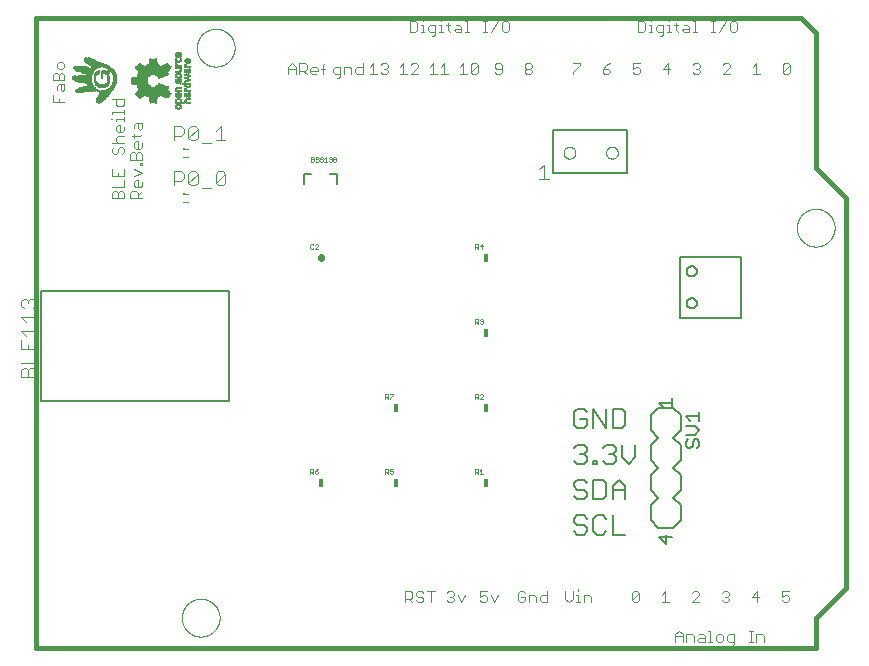
<source format=gto>
G75*
%MOIN*%
%OFA0B0*%
%FSLAX25Y25*%
%IPPOS*%
%LPD*%
%AMOC8*
5,1,8,0,0,1.08239X$1,22.5*
%
%ADD10C,0.01600*%
%ADD11C,0.00300*%
%ADD12C,0.00600*%
%ADD13C,0.00800*%
%ADD14C,0.00100*%
%ADD15C,0.02200*%
%ADD16C,0.00400*%
%ADD17R,0.00984X0.00886*%
%ADD18R,0.01800X0.03000*%
%ADD19C,0.00500*%
%ADD20C,0.00000*%
%ADD21R,0.00035X0.00770*%
%ADD22R,0.00035X0.01400*%
%ADD23R,0.00035X0.01855*%
%ADD24R,0.00035X0.02170*%
%ADD25R,0.00035X0.02485*%
%ADD26R,0.00035X0.02765*%
%ADD27R,0.00035X0.02975*%
%ADD28R,0.00035X0.03220*%
%ADD29R,0.00035X0.03395*%
%ADD30R,0.00035X0.03605*%
%ADD31R,0.00035X0.03780*%
%ADD32R,0.00035X0.03955*%
%ADD33R,0.00035X0.04130*%
%ADD34R,0.00035X0.04270*%
%ADD35R,0.00035X0.04375*%
%ADD36R,0.00035X0.04550*%
%ADD37R,0.00035X0.04690*%
%ADD38R,0.00035X0.04865*%
%ADD39R,0.00035X0.04970*%
%ADD40R,0.00035X0.05110*%
%ADD41R,0.00035X0.05215*%
%ADD42R,0.00035X0.05355*%
%ADD43R,0.00035X0.05460*%
%ADD44R,0.00035X0.05600*%
%ADD45R,0.00035X0.05705*%
%ADD46R,0.00035X0.05810*%
%ADD47R,0.00035X0.05915*%
%ADD48R,0.00035X0.06055*%
%ADD49R,0.00035X0.06160*%
%ADD50R,0.00035X0.06265*%
%ADD51R,0.00035X0.06335*%
%ADD52R,0.00035X0.06440*%
%ADD53R,0.00035X0.06545*%
%ADD54R,0.00035X0.03080*%
%ADD55R,0.00035X0.02660*%
%ADD56R,0.00035X0.02870*%
%ADD57R,0.00035X0.02415*%
%ADD58R,0.00035X0.02730*%
%ADD59R,0.00035X0.02310*%
%ADD60R,0.00035X0.02695*%
%ADD61R,0.00035X0.02170*%
%ADD62R,0.00035X0.02590*%
%ADD63R,0.00035X0.02100*%
%ADD64R,0.00035X0.02520*%
%ADD65R,0.00035X0.02030*%
%ADD66R,0.00035X0.02450*%
%ADD67R,0.00035X0.01960*%
%ADD68R,0.00035X0.01890*%
%ADD69R,0.00035X0.02380*%
%ADD70R,0.00035X0.01785*%
%ADD71R,0.00035X0.01750*%
%ADD72R,0.00035X0.01715*%
%ADD73R,0.00035X0.02275*%
%ADD74R,0.00035X0.01645*%
%ADD75R,0.00035X0.02240*%
%ADD76R,0.00035X0.01610*%
%ADD77R,0.00035X0.02240*%
%ADD78R,0.00035X0.01575*%
%ADD79R,0.00035X0.01540*%
%ADD80R,0.00035X0.02205*%
%ADD81R,0.00035X0.01505*%
%ADD82R,0.00035X0.01470*%
%ADD83R,0.00035X0.01435*%
%ADD84R,0.00035X0.01365*%
%ADD85R,0.00035X0.01330*%
%ADD86R,0.00035X0.01295*%
%ADD87R,0.00035X0.01295*%
%ADD88R,0.00035X0.01260*%
%ADD89R,0.00035X0.01190*%
%ADD90R,0.00035X0.01225*%
%ADD91R,0.00035X0.00385*%
%ADD92R,0.00035X0.00980*%
%ADD93R,0.00035X0.01155*%
%ADD94R,0.00035X0.01645*%
%ADD95R,0.00035X0.01015*%
%ADD96R,0.00035X0.01050*%
%ADD97R,0.00035X0.02345*%
%ADD98R,0.00035X0.01085*%
%ADD99R,0.00035X0.02905*%
%ADD100R,0.00035X0.03045*%
%ADD101R,0.00035X0.01120*%
%ADD102R,0.00035X0.02345*%
%ADD103R,0.00035X0.03255*%
%ADD104R,0.00035X0.01120*%
%ADD105R,0.00035X0.03500*%
%ADD106R,0.00035X0.02415*%
%ADD107R,0.00035X0.03640*%
%ADD108R,0.00035X0.04900*%
%ADD109R,0.00035X0.04935*%
%ADD110R,0.00035X0.05005*%
%ADD111R,0.00035X0.01680*%
%ADD112R,0.00035X0.02065*%
%ADD113R,0.00035X0.02555*%
%ADD114R,0.00035X0.02590*%
%ADD115R,0.00035X0.02625*%
%ADD116R,0.00035X0.02695*%
%ADD117R,0.00035X0.01470*%
%ADD118R,0.00035X0.02765*%
%ADD119R,0.00035X0.02800*%
%ADD120R,0.00035X0.02835*%
%ADD121R,0.00035X0.01365*%
%ADD122R,0.00035X0.02940*%
%ADD123R,0.00035X0.03010*%
%ADD124R,0.00035X0.03045*%
%ADD125R,0.00035X0.03115*%
%ADD126R,0.00035X0.03150*%
%ADD127R,0.00035X0.03185*%
%ADD128R,0.00035X0.03220*%
%ADD129R,0.00035X0.01190*%
%ADD130R,0.00035X0.03290*%
%ADD131R,0.00035X0.03325*%
%ADD132R,0.00035X0.03360*%
%ADD133R,0.00035X0.03430*%
%ADD134R,0.00035X0.03465*%
%ADD135R,0.00035X0.03535*%
%ADD136R,0.00035X0.03570*%
%ADD137R,0.00035X0.03675*%
%ADD138R,0.00035X0.03710*%
%ADD139R,0.00035X0.03745*%
%ADD140R,0.00035X0.03815*%
%ADD141R,0.00035X0.03850*%
%ADD142R,0.00035X0.03885*%
%ADD143R,0.00035X0.03920*%
%ADD144R,0.00035X0.03990*%
%ADD145R,0.00035X0.04025*%
%ADD146R,0.00035X0.02870*%
%ADD147R,0.00035X0.04095*%
%ADD148R,0.00035X0.04165*%
%ADD149R,0.00035X0.04200*%
%ADD150R,0.00035X0.04235*%
%ADD151R,0.00035X0.04270*%
%ADD152R,0.00035X0.01820*%
%ADD153R,0.00035X0.04305*%
%ADD154R,0.00035X0.04340*%
%ADD155R,0.00035X0.01925*%
%ADD156R,0.00035X0.04410*%
%ADD157R,0.00035X0.00945*%
%ADD158R,0.00035X0.00875*%
%ADD159R,0.00035X0.00840*%
%ADD160R,0.00035X0.02135*%
%ADD161R,0.00035X0.00805*%
%ADD162R,0.00035X0.00735*%
%ADD163R,0.00035X0.01995*%
%ADD164R,0.00035X0.02520*%
%ADD165R,0.00035X0.01540*%
%ADD166R,0.00035X0.00770*%
%ADD167R,0.00035X0.00665*%
%ADD168R,0.00035X0.00420*%
%ADD169R,0.00035X0.00910*%
%ADD170R,0.00035X0.04060*%
%ADD171R,0.00035X0.01015*%
%ADD172R,0.00035X0.03115*%
%ADD173R,0.00035X0.03395*%
%ADD174R,0.00035X0.03745*%
%ADD175R,0.00035X0.04340*%
%ADD176R,0.00035X0.04480*%
%ADD177R,0.00035X0.02065*%
%ADD178R,0.00035X0.04515*%
%ADD179R,0.00035X0.04585*%
%ADD180R,0.00035X0.04760*%
%ADD181R,0.00035X0.04830*%
%ADD182R,0.00035X0.07805*%
%ADD183R,0.00035X0.07840*%
%ADD184R,0.00035X0.07875*%
%ADD185R,0.00035X0.07910*%
%ADD186R,0.00035X0.07945*%
%ADD187R,0.00035X0.07980*%
%ADD188R,0.00035X0.08015*%
%ADD189R,0.00035X0.08050*%
%ADD190R,0.00035X0.05635*%
%ADD191R,0.00035X0.01995*%
%ADD192R,0.00035X0.01890*%
%ADD193R,0.00035X0.01715*%
%ADD194R,0.00035X0.00945*%
%ADD195R,0.00035X0.00560*%
%ADD196R,0.00035X0.01820*%
%ADD197R,0.00035X0.00700*%
%ADD198R,0.00035X0.00630*%
%ADD199R,0.00035X0.00525*%
%ADD200R,0.00035X0.00175*%
%ADD201R,0.00035X0.00595*%
%ADD202R,0.00035X0.00490*%
%ADD203R,0.00035X0.00210*%
%ADD204R,0.00035X0.00490*%
%ADD205R,0.00035X0.00315*%
%ADD206R,0.00040X0.00520*%
%ADD207R,0.00040X0.00520*%
%ADD208R,0.00040X0.00760*%
%ADD209R,0.00040X0.00640*%
%ADD210R,0.00040X0.00440*%
%ADD211R,0.00040X0.00480*%
%ADD212R,0.00040X0.00520*%
%ADD213R,0.00040X0.00520*%
%ADD214R,0.00040X0.01400*%
%ADD215R,0.00040X0.00800*%
%ADD216R,0.00040X0.00480*%
%ADD217R,0.00040X0.00960*%
%ADD218R,0.00040X0.01440*%
%ADD219R,0.00040X0.01080*%
%ADD220R,0.00040X0.01520*%
%ADD221R,0.00040X0.01440*%
%ADD222R,0.00040X0.00560*%
%ADD223R,0.00040X0.01480*%
%ADD224R,0.00040X0.01200*%
%ADD225R,0.00040X0.01560*%
%ADD226R,0.00040X0.01320*%
%ADD227R,0.00040X0.01560*%
%ADD228R,0.00040X0.01520*%
%ADD229R,0.00040X0.00600*%
%ADD230R,0.00040X0.00560*%
%ADD231R,0.00040X0.01400*%
%ADD232R,0.00040X0.01600*%
%ADD233R,0.00040X0.00600*%
%ADD234R,0.00040X0.00640*%
%ADD235R,0.00040X0.01640*%
%ADD236R,0.00040X0.00680*%
%ADD237R,0.00040X0.01680*%
%ADD238R,0.00040X0.01680*%
%ADD239R,0.00040X0.01640*%
%ADD240R,0.00040X0.00720*%
%ADD241R,0.00040X0.01480*%
%ADD242R,0.00040X0.00760*%
%ADD243R,0.00040X0.00720*%
%ADD244R,0.00040X0.00640*%
%ADD245R,0.00040X0.00360*%
%ADD246R,0.00040X0.00240*%
%ADD247R,0.00040X0.00160*%
%ADD248R,0.00040X0.00840*%
%ADD249R,0.00040X0.00080*%
%ADD250R,0.00040X0.00880*%
%ADD251R,0.00040X0.00920*%
%ADD252R,0.00040X0.00960*%
%ADD253R,0.00040X0.01640*%
%ADD254R,0.00040X0.01760*%
%ADD255R,0.00040X0.00440*%
%ADD256R,0.00040X0.01000*%
%ADD257R,0.00040X0.01760*%
%ADD258R,0.00040X0.00440*%
%ADD259R,0.00040X0.01320*%
%ADD260R,0.00040X0.01200*%
%ADD261R,0.00040X0.00920*%
%ADD262R,0.00040X0.00840*%
%ADD263R,0.00040X0.00800*%
%ADD264R,0.00040X0.00080*%
%ADD265R,0.00040X0.00120*%
%ADD266R,0.00040X0.00240*%
%ADD267R,0.00040X0.00720*%
%ADD268R,0.00040X0.00200*%
%ADD269R,0.00040X0.00400*%
%ADD270R,0.00040X0.01240*%
%ADD271R,0.00040X0.01640*%
%ADD272R,0.00040X0.01440*%
%ADD273R,0.00040X0.01280*%
%ADD274R,0.00040X0.01520*%
%ADD275R,0.00040X0.01280*%
%ADD276R,0.00040X0.01520*%
%ADD277R,0.00040X0.01360*%
%ADD278R,0.00040X0.01440*%
%ADD279R,0.00040X0.01240*%
%ADD280R,0.00040X0.01120*%
%ADD281R,0.00040X0.01240*%
%ADD282R,0.00040X0.01040*%
%ADD283R,0.00040X0.00840*%
%ADD284R,0.00040X0.00440*%
%ADD285R,0.00040X0.00400*%
%ADD286R,0.00040X0.00320*%
%ADD287R,0.00040X0.00920*%
%ADD288R,0.00040X0.01040*%
%ADD289R,0.00040X0.01000*%
%ADD290R,0.00040X0.01080*%
%ADD291R,0.00040X0.01160*%
%ADD292R,0.00040X0.01040*%
%ADD293R,0.00040X0.01160*%
%ADD294R,0.00040X0.01600*%
%ADD295R,0.00040X0.01720*%
%ADD296R,0.00040X0.01720*%
%ADD297R,0.00040X0.00640*%
%ADD298R,0.00040X0.00680*%
%ADD299R,0.00040X0.00360*%
%ADD300R,0.00040X0.00280*%
%ADD301R,0.00040X0.00120*%
%ADD302R,0.00040X0.00040*%
%ADD303R,0.00040X0.00040*%
%ADD304R,0.00040X0.01320*%
%ADD305R,0.00040X0.00280*%
%ADD306R,0.00040X0.00320*%
%ADD307R,0.00040X0.01320*%
%ADD308R,0.00040X0.01120*%
%ADD309R,0.00040X0.01120*%
%ADD310R,0.00040X0.01800*%
%ADD311R,0.00040X0.01920*%
%ADD312R,0.00040X0.01920*%
%ADD313R,0.00040X0.02000*%
%ADD314R,0.00040X0.02120*%
%ADD315R,0.00040X0.02200*%
%ADD316R,0.00040X0.02320*%
%ADD317R,0.00040X0.02400*%
%ADD318R,0.00040X0.02520*%
%ADD319R,0.00040X0.02600*%
%ADD320R,0.00040X0.00880*%
%ADD321R,0.00040X0.03680*%
%ADD322R,0.00040X0.03720*%
%ADD323R,0.00040X0.03800*%
%ADD324R,0.00040X0.03840*%
%ADD325R,0.00040X0.03840*%
%ADD326R,0.00040X0.03920*%
%ADD327R,0.00040X0.03960*%
%ADD328R,0.00040X0.04000*%
%ADD329R,0.00040X0.04080*%
%ADD330R,0.00040X0.04120*%
%ADD331R,0.00040X0.04160*%
%ADD332R,0.00040X0.04200*%
%ADD333R,0.00040X0.04200*%
%ADD334R,0.00040X0.04160*%
%ADD335R,0.00040X0.04120*%
%ADD336R,0.00040X0.04080*%
%ADD337R,0.00040X0.04040*%
%ADD338R,0.00040X0.04040*%
%ADD339R,0.00040X0.04040*%
%ADD340R,0.00040X0.04040*%
%ADD341R,0.00040X0.03960*%
%ADD342R,0.00040X0.03920*%
%ADD343R,0.00040X0.03920*%
%ADD344R,0.00040X0.03880*%
%ADD345R,0.00040X0.03920*%
%ADD346R,0.00040X0.03880*%
%ADD347R,0.00040X0.03800*%
%ADD348R,0.00040X0.04240*%
%ADD349R,0.00040X0.04240*%
%ADD350R,0.00040X0.04280*%
%ADD351R,0.00040X0.04360*%
%ADD352R,0.00040X0.04400*%
%ADD353R,0.00040X0.04440*%
%ADD354R,0.00040X0.04520*%
%ADD355R,0.00040X0.04520*%
%ADD356R,0.00040X0.04520*%
%ADD357R,0.00040X0.04520*%
%ADD358R,0.00040X0.04480*%
%ADD359R,0.00040X0.04440*%
%ADD360R,0.00040X0.04400*%
%ADD361R,0.00040X0.04360*%
%ADD362R,0.00040X0.04320*%
%ADD363R,0.00040X0.04240*%
%ADD364R,0.00040X0.04320*%
%ADD365R,0.00040X0.04320*%
%ADD366R,0.00040X0.04560*%
%ADD367R,0.00040X0.04720*%
%ADD368R,0.00040X0.04920*%
%ADD369R,0.00040X0.04920*%
%ADD370R,0.00040X0.05080*%
%ADD371R,0.00040X0.05240*%
%ADD372R,0.00040X0.05240*%
%ADD373R,0.00040X0.05480*%
%ADD374R,0.00040X0.05640*%
%ADD375R,0.00040X0.05640*%
%ADD376R,0.00040X0.05680*%
%ADD377R,0.00040X0.05640*%
%ADD378R,0.00040X0.05600*%
%ADD379R,0.00040X0.05600*%
%ADD380R,0.00040X0.05560*%
%ADD381R,0.00040X0.05520*%
%ADD382R,0.00040X0.05520*%
%ADD383R,0.00040X0.05480*%
%ADD384R,0.00040X0.05440*%
%ADD385R,0.00040X0.05440*%
%ADD386R,0.00040X0.05560*%
%ADD387R,0.00040X0.05680*%
%ADD388R,0.00040X0.05440*%
%ADD389R,0.00040X0.05280*%
%ADD390R,0.00040X0.04920*%
%ADD391R,0.00040X0.04600*%
%ADD392R,0.00040X0.04840*%
%ADD393R,0.00040X0.10440*%
%ADD394R,0.00040X0.10360*%
%ADD395R,0.00040X0.10360*%
%ADD396R,0.00040X0.10280*%
%ADD397R,0.00040X0.10200*%
%ADD398R,0.00040X0.10200*%
%ADD399R,0.00040X0.10120*%
%ADD400R,0.00040X0.10040*%
%ADD401R,0.00040X0.10040*%
%ADD402R,0.00040X0.09960*%
%ADD403R,0.00040X0.09880*%
%ADD404R,0.00040X0.09880*%
%ADD405R,0.00040X0.09800*%
%ADD406R,0.00040X0.09720*%
%ADD407R,0.00040X0.09720*%
%ADD408R,0.00040X0.10280*%
%ADD409R,0.00040X0.10520*%
%ADD410R,0.00040X0.10520*%
%ADD411R,0.00040X0.10600*%
%ADD412R,0.00040X0.10680*%
%ADD413R,0.00040X0.10760*%
%ADD414R,0.00040X0.10840*%
%ADD415R,0.00040X0.10920*%
%ADD416R,0.00040X0.11000*%
%ADD417R,0.00040X0.11080*%
%ADD418R,0.00040X0.11080*%
%ADD419R,0.00040X0.11160*%
%ADD420R,0.00040X0.11240*%
%ADD421R,0.00040X0.11320*%
%ADD422R,0.00040X0.11400*%
%ADD423R,0.00040X0.11400*%
%ADD424R,0.00040X0.11480*%
%ADD425R,0.00040X0.11560*%
%ADD426R,0.00040X0.11640*%
%ADD427R,0.00040X0.11640*%
%ADD428R,0.00040X0.11720*%
%ADD429R,0.00040X0.11800*%
%ADD430R,0.00040X0.11880*%
%ADD431R,0.00040X0.11880*%
%ADD432R,0.00040X0.11960*%
%ADD433R,0.00040X0.11720*%
%ADD434R,0.00040X0.11320*%
%ADD435R,0.00040X0.02760*%
%ADD436R,0.00040X0.05400*%
%ADD437R,0.00040X0.02640*%
%ADD438R,0.00040X0.05160*%
%ADD439R,0.00040X0.02560*%
%ADD440R,0.00040X0.05000*%
%ADD441R,0.00040X0.02440*%
%ADD442R,0.00040X0.04760*%
%ADD443R,0.00040X0.02440*%
%ADD444R,0.00040X0.02360*%
%ADD445R,0.00040X0.04600*%
%ADD446R,0.00040X0.02280*%
%ADD447R,0.00040X0.02240*%
%ADD448R,0.00040X0.02160*%
%ADD449R,0.00040X0.02080*%
%ADD450R,0.00040X0.01960*%
%ADD451R,0.00040X0.01880*%
%ADD452R,0.00040X0.03640*%
%ADD453R,0.00040X0.03400*%
%ADD454R,0.00040X0.03240*%
%ADD455R,0.00040X0.03000*%
%ADD456R,0.00040X0.02920*%
%ADD457R,0.00040X0.01360*%
%ADD458R,0.00040X0.02840*%
%ADD459R,0.00040X0.02840*%
%ADD460R,0.00040X0.02760*%
%ADD461R,0.00040X0.02680*%
%ADD462R,0.00040X0.02680*%
%ADD463R,0.00040X0.02600*%
%ADD464R,0.00040X0.02520*%
%ADD465R,0.00040X0.02520*%
%ADD466R,0.00040X0.02440*%
%ADD467R,0.00040X0.02360*%
%ADD468R,0.00040X0.02280*%
%ADD469R,0.00040X0.02200*%
%ADD470R,0.00040X0.02120*%
D10*
X0027000Y0005737D02*
X0027000Y0215737D01*
X0282000Y0215737D01*
X0287000Y0210737D01*
X0287000Y0165737D01*
X0297000Y0155737D01*
X0297000Y0025737D01*
X0287000Y0015737D01*
X0287000Y0005737D01*
X0027000Y0005737D01*
D11*
X0150110Y0020887D02*
X0150110Y0024590D01*
X0151962Y0024590D01*
X0152579Y0023973D01*
X0152579Y0022739D01*
X0151962Y0022121D01*
X0150110Y0022121D01*
X0151345Y0022121D02*
X0152579Y0020887D01*
X0153793Y0021504D02*
X0154411Y0020887D01*
X0155645Y0020887D01*
X0156262Y0021504D01*
X0156262Y0022121D01*
X0155645Y0022739D01*
X0154411Y0022739D01*
X0153793Y0023356D01*
X0153793Y0023973D01*
X0154411Y0024590D01*
X0155645Y0024590D01*
X0156262Y0023973D01*
X0157477Y0024590D02*
X0159945Y0024590D01*
X0158711Y0024590D02*
X0158711Y0020887D01*
X0163970Y0021504D02*
X0164587Y0020887D01*
X0165822Y0020887D01*
X0166439Y0021504D01*
X0166439Y0022121D01*
X0165822Y0022739D01*
X0165204Y0022739D01*
X0165822Y0022739D02*
X0166439Y0023356D01*
X0166439Y0023973D01*
X0165822Y0024590D01*
X0164587Y0024590D01*
X0163970Y0023973D01*
X0167653Y0023356D02*
X0168888Y0020887D01*
X0170122Y0023356D01*
X0174970Y0022739D02*
X0176204Y0023356D01*
X0176822Y0023356D01*
X0177439Y0022739D01*
X0177439Y0021504D01*
X0176822Y0020887D01*
X0175587Y0020887D01*
X0174970Y0021504D01*
X0174970Y0022739D02*
X0174970Y0024590D01*
X0177439Y0024590D01*
X0178653Y0023356D02*
X0179888Y0020887D01*
X0181122Y0023356D01*
X0187690Y0023973D02*
X0187690Y0021504D01*
X0188307Y0020887D01*
X0189541Y0020887D01*
X0190159Y0021504D01*
X0190159Y0022739D01*
X0188924Y0022739D01*
X0187690Y0023973D02*
X0188307Y0024590D01*
X0189541Y0024590D01*
X0190159Y0023973D01*
X0191373Y0023356D02*
X0193224Y0023356D01*
X0193842Y0022739D01*
X0193842Y0020887D01*
X0195056Y0021504D02*
X0195056Y0022739D01*
X0195673Y0023356D01*
X0197525Y0023356D01*
X0197525Y0024590D02*
X0197525Y0020887D01*
X0195673Y0020887D01*
X0195056Y0021504D01*
X0191373Y0020887D02*
X0191373Y0023356D01*
X0203470Y0024590D02*
X0203470Y0022121D01*
X0204704Y0020887D01*
X0205939Y0022121D01*
X0205939Y0024590D01*
X0207153Y0023356D02*
X0207770Y0023356D01*
X0207770Y0020887D01*
X0207153Y0020887D02*
X0208388Y0020887D01*
X0209609Y0020887D02*
X0209609Y0023356D01*
X0211460Y0023356D01*
X0212077Y0022739D01*
X0212077Y0020887D01*
X0207770Y0024590D02*
X0207770Y0025207D01*
X0225650Y0023973D02*
X0225650Y0021504D01*
X0228119Y0023973D01*
X0228119Y0021504D01*
X0227502Y0020887D01*
X0226267Y0020887D01*
X0225650Y0021504D01*
X0225650Y0023973D02*
X0226267Y0024590D01*
X0227502Y0024590D01*
X0228119Y0023973D01*
X0235650Y0023356D02*
X0236884Y0024590D01*
X0236884Y0020887D01*
X0235650Y0020887D02*
X0238119Y0020887D01*
X0245650Y0020887D02*
X0248119Y0023356D01*
X0248119Y0023973D01*
X0247502Y0024590D01*
X0246267Y0024590D01*
X0245650Y0023973D01*
X0245650Y0020887D02*
X0248119Y0020887D01*
X0255650Y0021504D02*
X0256267Y0020887D01*
X0257502Y0020887D01*
X0258119Y0021504D01*
X0258119Y0022121D01*
X0257502Y0022739D01*
X0256884Y0022739D01*
X0257502Y0022739D02*
X0258119Y0023356D01*
X0258119Y0023973D01*
X0257502Y0024590D01*
X0256267Y0024590D01*
X0255650Y0023973D01*
X0265650Y0022739D02*
X0268119Y0022739D01*
X0267502Y0024590D02*
X0267502Y0020887D01*
X0265650Y0022739D02*
X0267502Y0024590D01*
X0275650Y0024590D02*
X0275650Y0022739D01*
X0276884Y0023356D01*
X0277502Y0023356D01*
X0278119Y0022739D01*
X0278119Y0021504D01*
X0277502Y0020887D01*
X0276267Y0020887D01*
X0275650Y0021504D01*
X0275650Y0024590D02*
X0278119Y0024590D01*
X0265978Y0011410D02*
X0264744Y0011410D01*
X0265361Y0011410D02*
X0265361Y0007707D01*
X0264744Y0007707D02*
X0265978Y0007707D01*
X0267199Y0007707D02*
X0267199Y0010176D01*
X0269051Y0010176D01*
X0269668Y0009559D01*
X0269668Y0007707D01*
X0259847Y0007707D02*
X0257995Y0007707D01*
X0257378Y0008324D01*
X0257378Y0009559D01*
X0257995Y0010176D01*
X0259847Y0010176D01*
X0259847Y0007090D01*
X0259229Y0006473D01*
X0258612Y0006473D01*
X0256163Y0008324D02*
X0256163Y0009559D01*
X0255546Y0010176D01*
X0254312Y0010176D01*
X0253695Y0009559D01*
X0253695Y0008324D01*
X0254312Y0007707D01*
X0255546Y0007707D01*
X0256163Y0008324D01*
X0252474Y0007707D02*
X0251239Y0007707D01*
X0251856Y0007707D02*
X0251856Y0011410D01*
X0251239Y0011410D01*
X0249408Y0010176D02*
X0248173Y0010176D01*
X0248173Y0008941D02*
X0250025Y0008941D01*
X0250025Y0009559D02*
X0250025Y0007707D01*
X0248173Y0007707D01*
X0247556Y0008324D01*
X0248173Y0008941D01*
X0249408Y0010176D02*
X0250025Y0009559D01*
X0246342Y0009559D02*
X0246342Y0007707D01*
X0246342Y0009559D02*
X0245724Y0010176D01*
X0243873Y0010176D01*
X0243873Y0007707D01*
X0242659Y0007707D02*
X0242659Y0010176D01*
X0241424Y0011410D01*
X0240190Y0010176D01*
X0240190Y0007707D01*
X0240190Y0009559D02*
X0242659Y0009559D01*
X0062283Y0155493D02*
X0058580Y0155493D01*
X0058580Y0157345D01*
X0059197Y0157962D01*
X0060431Y0157962D01*
X0061049Y0157345D01*
X0061049Y0155493D01*
X0061049Y0156728D02*
X0062283Y0157962D01*
X0061666Y0159176D02*
X0060431Y0159176D01*
X0059814Y0159794D01*
X0059814Y0161028D01*
X0060431Y0161645D01*
X0061049Y0161645D01*
X0061049Y0159176D01*
X0061666Y0159176D02*
X0062283Y0159794D01*
X0062283Y0161028D01*
X0062283Y0164094D02*
X0059814Y0162860D01*
X0059814Y0165328D02*
X0062283Y0164094D01*
X0062283Y0166543D02*
X0062283Y0167160D01*
X0061666Y0167160D01*
X0061666Y0166543D01*
X0062283Y0166543D01*
X0062283Y0168384D02*
X0058580Y0168384D01*
X0058580Y0170236D01*
X0059197Y0170853D01*
X0059814Y0170853D01*
X0060431Y0170236D01*
X0060431Y0168384D01*
X0060431Y0170236D02*
X0061049Y0170853D01*
X0061666Y0170853D01*
X0062283Y0170236D01*
X0062283Y0168384D01*
X0061666Y0172067D02*
X0060431Y0172067D01*
X0059814Y0172685D01*
X0059814Y0173919D01*
X0060431Y0174536D01*
X0061049Y0174536D01*
X0061049Y0172067D01*
X0061666Y0172067D02*
X0062283Y0172685D01*
X0062283Y0173919D01*
X0061666Y0176368D02*
X0059197Y0176368D01*
X0059814Y0175751D02*
X0059814Y0176985D01*
X0059814Y0178823D02*
X0059814Y0180058D01*
X0060431Y0180675D01*
X0062283Y0180675D01*
X0062283Y0178823D01*
X0061666Y0178206D01*
X0061049Y0178823D01*
X0061049Y0180675D01*
X0062283Y0176985D02*
X0061666Y0176368D01*
X0056283Y0176378D02*
X0054431Y0176378D01*
X0053814Y0175761D01*
X0053814Y0174526D01*
X0054431Y0173909D01*
X0055049Y0172695D02*
X0055666Y0172695D01*
X0056283Y0172077D01*
X0056283Y0170843D01*
X0055666Y0170226D01*
X0054431Y0170843D02*
X0054431Y0172077D01*
X0055049Y0172695D01*
X0056283Y0173909D02*
X0052580Y0173909D01*
X0053197Y0172695D02*
X0052580Y0172077D01*
X0052580Y0170843D01*
X0053197Y0170226D01*
X0053814Y0170226D01*
X0054431Y0170843D01*
X0052580Y0165328D02*
X0052580Y0162860D01*
X0056283Y0162860D01*
X0056283Y0165328D01*
X0054431Y0164094D02*
X0054431Y0162860D01*
X0056283Y0161645D02*
X0056283Y0159176D01*
X0052580Y0159176D01*
X0053197Y0157962D02*
X0053814Y0157962D01*
X0054431Y0157345D01*
X0054431Y0155493D01*
X0052580Y0155493D02*
X0056283Y0155493D01*
X0056283Y0157345D01*
X0055666Y0157962D01*
X0055049Y0157962D01*
X0054431Y0157345D01*
X0053197Y0157962D02*
X0052580Y0157345D01*
X0052580Y0155493D01*
X0054431Y0177592D02*
X0053814Y0178209D01*
X0053814Y0179444D01*
X0054431Y0180061D01*
X0055049Y0180061D01*
X0055049Y0177592D01*
X0055666Y0177592D02*
X0054431Y0177592D01*
X0055666Y0177592D02*
X0056283Y0178209D01*
X0056283Y0179444D01*
X0056283Y0181275D02*
X0056283Y0182510D01*
X0056283Y0181893D02*
X0053814Y0181893D01*
X0053814Y0181275D01*
X0052580Y0181893D02*
X0051963Y0181893D01*
X0052580Y0183731D02*
X0052580Y0184348D01*
X0056283Y0184348D01*
X0056283Y0183731D02*
X0056283Y0184965D01*
X0055666Y0186186D02*
X0054431Y0186186D01*
X0053814Y0186803D01*
X0053814Y0188655D01*
X0052580Y0188655D02*
X0056283Y0188655D01*
X0056283Y0186803D01*
X0055666Y0186186D01*
X0036535Y0187497D02*
X0032832Y0187497D01*
X0032832Y0189966D01*
X0034066Y0191797D02*
X0034066Y0193032D01*
X0034683Y0193649D01*
X0036535Y0193649D01*
X0036535Y0191797D01*
X0035918Y0191180D01*
X0035301Y0191797D01*
X0035301Y0193649D01*
X0034683Y0194863D02*
X0034683Y0196715D01*
X0035301Y0197332D01*
X0035918Y0197332D01*
X0036535Y0196715D01*
X0036535Y0194863D01*
X0032832Y0194863D01*
X0032832Y0196715D01*
X0033449Y0197332D01*
X0034066Y0197332D01*
X0034683Y0196715D01*
X0034683Y0198547D02*
X0035918Y0198547D01*
X0036535Y0199164D01*
X0036535Y0200398D01*
X0035918Y0201015D01*
X0034683Y0201015D01*
X0034066Y0200398D01*
X0034066Y0199164D01*
X0034683Y0198547D01*
X0034683Y0188731D02*
X0034683Y0187497D01*
X0111145Y0196887D02*
X0111145Y0199356D01*
X0112380Y0200590D01*
X0113614Y0199356D01*
X0113614Y0196887D01*
X0114828Y0196887D02*
X0114828Y0200590D01*
X0116680Y0200590D01*
X0117297Y0199973D01*
X0117297Y0198739D01*
X0116680Y0198121D01*
X0114828Y0198121D01*
X0116063Y0198121D02*
X0117297Y0196887D01*
X0118511Y0197504D02*
X0118511Y0198739D01*
X0119129Y0199356D01*
X0120363Y0199356D01*
X0120980Y0198739D01*
X0120980Y0198121D01*
X0118511Y0198121D01*
X0118511Y0197504D02*
X0119129Y0196887D01*
X0120363Y0196887D01*
X0122812Y0196887D02*
X0122812Y0199973D01*
X0123429Y0200590D01*
X0123429Y0198739D02*
X0122195Y0198739D01*
X0126101Y0198739D02*
X0126101Y0197504D01*
X0126718Y0196887D01*
X0128569Y0196887D01*
X0128569Y0196270D02*
X0128569Y0199356D01*
X0126718Y0199356D01*
X0126101Y0198739D01*
X0127335Y0195653D02*
X0127952Y0195653D01*
X0128569Y0196270D01*
X0129784Y0196887D02*
X0129784Y0199356D01*
X0131635Y0199356D01*
X0132252Y0198739D01*
X0132252Y0196887D01*
X0133467Y0197504D02*
X0133467Y0198739D01*
X0134084Y0199356D01*
X0135936Y0199356D01*
X0135936Y0200590D02*
X0135936Y0196887D01*
X0134084Y0196887D01*
X0133467Y0197504D01*
X0138284Y0196887D02*
X0140752Y0196887D01*
X0139518Y0196887D02*
X0139518Y0200590D01*
X0138284Y0199356D01*
X0141967Y0199973D02*
X0142584Y0200590D01*
X0143818Y0200590D01*
X0144436Y0199973D01*
X0144436Y0199356D01*
X0143818Y0198739D01*
X0144436Y0198121D01*
X0144436Y0197504D01*
X0143818Y0196887D01*
X0142584Y0196887D01*
X0141967Y0197504D01*
X0143201Y0198739D02*
X0143818Y0198739D01*
X0148284Y0199356D02*
X0149518Y0200590D01*
X0149518Y0196887D01*
X0148284Y0196887D02*
X0150752Y0196887D01*
X0151967Y0196887D02*
X0154436Y0199356D01*
X0154436Y0199973D01*
X0153818Y0200590D01*
X0152584Y0200590D01*
X0151967Y0199973D01*
X0151967Y0196887D02*
X0154436Y0196887D01*
X0158284Y0196887D02*
X0160752Y0196887D01*
X0161967Y0196887D02*
X0164436Y0196887D01*
X0163201Y0196887D02*
X0163201Y0200590D01*
X0161967Y0199356D01*
X0159518Y0200590D02*
X0159518Y0196887D01*
X0158284Y0199356D02*
X0159518Y0200590D01*
X0168284Y0199356D02*
X0169518Y0200590D01*
X0169518Y0196887D01*
X0168284Y0196887D02*
X0170752Y0196887D01*
X0171967Y0197504D02*
X0174436Y0199973D01*
X0174436Y0197504D01*
X0173818Y0196887D01*
X0172584Y0196887D01*
X0171967Y0197504D01*
X0171967Y0199973D01*
X0172584Y0200590D01*
X0173818Y0200590D01*
X0174436Y0199973D01*
X0179967Y0199973D02*
X0179967Y0199356D01*
X0180584Y0198739D01*
X0182436Y0198739D01*
X0182436Y0199973D02*
X0182436Y0197504D01*
X0181818Y0196887D01*
X0180584Y0196887D01*
X0179967Y0197504D01*
X0179967Y0199973D02*
X0180584Y0200590D01*
X0181818Y0200590D01*
X0182436Y0199973D01*
X0189967Y0199973D02*
X0189967Y0199356D01*
X0190584Y0198739D01*
X0191818Y0198739D01*
X0192436Y0198121D01*
X0192436Y0197504D01*
X0191818Y0196887D01*
X0190584Y0196887D01*
X0189967Y0197504D01*
X0189967Y0198121D01*
X0190584Y0198739D01*
X0191818Y0198739D02*
X0192436Y0199356D01*
X0192436Y0199973D01*
X0191818Y0200590D01*
X0190584Y0200590D01*
X0189967Y0199973D01*
X0184194Y0210887D02*
X0182960Y0210887D01*
X0182343Y0211504D01*
X0182343Y0213973D01*
X0182960Y0214590D01*
X0184194Y0214590D01*
X0184812Y0213973D01*
X0184812Y0211504D01*
X0184194Y0210887D01*
X0181128Y0214590D02*
X0178660Y0210887D01*
X0177439Y0210887D02*
X0176204Y0210887D01*
X0176821Y0210887D02*
X0176821Y0214590D01*
X0176204Y0214590D02*
X0177439Y0214590D01*
X0171300Y0210887D02*
X0170066Y0210887D01*
X0170683Y0210887D02*
X0170683Y0214590D01*
X0170066Y0214590D01*
X0168234Y0213356D02*
X0168851Y0212739D01*
X0168851Y0210887D01*
X0167000Y0210887D01*
X0166383Y0211504D01*
X0167000Y0212121D01*
X0168851Y0212121D01*
X0168234Y0213356D02*
X0167000Y0213356D01*
X0165162Y0213356D02*
X0163927Y0213356D01*
X0164544Y0213973D02*
X0164544Y0211504D01*
X0165162Y0210887D01*
X0162706Y0210887D02*
X0161472Y0210887D01*
X0162089Y0210887D02*
X0162089Y0213356D01*
X0161472Y0213356D01*
X0160257Y0213356D02*
X0158406Y0213356D01*
X0157789Y0212739D01*
X0157789Y0211504D01*
X0158406Y0210887D01*
X0160257Y0210887D01*
X0160257Y0210270D02*
X0160257Y0213356D01*
X0162089Y0214590D02*
X0162089Y0215207D01*
X0160257Y0210270D02*
X0159640Y0209653D01*
X0159023Y0209653D01*
X0156568Y0210887D02*
X0155333Y0210887D01*
X0155950Y0210887D02*
X0155950Y0213356D01*
X0155333Y0213356D01*
X0154119Y0213973D02*
X0153502Y0214590D01*
X0151650Y0214590D01*
X0151650Y0210887D01*
X0153502Y0210887D01*
X0154119Y0211504D01*
X0154119Y0213973D01*
X0155950Y0214590D02*
X0155950Y0215207D01*
X0113614Y0198739D02*
X0111145Y0198739D01*
X0205967Y0197504D02*
X0205967Y0196887D01*
X0205967Y0197504D02*
X0208436Y0199973D01*
X0208436Y0200590D01*
X0205967Y0200590D01*
X0215967Y0198739D02*
X0215967Y0197504D01*
X0216584Y0196887D01*
X0217818Y0196887D01*
X0218436Y0197504D01*
X0218436Y0198121D01*
X0217818Y0198739D01*
X0215967Y0198739D01*
X0217201Y0199973D01*
X0218436Y0200590D01*
X0225967Y0200590D02*
X0225967Y0198739D01*
X0227201Y0199356D01*
X0227818Y0199356D01*
X0228436Y0198739D01*
X0228436Y0197504D01*
X0227818Y0196887D01*
X0226584Y0196887D01*
X0225967Y0197504D01*
X0225967Y0200590D02*
X0228436Y0200590D01*
X0235967Y0198739D02*
X0238436Y0198739D01*
X0237818Y0200590D02*
X0237818Y0196887D01*
X0235967Y0198739D02*
X0237818Y0200590D01*
X0245967Y0199973D02*
X0246584Y0200590D01*
X0247818Y0200590D01*
X0248436Y0199973D01*
X0248436Y0199356D01*
X0247818Y0198739D01*
X0248436Y0198121D01*
X0248436Y0197504D01*
X0247818Y0196887D01*
X0246584Y0196887D01*
X0245967Y0197504D01*
X0247201Y0198739D02*
X0247818Y0198739D01*
X0255967Y0199973D02*
X0256584Y0200590D01*
X0257818Y0200590D01*
X0258436Y0199973D01*
X0258436Y0199356D01*
X0255967Y0196887D01*
X0258436Y0196887D01*
X0265967Y0196887D02*
X0268436Y0196887D01*
X0267201Y0196887D02*
X0267201Y0200590D01*
X0265967Y0199356D01*
X0275967Y0199973D02*
X0275967Y0197504D01*
X0278436Y0199973D01*
X0278436Y0197504D01*
X0277818Y0196887D01*
X0276584Y0196887D01*
X0275967Y0197504D01*
X0275967Y0199973D02*
X0276584Y0200590D01*
X0277818Y0200590D01*
X0278436Y0199973D01*
X0260812Y0211504D02*
X0260812Y0213973D01*
X0260194Y0214590D01*
X0258960Y0214590D01*
X0258343Y0213973D01*
X0258343Y0211504D01*
X0258960Y0210887D01*
X0260194Y0210887D01*
X0260812Y0211504D01*
X0257128Y0214590D02*
X0254660Y0210887D01*
X0253439Y0210887D02*
X0252204Y0210887D01*
X0252821Y0210887D02*
X0252821Y0214590D01*
X0252204Y0214590D02*
X0253439Y0214590D01*
X0246683Y0214590D02*
X0246683Y0210887D01*
X0246066Y0210887D02*
X0247300Y0210887D01*
X0244851Y0210887D02*
X0244851Y0212739D01*
X0244234Y0213356D01*
X0243000Y0213356D01*
X0243000Y0212121D02*
X0244851Y0212121D01*
X0244851Y0210887D02*
X0243000Y0210887D01*
X0242383Y0211504D01*
X0243000Y0212121D01*
X0241162Y0210887D02*
X0240544Y0211504D01*
X0240544Y0213973D01*
X0239927Y0213356D02*
X0241162Y0213356D01*
X0238089Y0213356D02*
X0238089Y0210887D01*
X0237472Y0210887D02*
X0238706Y0210887D01*
X0236257Y0210887D02*
X0234406Y0210887D01*
X0233789Y0211504D01*
X0233789Y0212739D01*
X0234406Y0213356D01*
X0236257Y0213356D01*
X0236257Y0210270D01*
X0235640Y0209653D01*
X0235023Y0209653D01*
X0232568Y0210887D02*
X0231333Y0210887D01*
X0231950Y0210887D02*
X0231950Y0213356D01*
X0231333Y0213356D01*
X0230119Y0213973D02*
X0229502Y0214590D01*
X0227650Y0214590D01*
X0227650Y0210887D01*
X0229502Y0210887D01*
X0230119Y0211504D01*
X0230119Y0213973D01*
X0231950Y0214590D02*
X0231950Y0215207D01*
X0237472Y0213356D02*
X0238089Y0213356D01*
X0238089Y0214590D02*
X0238089Y0215207D01*
X0246066Y0214590D02*
X0246683Y0214590D01*
D12*
X0239500Y0085737D02*
X0234500Y0085737D01*
X0232000Y0083237D01*
X0232000Y0078237D01*
X0234500Y0075737D01*
X0232000Y0073237D01*
X0232000Y0068237D01*
X0234500Y0065737D01*
X0232000Y0063237D01*
X0232000Y0058237D01*
X0234500Y0055737D01*
X0232000Y0053237D01*
X0232000Y0048237D01*
X0234500Y0045737D01*
X0239500Y0045737D01*
X0242000Y0048237D01*
X0242000Y0053237D01*
X0239500Y0055737D01*
X0242000Y0058237D01*
X0242000Y0063237D01*
X0239500Y0065737D01*
X0242000Y0068237D01*
X0242000Y0073237D01*
X0239500Y0075737D01*
X0242000Y0078237D01*
X0242000Y0083237D01*
X0239500Y0085737D01*
X0223595Y0084210D02*
X0223595Y0079939D01*
X0222528Y0078872D01*
X0219325Y0078872D01*
X0219325Y0085277D01*
X0222528Y0085277D01*
X0223595Y0084210D01*
X0217150Y0085277D02*
X0217150Y0078872D01*
X0212879Y0085277D01*
X0212879Y0078872D01*
X0210704Y0079939D02*
X0210704Y0082074D01*
X0208569Y0082074D01*
X0206434Y0079939D02*
X0207501Y0078872D01*
X0209637Y0078872D01*
X0210704Y0079939D01*
X0206434Y0079939D02*
X0206434Y0084210D01*
X0207501Y0085277D01*
X0209637Y0085277D01*
X0210704Y0084210D01*
X0209637Y0073466D02*
X0210704Y0072399D01*
X0210704Y0071331D01*
X0209637Y0070263D01*
X0210704Y0069196D01*
X0210704Y0068128D01*
X0209637Y0067061D01*
X0207501Y0067061D01*
X0206434Y0068128D01*
X0208569Y0070263D02*
X0209637Y0070263D01*
X0206434Y0072399D02*
X0207501Y0073466D01*
X0209637Y0073466D01*
X0216102Y0072399D02*
X0217170Y0073466D01*
X0219305Y0073466D01*
X0220372Y0072399D01*
X0220372Y0071331D01*
X0219305Y0070263D01*
X0220372Y0069196D01*
X0220372Y0068128D01*
X0219305Y0067061D01*
X0217170Y0067061D01*
X0216102Y0068128D01*
X0213947Y0068128D02*
X0213947Y0067061D01*
X0212879Y0067061D01*
X0212879Y0068128D01*
X0213947Y0068128D01*
X0218237Y0070263D02*
X0219305Y0070263D01*
X0222548Y0069196D02*
X0222548Y0073466D01*
X0226818Y0073466D02*
X0226818Y0069196D01*
X0224683Y0067061D01*
X0222548Y0069196D01*
X0221460Y0061655D02*
X0223595Y0059520D01*
X0223595Y0055250D01*
X0223595Y0058452D02*
X0219325Y0058452D01*
X0219325Y0059520D02*
X0221460Y0061655D01*
X0219325Y0059520D02*
X0219325Y0055250D01*
X0217150Y0056317D02*
X0217150Y0060587D01*
X0216082Y0061655D01*
X0212879Y0061655D01*
X0212879Y0055250D01*
X0216082Y0055250D01*
X0217150Y0056317D01*
X0210704Y0056317D02*
X0209637Y0055250D01*
X0207501Y0055250D01*
X0206434Y0056317D01*
X0207501Y0058452D02*
X0206434Y0059520D01*
X0206434Y0060587D01*
X0207501Y0061655D01*
X0209637Y0061655D01*
X0210704Y0060587D01*
X0209637Y0058452D02*
X0210704Y0057385D01*
X0210704Y0056317D01*
X0209637Y0058452D02*
X0207501Y0058452D01*
X0207501Y0049844D02*
X0206434Y0048776D01*
X0206434Y0047709D01*
X0207501Y0046641D01*
X0209637Y0046641D01*
X0210704Y0045574D01*
X0210704Y0044506D01*
X0209637Y0043439D01*
X0207501Y0043439D01*
X0206434Y0044506D01*
X0207501Y0049844D02*
X0209637Y0049844D01*
X0210704Y0048776D01*
X0212879Y0048776D02*
X0212879Y0044506D01*
X0213947Y0043439D01*
X0216082Y0043439D01*
X0217150Y0044506D01*
X0219325Y0043439D02*
X0223595Y0043439D01*
X0219325Y0043439D02*
X0219325Y0049844D01*
X0217150Y0048776D02*
X0216082Y0049844D01*
X0213947Y0049844D01*
X0212879Y0048776D01*
D13*
X0127512Y0160343D02*
X0127512Y0163493D01*
X0125150Y0163493D01*
X0118850Y0163493D02*
X0116488Y0163493D01*
X0116488Y0160343D01*
D14*
X0118800Y0167787D02*
X0119551Y0167787D01*
X0119801Y0168037D01*
X0119801Y0168287D01*
X0119551Y0168538D01*
X0118800Y0168538D01*
X0118800Y0169288D02*
X0118800Y0167787D01*
X0119551Y0168538D02*
X0119801Y0168788D01*
X0119801Y0169038D01*
X0119551Y0169288D01*
X0118800Y0169288D01*
X0120273Y0169038D02*
X0120273Y0168788D01*
X0120523Y0168538D01*
X0121024Y0168538D01*
X0121274Y0168287D01*
X0121274Y0168037D01*
X0121024Y0167787D01*
X0120523Y0167787D01*
X0120273Y0168037D01*
X0120273Y0169038D02*
X0120523Y0169288D01*
X0121024Y0169288D01*
X0121274Y0169038D01*
X0121747Y0169038D02*
X0121747Y0168788D01*
X0121997Y0168538D01*
X0122497Y0168538D01*
X0122747Y0168287D01*
X0122747Y0168037D01*
X0122497Y0167787D01*
X0121997Y0167787D01*
X0121747Y0168037D01*
X0121747Y0169038D02*
X0121997Y0169288D01*
X0122497Y0169288D01*
X0122747Y0169038D01*
X0123220Y0168788D02*
X0123720Y0169288D01*
X0123720Y0167787D01*
X0123220Y0167787D02*
X0124221Y0167787D01*
X0124693Y0168037D02*
X0124943Y0167787D01*
X0125444Y0167787D01*
X0125694Y0168037D01*
X0125694Y0168287D01*
X0125444Y0168538D01*
X0125193Y0168538D01*
X0125444Y0168538D02*
X0125694Y0168788D01*
X0125694Y0169038D01*
X0125444Y0169288D01*
X0124943Y0169288D01*
X0124693Y0169038D01*
X0126166Y0169038D02*
X0126166Y0168788D01*
X0126416Y0168538D01*
X0126917Y0168538D01*
X0127167Y0168287D01*
X0127167Y0168037D01*
X0126917Y0167787D01*
X0126416Y0167787D01*
X0126166Y0168037D01*
X0126166Y0168287D01*
X0126416Y0168538D01*
X0126917Y0168538D02*
X0127167Y0168788D01*
X0127167Y0169038D01*
X0126917Y0169288D01*
X0126416Y0169288D01*
X0126166Y0169038D01*
X0120774Y0140288D02*
X0120273Y0140288D01*
X0120023Y0140038D01*
X0119551Y0140038D02*
X0119301Y0140288D01*
X0118800Y0140288D01*
X0118550Y0140038D01*
X0118550Y0139037D01*
X0118800Y0138787D01*
X0119301Y0138787D01*
X0119551Y0139037D01*
X0120023Y0138787D02*
X0121024Y0139788D01*
X0121024Y0140038D01*
X0120774Y0140288D01*
X0121024Y0138787D02*
X0120023Y0138787D01*
X0173550Y0138787D02*
X0173550Y0140288D01*
X0174301Y0140288D01*
X0174551Y0140038D01*
X0174551Y0139538D01*
X0174301Y0139287D01*
X0173550Y0139287D01*
X0174050Y0139287D02*
X0174551Y0138787D01*
X0175023Y0139538D02*
X0176024Y0139538D01*
X0175774Y0140288D02*
X0175023Y0139538D01*
X0175774Y0140288D02*
X0175774Y0138787D01*
X0175774Y0115288D02*
X0176024Y0115038D01*
X0176024Y0114788D01*
X0175774Y0114538D01*
X0176024Y0114287D01*
X0176024Y0114037D01*
X0175774Y0113787D01*
X0175273Y0113787D01*
X0175023Y0114037D01*
X0174551Y0113787D02*
X0174050Y0114287D01*
X0174301Y0114287D02*
X0173550Y0114287D01*
X0173550Y0113787D02*
X0173550Y0115288D01*
X0174301Y0115288D01*
X0174551Y0115038D01*
X0174551Y0114538D01*
X0174301Y0114287D01*
X0175023Y0115038D02*
X0175273Y0115288D01*
X0175774Y0115288D01*
X0175774Y0114538D02*
X0175524Y0114538D01*
X0175774Y0090288D02*
X0175273Y0090288D01*
X0175023Y0090038D01*
X0174551Y0090038D02*
X0174551Y0089538D01*
X0174301Y0089287D01*
X0173550Y0089287D01*
X0173550Y0088787D02*
X0173550Y0090288D01*
X0174301Y0090288D01*
X0174551Y0090038D01*
X0174050Y0089287D02*
X0174551Y0088787D01*
X0175023Y0088787D02*
X0176024Y0089788D01*
X0176024Y0090038D01*
X0175774Y0090288D01*
X0176024Y0088787D02*
X0175023Y0088787D01*
X0175524Y0065288D02*
X0175524Y0063787D01*
X0176024Y0063787D02*
X0175023Y0063787D01*
X0174551Y0063787D02*
X0174050Y0064287D01*
X0174301Y0064287D02*
X0173550Y0064287D01*
X0173550Y0063787D02*
X0173550Y0065288D01*
X0174301Y0065288D01*
X0174551Y0065038D01*
X0174551Y0064538D01*
X0174301Y0064287D01*
X0175023Y0064788D02*
X0175524Y0065288D01*
X0146024Y0065288D02*
X0145023Y0065288D01*
X0145023Y0064538D01*
X0145524Y0064788D01*
X0145774Y0064788D01*
X0146024Y0064538D01*
X0146024Y0064037D01*
X0145774Y0063787D01*
X0145273Y0063787D01*
X0145023Y0064037D01*
X0144551Y0063787D02*
X0144050Y0064287D01*
X0144301Y0064287D02*
X0143550Y0064287D01*
X0143550Y0063787D02*
X0143550Y0065288D01*
X0144301Y0065288D01*
X0144551Y0065038D01*
X0144551Y0064538D01*
X0144301Y0064287D01*
X0121024Y0064287D02*
X0120774Y0064538D01*
X0120023Y0064538D01*
X0120023Y0064037D01*
X0120273Y0063787D01*
X0120774Y0063787D01*
X0121024Y0064037D01*
X0121024Y0064287D01*
X0120524Y0065038D02*
X0120023Y0064538D01*
X0119551Y0064538D02*
X0119301Y0064287D01*
X0118550Y0064287D01*
X0118550Y0063787D02*
X0118550Y0065288D01*
X0119301Y0065288D01*
X0119551Y0065038D01*
X0119551Y0064538D01*
X0119050Y0064287D02*
X0119551Y0063787D01*
X0120524Y0065038D02*
X0121024Y0065288D01*
X0143550Y0088787D02*
X0143550Y0090288D01*
X0144301Y0090288D01*
X0144551Y0090038D01*
X0144551Y0089538D01*
X0144301Y0089287D01*
X0143550Y0089287D01*
X0144050Y0089287D02*
X0144551Y0088787D01*
X0145023Y0088787D02*
X0145023Y0089037D01*
X0146024Y0090038D01*
X0146024Y0090288D01*
X0145023Y0090288D01*
D15*
X0122000Y0135617D02*
X0122000Y0135857D01*
D16*
X0090144Y0160641D02*
X0089377Y0159874D01*
X0087842Y0159874D01*
X0087075Y0160641D01*
X0090144Y0163711D01*
X0090144Y0160641D01*
X0090144Y0163711D02*
X0089377Y0164478D01*
X0087842Y0164478D01*
X0087075Y0163711D01*
X0087075Y0160641D01*
X0085540Y0159107D02*
X0082471Y0159107D01*
X0080936Y0160641D02*
X0080169Y0159874D01*
X0078634Y0159874D01*
X0077867Y0160641D01*
X0080936Y0163711D01*
X0080936Y0160641D01*
X0077867Y0160641D02*
X0077867Y0163711D01*
X0078634Y0164478D01*
X0080169Y0164478D01*
X0080936Y0163711D01*
X0076332Y0163711D02*
X0075565Y0164478D01*
X0073263Y0164478D01*
X0073263Y0159874D01*
X0073263Y0161409D02*
X0075565Y0161409D01*
X0076332Y0162176D01*
X0076332Y0163711D01*
X0076213Y0169359D02*
X0077787Y0169359D01*
X0077787Y0172115D02*
X0076213Y0172115D01*
X0078634Y0174874D02*
X0077867Y0175641D01*
X0080936Y0178711D01*
X0080936Y0175641D01*
X0080169Y0174874D01*
X0078634Y0174874D01*
X0077867Y0175641D02*
X0077867Y0178711D01*
X0078634Y0179478D01*
X0080169Y0179478D01*
X0080936Y0178711D01*
X0076332Y0178711D02*
X0076332Y0177176D01*
X0075565Y0176409D01*
X0073263Y0176409D01*
X0073263Y0174874D02*
X0073263Y0179478D01*
X0075565Y0179478D01*
X0076332Y0178711D01*
X0082471Y0174107D02*
X0085540Y0174107D01*
X0087075Y0174874D02*
X0090144Y0174874D01*
X0088609Y0174874D02*
X0088609Y0179478D01*
X0087075Y0177943D01*
X0077787Y0157115D02*
X0076213Y0157115D01*
X0076213Y0154359D02*
X0077787Y0154359D01*
X0026800Y0121259D02*
X0026800Y0119724D01*
X0026033Y0118957D01*
X0026800Y0117422D02*
X0026800Y0114353D01*
X0026800Y0115887D02*
X0022196Y0115887D01*
X0023731Y0114353D01*
X0026800Y0112818D02*
X0026800Y0109749D01*
X0026800Y0111283D02*
X0022196Y0111283D01*
X0023731Y0109749D01*
X0022196Y0108214D02*
X0022196Y0105145D01*
X0026800Y0105145D01*
X0026800Y0108214D01*
X0024498Y0106679D02*
X0024498Y0105145D01*
X0026800Y0103610D02*
X0026800Y0100541D01*
X0022196Y0100541D01*
X0022963Y0099006D02*
X0023731Y0099006D01*
X0024498Y0098239D01*
X0024498Y0095937D01*
X0026800Y0095937D02*
X0022196Y0095937D01*
X0022196Y0098239D01*
X0022963Y0099006D01*
X0024498Y0098239D02*
X0025265Y0099006D01*
X0026033Y0099006D01*
X0026800Y0098239D01*
X0026800Y0095937D01*
X0022963Y0118957D02*
X0022196Y0119724D01*
X0022196Y0121259D01*
X0022963Y0122026D01*
X0023731Y0122026D01*
X0024498Y0121259D01*
X0025265Y0122026D01*
X0026033Y0122026D01*
X0026800Y0121259D01*
X0024498Y0121259D02*
X0024498Y0120491D01*
X0194877Y0162079D02*
X0197946Y0162079D01*
X0196412Y0162079D02*
X0196412Y0166683D01*
X0194877Y0165148D01*
D17*
X0076508Y0171869D03*
X0076508Y0156869D03*
D18*
X0147000Y0085737D03*
X0177000Y0085737D03*
X0177000Y0060737D03*
X0147000Y0060737D03*
X0122000Y0060737D03*
X0177000Y0110737D03*
X0177000Y0135737D03*
D19*
X0199598Y0164044D02*
X0199598Y0178217D01*
X0224205Y0178217D01*
X0224205Y0164044D01*
X0199598Y0164044D01*
X0241764Y0135973D02*
X0241764Y0115501D01*
X0262236Y0115501D01*
X0262236Y0135973D01*
X0241764Y0135973D01*
X0244031Y0131249D02*
X0244033Y0131330D01*
X0244039Y0131411D01*
X0244049Y0131492D01*
X0244063Y0131572D01*
X0244080Y0131652D01*
X0244102Y0131730D01*
X0244127Y0131807D01*
X0244156Y0131883D01*
X0244189Y0131958D01*
X0244225Y0132031D01*
X0244265Y0132102D01*
X0244308Y0132170D01*
X0244355Y0132237D01*
X0244404Y0132302D01*
X0244457Y0132363D01*
X0244513Y0132423D01*
X0244572Y0132479D01*
X0244633Y0132533D01*
X0244697Y0132583D01*
X0244763Y0132630D01*
X0244831Y0132675D01*
X0244901Y0132715D01*
X0244974Y0132752D01*
X0245048Y0132786D01*
X0245123Y0132816D01*
X0245200Y0132842D01*
X0245279Y0132865D01*
X0245358Y0132883D01*
X0245438Y0132898D01*
X0245518Y0132909D01*
X0245599Y0132916D01*
X0245681Y0132919D01*
X0245762Y0132918D01*
X0245843Y0132913D01*
X0245924Y0132904D01*
X0246004Y0132891D01*
X0246084Y0132875D01*
X0246163Y0132854D01*
X0246240Y0132830D01*
X0246317Y0132801D01*
X0246391Y0132770D01*
X0246465Y0132734D01*
X0246536Y0132695D01*
X0246605Y0132653D01*
X0246673Y0132607D01*
X0246738Y0132558D01*
X0246800Y0132506D01*
X0246860Y0132451D01*
X0246917Y0132393D01*
X0246972Y0132333D01*
X0247023Y0132270D01*
X0247071Y0132204D01*
X0247116Y0132136D01*
X0247157Y0132066D01*
X0247195Y0131994D01*
X0247230Y0131921D01*
X0247261Y0131846D01*
X0247288Y0131769D01*
X0247311Y0131691D01*
X0247331Y0131612D01*
X0247347Y0131532D01*
X0247359Y0131452D01*
X0247367Y0131371D01*
X0247371Y0131290D01*
X0247371Y0131208D01*
X0247367Y0131127D01*
X0247359Y0131046D01*
X0247347Y0130966D01*
X0247331Y0130886D01*
X0247311Y0130807D01*
X0247288Y0130729D01*
X0247261Y0130652D01*
X0247230Y0130577D01*
X0247195Y0130504D01*
X0247157Y0130432D01*
X0247116Y0130362D01*
X0247071Y0130294D01*
X0247023Y0130228D01*
X0246972Y0130165D01*
X0246917Y0130105D01*
X0246860Y0130047D01*
X0246800Y0129992D01*
X0246738Y0129940D01*
X0246673Y0129891D01*
X0246605Y0129845D01*
X0246536Y0129803D01*
X0246465Y0129764D01*
X0246391Y0129728D01*
X0246317Y0129697D01*
X0246240Y0129668D01*
X0246163Y0129644D01*
X0246084Y0129623D01*
X0246004Y0129607D01*
X0245924Y0129594D01*
X0245843Y0129585D01*
X0245762Y0129580D01*
X0245681Y0129579D01*
X0245599Y0129582D01*
X0245518Y0129589D01*
X0245438Y0129600D01*
X0245358Y0129615D01*
X0245279Y0129633D01*
X0245200Y0129656D01*
X0245123Y0129682D01*
X0245048Y0129712D01*
X0244974Y0129746D01*
X0244901Y0129783D01*
X0244831Y0129823D01*
X0244763Y0129868D01*
X0244697Y0129915D01*
X0244633Y0129965D01*
X0244572Y0130019D01*
X0244513Y0130075D01*
X0244457Y0130135D01*
X0244404Y0130196D01*
X0244355Y0130261D01*
X0244308Y0130328D01*
X0244265Y0130396D01*
X0244225Y0130467D01*
X0244189Y0130540D01*
X0244156Y0130615D01*
X0244127Y0130691D01*
X0244102Y0130768D01*
X0244080Y0130846D01*
X0244063Y0130926D01*
X0244049Y0131006D01*
X0244039Y0131087D01*
X0244033Y0131168D01*
X0244031Y0131249D01*
X0244031Y0120619D02*
X0244033Y0120700D01*
X0244039Y0120781D01*
X0244049Y0120862D01*
X0244063Y0120942D01*
X0244080Y0121022D01*
X0244102Y0121100D01*
X0244127Y0121177D01*
X0244156Y0121253D01*
X0244189Y0121328D01*
X0244225Y0121401D01*
X0244265Y0121472D01*
X0244308Y0121540D01*
X0244355Y0121607D01*
X0244404Y0121672D01*
X0244457Y0121733D01*
X0244513Y0121793D01*
X0244572Y0121849D01*
X0244633Y0121903D01*
X0244697Y0121953D01*
X0244763Y0122000D01*
X0244831Y0122045D01*
X0244901Y0122085D01*
X0244974Y0122122D01*
X0245048Y0122156D01*
X0245123Y0122186D01*
X0245200Y0122212D01*
X0245279Y0122235D01*
X0245358Y0122253D01*
X0245438Y0122268D01*
X0245518Y0122279D01*
X0245599Y0122286D01*
X0245681Y0122289D01*
X0245762Y0122288D01*
X0245843Y0122283D01*
X0245924Y0122274D01*
X0246004Y0122261D01*
X0246084Y0122245D01*
X0246163Y0122224D01*
X0246240Y0122200D01*
X0246317Y0122171D01*
X0246391Y0122140D01*
X0246465Y0122104D01*
X0246536Y0122065D01*
X0246605Y0122023D01*
X0246673Y0121977D01*
X0246738Y0121928D01*
X0246800Y0121876D01*
X0246860Y0121821D01*
X0246917Y0121763D01*
X0246972Y0121703D01*
X0247023Y0121640D01*
X0247071Y0121574D01*
X0247116Y0121506D01*
X0247157Y0121436D01*
X0247195Y0121364D01*
X0247230Y0121291D01*
X0247261Y0121216D01*
X0247288Y0121139D01*
X0247311Y0121061D01*
X0247331Y0120982D01*
X0247347Y0120902D01*
X0247359Y0120822D01*
X0247367Y0120741D01*
X0247371Y0120660D01*
X0247371Y0120578D01*
X0247367Y0120497D01*
X0247359Y0120416D01*
X0247347Y0120336D01*
X0247331Y0120256D01*
X0247311Y0120177D01*
X0247288Y0120099D01*
X0247261Y0120022D01*
X0247230Y0119947D01*
X0247195Y0119874D01*
X0247157Y0119802D01*
X0247116Y0119732D01*
X0247071Y0119664D01*
X0247023Y0119598D01*
X0246972Y0119535D01*
X0246917Y0119475D01*
X0246860Y0119417D01*
X0246800Y0119362D01*
X0246738Y0119310D01*
X0246673Y0119261D01*
X0246605Y0119215D01*
X0246536Y0119173D01*
X0246465Y0119134D01*
X0246391Y0119098D01*
X0246317Y0119067D01*
X0246240Y0119038D01*
X0246163Y0119014D01*
X0246084Y0118993D01*
X0246004Y0118977D01*
X0245924Y0118964D01*
X0245843Y0118955D01*
X0245762Y0118950D01*
X0245681Y0118949D01*
X0245599Y0118952D01*
X0245518Y0118959D01*
X0245438Y0118970D01*
X0245358Y0118985D01*
X0245279Y0119003D01*
X0245200Y0119026D01*
X0245123Y0119052D01*
X0245048Y0119082D01*
X0244974Y0119116D01*
X0244901Y0119153D01*
X0244831Y0119193D01*
X0244763Y0119238D01*
X0244697Y0119285D01*
X0244633Y0119335D01*
X0244572Y0119389D01*
X0244513Y0119445D01*
X0244457Y0119505D01*
X0244404Y0119566D01*
X0244355Y0119631D01*
X0244308Y0119698D01*
X0244265Y0119766D01*
X0244225Y0119837D01*
X0244189Y0119910D01*
X0244156Y0119985D01*
X0244127Y0120061D01*
X0244102Y0120138D01*
X0244080Y0120216D01*
X0244063Y0120296D01*
X0244049Y0120376D01*
X0244039Y0120457D01*
X0244033Y0120538D01*
X0244031Y0120619D01*
X0239250Y0088886D02*
X0239250Y0085883D01*
X0239250Y0087384D02*
X0234746Y0087384D01*
X0236247Y0085883D01*
X0243746Y0082884D02*
X0245247Y0081383D01*
X0243746Y0082884D02*
X0248250Y0082884D01*
X0248250Y0081383D02*
X0248250Y0084386D01*
X0246749Y0079782D02*
X0243746Y0079782D01*
X0246749Y0079782D02*
X0248250Y0078280D01*
X0246749Y0076779D01*
X0243746Y0076779D01*
X0244497Y0075178D02*
X0243746Y0074427D01*
X0243746Y0072926D01*
X0244497Y0072175D01*
X0245247Y0072175D01*
X0245998Y0072926D01*
X0245998Y0074427D01*
X0246749Y0075178D01*
X0247499Y0075178D01*
X0248250Y0074427D01*
X0248250Y0072926D01*
X0247499Y0072175D01*
X0236998Y0043386D02*
X0236998Y0040383D01*
X0234746Y0042635D01*
X0239250Y0042635D01*
X0091567Y0088099D02*
X0091567Y0124517D01*
X0028772Y0124517D01*
X0028772Y0088099D01*
X0091567Y0088099D01*
D20*
X0027000Y0005737D02*
X0027000Y0215737D01*
X0281000Y0215737D01*
X0287000Y0209737D01*
X0287000Y0164737D01*
X0297000Y0154737D01*
X0297000Y0025737D01*
X0287000Y0015737D01*
X0287000Y0005737D01*
X0027000Y0005737D01*
X0075701Y0015737D02*
X0075703Y0015895D01*
X0075709Y0016053D01*
X0075719Y0016211D01*
X0075733Y0016369D01*
X0075751Y0016526D01*
X0075772Y0016683D01*
X0075798Y0016839D01*
X0075828Y0016995D01*
X0075861Y0017150D01*
X0075899Y0017303D01*
X0075940Y0017456D01*
X0075985Y0017608D01*
X0076034Y0017759D01*
X0076087Y0017908D01*
X0076143Y0018056D01*
X0076203Y0018202D01*
X0076267Y0018347D01*
X0076335Y0018490D01*
X0076406Y0018632D01*
X0076480Y0018772D01*
X0076558Y0018909D01*
X0076640Y0019045D01*
X0076724Y0019179D01*
X0076813Y0019310D01*
X0076904Y0019439D01*
X0076999Y0019566D01*
X0077096Y0019691D01*
X0077197Y0019813D01*
X0077301Y0019932D01*
X0077408Y0020049D01*
X0077518Y0020163D01*
X0077631Y0020274D01*
X0077746Y0020383D01*
X0077864Y0020488D01*
X0077985Y0020590D01*
X0078108Y0020690D01*
X0078234Y0020786D01*
X0078362Y0020879D01*
X0078492Y0020969D01*
X0078625Y0021055D01*
X0078760Y0021139D01*
X0078896Y0021218D01*
X0079035Y0021295D01*
X0079176Y0021367D01*
X0079318Y0021437D01*
X0079462Y0021502D01*
X0079608Y0021564D01*
X0079755Y0021622D01*
X0079904Y0021677D01*
X0080054Y0021728D01*
X0080205Y0021775D01*
X0080357Y0021818D01*
X0080510Y0021857D01*
X0080665Y0021893D01*
X0080820Y0021924D01*
X0080976Y0021952D01*
X0081132Y0021976D01*
X0081289Y0021996D01*
X0081447Y0022012D01*
X0081604Y0022024D01*
X0081763Y0022032D01*
X0081921Y0022036D01*
X0082079Y0022036D01*
X0082237Y0022032D01*
X0082396Y0022024D01*
X0082553Y0022012D01*
X0082711Y0021996D01*
X0082868Y0021976D01*
X0083024Y0021952D01*
X0083180Y0021924D01*
X0083335Y0021893D01*
X0083490Y0021857D01*
X0083643Y0021818D01*
X0083795Y0021775D01*
X0083946Y0021728D01*
X0084096Y0021677D01*
X0084245Y0021622D01*
X0084392Y0021564D01*
X0084538Y0021502D01*
X0084682Y0021437D01*
X0084824Y0021367D01*
X0084965Y0021295D01*
X0085104Y0021218D01*
X0085240Y0021139D01*
X0085375Y0021055D01*
X0085508Y0020969D01*
X0085638Y0020879D01*
X0085766Y0020786D01*
X0085892Y0020690D01*
X0086015Y0020590D01*
X0086136Y0020488D01*
X0086254Y0020383D01*
X0086369Y0020274D01*
X0086482Y0020163D01*
X0086592Y0020049D01*
X0086699Y0019932D01*
X0086803Y0019813D01*
X0086904Y0019691D01*
X0087001Y0019566D01*
X0087096Y0019439D01*
X0087187Y0019310D01*
X0087276Y0019179D01*
X0087360Y0019045D01*
X0087442Y0018909D01*
X0087520Y0018772D01*
X0087594Y0018632D01*
X0087665Y0018490D01*
X0087733Y0018347D01*
X0087797Y0018202D01*
X0087857Y0018056D01*
X0087913Y0017908D01*
X0087966Y0017759D01*
X0088015Y0017608D01*
X0088060Y0017456D01*
X0088101Y0017303D01*
X0088139Y0017150D01*
X0088172Y0016995D01*
X0088202Y0016839D01*
X0088228Y0016683D01*
X0088249Y0016526D01*
X0088267Y0016369D01*
X0088281Y0016211D01*
X0088291Y0016053D01*
X0088297Y0015895D01*
X0088299Y0015737D01*
X0088297Y0015579D01*
X0088291Y0015421D01*
X0088281Y0015263D01*
X0088267Y0015105D01*
X0088249Y0014948D01*
X0088228Y0014791D01*
X0088202Y0014635D01*
X0088172Y0014479D01*
X0088139Y0014324D01*
X0088101Y0014171D01*
X0088060Y0014018D01*
X0088015Y0013866D01*
X0087966Y0013715D01*
X0087913Y0013566D01*
X0087857Y0013418D01*
X0087797Y0013272D01*
X0087733Y0013127D01*
X0087665Y0012984D01*
X0087594Y0012842D01*
X0087520Y0012702D01*
X0087442Y0012565D01*
X0087360Y0012429D01*
X0087276Y0012295D01*
X0087187Y0012164D01*
X0087096Y0012035D01*
X0087001Y0011908D01*
X0086904Y0011783D01*
X0086803Y0011661D01*
X0086699Y0011542D01*
X0086592Y0011425D01*
X0086482Y0011311D01*
X0086369Y0011200D01*
X0086254Y0011091D01*
X0086136Y0010986D01*
X0086015Y0010884D01*
X0085892Y0010784D01*
X0085766Y0010688D01*
X0085638Y0010595D01*
X0085508Y0010505D01*
X0085375Y0010419D01*
X0085240Y0010335D01*
X0085104Y0010256D01*
X0084965Y0010179D01*
X0084824Y0010107D01*
X0084682Y0010037D01*
X0084538Y0009972D01*
X0084392Y0009910D01*
X0084245Y0009852D01*
X0084096Y0009797D01*
X0083946Y0009746D01*
X0083795Y0009699D01*
X0083643Y0009656D01*
X0083490Y0009617D01*
X0083335Y0009581D01*
X0083180Y0009550D01*
X0083024Y0009522D01*
X0082868Y0009498D01*
X0082711Y0009478D01*
X0082553Y0009462D01*
X0082396Y0009450D01*
X0082237Y0009442D01*
X0082079Y0009438D01*
X0081921Y0009438D01*
X0081763Y0009442D01*
X0081604Y0009450D01*
X0081447Y0009462D01*
X0081289Y0009478D01*
X0081132Y0009498D01*
X0080976Y0009522D01*
X0080820Y0009550D01*
X0080665Y0009581D01*
X0080510Y0009617D01*
X0080357Y0009656D01*
X0080205Y0009699D01*
X0080054Y0009746D01*
X0079904Y0009797D01*
X0079755Y0009852D01*
X0079608Y0009910D01*
X0079462Y0009972D01*
X0079318Y0010037D01*
X0079176Y0010107D01*
X0079035Y0010179D01*
X0078896Y0010256D01*
X0078760Y0010335D01*
X0078625Y0010419D01*
X0078492Y0010505D01*
X0078362Y0010595D01*
X0078234Y0010688D01*
X0078108Y0010784D01*
X0077985Y0010884D01*
X0077864Y0010986D01*
X0077746Y0011091D01*
X0077631Y0011200D01*
X0077518Y0011311D01*
X0077408Y0011425D01*
X0077301Y0011542D01*
X0077197Y0011661D01*
X0077096Y0011783D01*
X0076999Y0011908D01*
X0076904Y0012035D01*
X0076813Y0012164D01*
X0076724Y0012295D01*
X0076640Y0012429D01*
X0076558Y0012565D01*
X0076480Y0012702D01*
X0076406Y0012842D01*
X0076335Y0012984D01*
X0076267Y0013127D01*
X0076203Y0013272D01*
X0076143Y0013418D01*
X0076087Y0013566D01*
X0076034Y0013715D01*
X0075985Y0013866D01*
X0075940Y0014018D01*
X0075899Y0014171D01*
X0075861Y0014324D01*
X0075828Y0014479D01*
X0075798Y0014635D01*
X0075772Y0014791D01*
X0075751Y0014948D01*
X0075733Y0015105D01*
X0075719Y0015263D01*
X0075709Y0015421D01*
X0075703Y0015579D01*
X0075701Y0015737D01*
X0202944Y0170737D02*
X0202946Y0170825D01*
X0202952Y0170913D01*
X0202962Y0171001D01*
X0202976Y0171089D01*
X0202993Y0171175D01*
X0203015Y0171261D01*
X0203040Y0171345D01*
X0203070Y0171429D01*
X0203102Y0171511D01*
X0203139Y0171591D01*
X0203179Y0171670D01*
X0203223Y0171747D01*
X0203270Y0171822D01*
X0203320Y0171894D01*
X0203374Y0171965D01*
X0203430Y0172032D01*
X0203490Y0172098D01*
X0203552Y0172160D01*
X0203618Y0172220D01*
X0203685Y0172276D01*
X0203756Y0172330D01*
X0203828Y0172380D01*
X0203903Y0172427D01*
X0203980Y0172471D01*
X0204059Y0172511D01*
X0204139Y0172548D01*
X0204221Y0172580D01*
X0204305Y0172610D01*
X0204389Y0172635D01*
X0204475Y0172657D01*
X0204561Y0172674D01*
X0204649Y0172688D01*
X0204737Y0172698D01*
X0204825Y0172704D01*
X0204913Y0172706D01*
X0205001Y0172704D01*
X0205089Y0172698D01*
X0205177Y0172688D01*
X0205265Y0172674D01*
X0205351Y0172657D01*
X0205437Y0172635D01*
X0205521Y0172610D01*
X0205605Y0172580D01*
X0205687Y0172548D01*
X0205767Y0172511D01*
X0205846Y0172471D01*
X0205923Y0172427D01*
X0205998Y0172380D01*
X0206070Y0172330D01*
X0206141Y0172276D01*
X0206208Y0172220D01*
X0206274Y0172160D01*
X0206336Y0172098D01*
X0206396Y0172032D01*
X0206452Y0171965D01*
X0206506Y0171894D01*
X0206556Y0171822D01*
X0206603Y0171747D01*
X0206647Y0171670D01*
X0206687Y0171591D01*
X0206724Y0171511D01*
X0206756Y0171429D01*
X0206786Y0171345D01*
X0206811Y0171261D01*
X0206833Y0171175D01*
X0206850Y0171089D01*
X0206864Y0171001D01*
X0206874Y0170913D01*
X0206880Y0170825D01*
X0206882Y0170737D01*
X0206880Y0170649D01*
X0206874Y0170561D01*
X0206864Y0170473D01*
X0206850Y0170385D01*
X0206833Y0170299D01*
X0206811Y0170213D01*
X0206786Y0170129D01*
X0206756Y0170045D01*
X0206724Y0169963D01*
X0206687Y0169883D01*
X0206647Y0169804D01*
X0206603Y0169727D01*
X0206556Y0169652D01*
X0206506Y0169580D01*
X0206452Y0169509D01*
X0206396Y0169442D01*
X0206336Y0169376D01*
X0206274Y0169314D01*
X0206208Y0169254D01*
X0206141Y0169198D01*
X0206070Y0169144D01*
X0205998Y0169094D01*
X0205923Y0169047D01*
X0205846Y0169003D01*
X0205767Y0168963D01*
X0205687Y0168926D01*
X0205605Y0168894D01*
X0205521Y0168864D01*
X0205437Y0168839D01*
X0205351Y0168817D01*
X0205265Y0168800D01*
X0205177Y0168786D01*
X0205089Y0168776D01*
X0205001Y0168770D01*
X0204913Y0168768D01*
X0204825Y0168770D01*
X0204737Y0168776D01*
X0204649Y0168786D01*
X0204561Y0168800D01*
X0204475Y0168817D01*
X0204389Y0168839D01*
X0204305Y0168864D01*
X0204221Y0168894D01*
X0204139Y0168926D01*
X0204059Y0168963D01*
X0203980Y0169003D01*
X0203903Y0169047D01*
X0203828Y0169094D01*
X0203756Y0169144D01*
X0203685Y0169198D01*
X0203618Y0169254D01*
X0203552Y0169314D01*
X0203490Y0169376D01*
X0203430Y0169442D01*
X0203374Y0169509D01*
X0203320Y0169580D01*
X0203270Y0169652D01*
X0203223Y0169727D01*
X0203179Y0169804D01*
X0203139Y0169883D01*
X0203102Y0169963D01*
X0203070Y0170045D01*
X0203040Y0170129D01*
X0203015Y0170213D01*
X0202993Y0170299D01*
X0202976Y0170385D01*
X0202962Y0170473D01*
X0202952Y0170561D01*
X0202946Y0170649D01*
X0202944Y0170737D01*
X0217118Y0170737D02*
X0217120Y0170825D01*
X0217126Y0170913D01*
X0217136Y0171001D01*
X0217150Y0171089D01*
X0217167Y0171175D01*
X0217189Y0171261D01*
X0217214Y0171345D01*
X0217244Y0171429D01*
X0217276Y0171511D01*
X0217313Y0171591D01*
X0217353Y0171670D01*
X0217397Y0171747D01*
X0217444Y0171822D01*
X0217494Y0171894D01*
X0217548Y0171965D01*
X0217604Y0172032D01*
X0217664Y0172098D01*
X0217726Y0172160D01*
X0217792Y0172220D01*
X0217859Y0172276D01*
X0217930Y0172330D01*
X0218002Y0172380D01*
X0218077Y0172427D01*
X0218154Y0172471D01*
X0218233Y0172511D01*
X0218313Y0172548D01*
X0218395Y0172580D01*
X0218479Y0172610D01*
X0218563Y0172635D01*
X0218649Y0172657D01*
X0218735Y0172674D01*
X0218823Y0172688D01*
X0218911Y0172698D01*
X0218999Y0172704D01*
X0219087Y0172706D01*
X0219175Y0172704D01*
X0219263Y0172698D01*
X0219351Y0172688D01*
X0219439Y0172674D01*
X0219525Y0172657D01*
X0219611Y0172635D01*
X0219695Y0172610D01*
X0219779Y0172580D01*
X0219861Y0172548D01*
X0219941Y0172511D01*
X0220020Y0172471D01*
X0220097Y0172427D01*
X0220172Y0172380D01*
X0220244Y0172330D01*
X0220315Y0172276D01*
X0220382Y0172220D01*
X0220448Y0172160D01*
X0220510Y0172098D01*
X0220570Y0172032D01*
X0220626Y0171965D01*
X0220680Y0171894D01*
X0220730Y0171822D01*
X0220777Y0171747D01*
X0220821Y0171670D01*
X0220861Y0171591D01*
X0220898Y0171511D01*
X0220930Y0171429D01*
X0220960Y0171345D01*
X0220985Y0171261D01*
X0221007Y0171175D01*
X0221024Y0171089D01*
X0221038Y0171001D01*
X0221048Y0170913D01*
X0221054Y0170825D01*
X0221056Y0170737D01*
X0221054Y0170649D01*
X0221048Y0170561D01*
X0221038Y0170473D01*
X0221024Y0170385D01*
X0221007Y0170299D01*
X0220985Y0170213D01*
X0220960Y0170129D01*
X0220930Y0170045D01*
X0220898Y0169963D01*
X0220861Y0169883D01*
X0220821Y0169804D01*
X0220777Y0169727D01*
X0220730Y0169652D01*
X0220680Y0169580D01*
X0220626Y0169509D01*
X0220570Y0169442D01*
X0220510Y0169376D01*
X0220448Y0169314D01*
X0220382Y0169254D01*
X0220315Y0169198D01*
X0220244Y0169144D01*
X0220172Y0169094D01*
X0220097Y0169047D01*
X0220020Y0169003D01*
X0219941Y0168963D01*
X0219861Y0168926D01*
X0219779Y0168894D01*
X0219695Y0168864D01*
X0219611Y0168839D01*
X0219525Y0168817D01*
X0219439Y0168800D01*
X0219351Y0168786D01*
X0219263Y0168776D01*
X0219175Y0168770D01*
X0219087Y0168768D01*
X0218999Y0168770D01*
X0218911Y0168776D01*
X0218823Y0168786D01*
X0218735Y0168800D01*
X0218649Y0168817D01*
X0218563Y0168839D01*
X0218479Y0168864D01*
X0218395Y0168894D01*
X0218313Y0168926D01*
X0218233Y0168963D01*
X0218154Y0169003D01*
X0218077Y0169047D01*
X0218002Y0169094D01*
X0217930Y0169144D01*
X0217859Y0169198D01*
X0217792Y0169254D01*
X0217726Y0169314D01*
X0217664Y0169376D01*
X0217604Y0169442D01*
X0217548Y0169509D01*
X0217494Y0169580D01*
X0217444Y0169652D01*
X0217397Y0169727D01*
X0217353Y0169804D01*
X0217313Y0169883D01*
X0217276Y0169963D01*
X0217244Y0170045D01*
X0217214Y0170129D01*
X0217189Y0170213D01*
X0217167Y0170299D01*
X0217150Y0170385D01*
X0217136Y0170473D01*
X0217126Y0170561D01*
X0217120Y0170649D01*
X0217118Y0170737D01*
X0280701Y0145737D02*
X0280703Y0145895D01*
X0280709Y0146053D01*
X0280719Y0146211D01*
X0280733Y0146369D01*
X0280751Y0146526D01*
X0280772Y0146683D01*
X0280798Y0146839D01*
X0280828Y0146995D01*
X0280861Y0147150D01*
X0280899Y0147303D01*
X0280940Y0147456D01*
X0280985Y0147608D01*
X0281034Y0147759D01*
X0281087Y0147908D01*
X0281143Y0148056D01*
X0281203Y0148202D01*
X0281267Y0148347D01*
X0281335Y0148490D01*
X0281406Y0148632D01*
X0281480Y0148772D01*
X0281558Y0148909D01*
X0281640Y0149045D01*
X0281724Y0149179D01*
X0281813Y0149310D01*
X0281904Y0149439D01*
X0281999Y0149566D01*
X0282096Y0149691D01*
X0282197Y0149813D01*
X0282301Y0149932D01*
X0282408Y0150049D01*
X0282518Y0150163D01*
X0282631Y0150274D01*
X0282746Y0150383D01*
X0282864Y0150488D01*
X0282985Y0150590D01*
X0283108Y0150690D01*
X0283234Y0150786D01*
X0283362Y0150879D01*
X0283492Y0150969D01*
X0283625Y0151055D01*
X0283760Y0151139D01*
X0283896Y0151218D01*
X0284035Y0151295D01*
X0284176Y0151367D01*
X0284318Y0151437D01*
X0284462Y0151502D01*
X0284608Y0151564D01*
X0284755Y0151622D01*
X0284904Y0151677D01*
X0285054Y0151728D01*
X0285205Y0151775D01*
X0285357Y0151818D01*
X0285510Y0151857D01*
X0285665Y0151893D01*
X0285820Y0151924D01*
X0285976Y0151952D01*
X0286132Y0151976D01*
X0286289Y0151996D01*
X0286447Y0152012D01*
X0286604Y0152024D01*
X0286763Y0152032D01*
X0286921Y0152036D01*
X0287079Y0152036D01*
X0287237Y0152032D01*
X0287396Y0152024D01*
X0287553Y0152012D01*
X0287711Y0151996D01*
X0287868Y0151976D01*
X0288024Y0151952D01*
X0288180Y0151924D01*
X0288335Y0151893D01*
X0288490Y0151857D01*
X0288643Y0151818D01*
X0288795Y0151775D01*
X0288946Y0151728D01*
X0289096Y0151677D01*
X0289245Y0151622D01*
X0289392Y0151564D01*
X0289538Y0151502D01*
X0289682Y0151437D01*
X0289824Y0151367D01*
X0289965Y0151295D01*
X0290104Y0151218D01*
X0290240Y0151139D01*
X0290375Y0151055D01*
X0290508Y0150969D01*
X0290638Y0150879D01*
X0290766Y0150786D01*
X0290892Y0150690D01*
X0291015Y0150590D01*
X0291136Y0150488D01*
X0291254Y0150383D01*
X0291369Y0150274D01*
X0291482Y0150163D01*
X0291592Y0150049D01*
X0291699Y0149932D01*
X0291803Y0149813D01*
X0291904Y0149691D01*
X0292001Y0149566D01*
X0292096Y0149439D01*
X0292187Y0149310D01*
X0292276Y0149179D01*
X0292360Y0149045D01*
X0292442Y0148909D01*
X0292520Y0148772D01*
X0292594Y0148632D01*
X0292665Y0148490D01*
X0292733Y0148347D01*
X0292797Y0148202D01*
X0292857Y0148056D01*
X0292913Y0147908D01*
X0292966Y0147759D01*
X0293015Y0147608D01*
X0293060Y0147456D01*
X0293101Y0147303D01*
X0293139Y0147150D01*
X0293172Y0146995D01*
X0293202Y0146839D01*
X0293228Y0146683D01*
X0293249Y0146526D01*
X0293267Y0146369D01*
X0293281Y0146211D01*
X0293291Y0146053D01*
X0293297Y0145895D01*
X0293299Y0145737D01*
X0293297Y0145579D01*
X0293291Y0145421D01*
X0293281Y0145263D01*
X0293267Y0145105D01*
X0293249Y0144948D01*
X0293228Y0144791D01*
X0293202Y0144635D01*
X0293172Y0144479D01*
X0293139Y0144324D01*
X0293101Y0144171D01*
X0293060Y0144018D01*
X0293015Y0143866D01*
X0292966Y0143715D01*
X0292913Y0143566D01*
X0292857Y0143418D01*
X0292797Y0143272D01*
X0292733Y0143127D01*
X0292665Y0142984D01*
X0292594Y0142842D01*
X0292520Y0142702D01*
X0292442Y0142565D01*
X0292360Y0142429D01*
X0292276Y0142295D01*
X0292187Y0142164D01*
X0292096Y0142035D01*
X0292001Y0141908D01*
X0291904Y0141783D01*
X0291803Y0141661D01*
X0291699Y0141542D01*
X0291592Y0141425D01*
X0291482Y0141311D01*
X0291369Y0141200D01*
X0291254Y0141091D01*
X0291136Y0140986D01*
X0291015Y0140884D01*
X0290892Y0140784D01*
X0290766Y0140688D01*
X0290638Y0140595D01*
X0290508Y0140505D01*
X0290375Y0140419D01*
X0290240Y0140335D01*
X0290104Y0140256D01*
X0289965Y0140179D01*
X0289824Y0140107D01*
X0289682Y0140037D01*
X0289538Y0139972D01*
X0289392Y0139910D01*
X0289245Y0139852D01*
X0289096Y0139797D01*
X0288946Y0139746D01*
X0288795Y0139699D01*
X0288643Y0139656D01*
X0288490Y0139617D01*
X0288335Y0139581D01*
X0288180Y0139550D01*
X0288024Y0139522D01*
X0287868Y0139498D01*
X0287711Y0139478D01*
X0287553Y0139462D01*
X0287396Y0139450D01*
X0287237Y0139442D01*
X0287079Y0139438D01*
X0286921Y0139438D01*
X0286763Y0139442D01*
X0286604Y0139450D01*
X0286447Y0139462D01*
X0286289Y0139478D01*
X0286132Y0139498D01*
X0285976Y0139522D01*
X0285820Y0139550D01*
X0285665Y0139581D01*
X0285510Y0139617D01*
X0285357Y0139656D01*
X0285205Y0139699D01*
X0285054Y0139746D01*
X0284904Y0139797D01*
X0284755Y0139852D01*
X0284608Y0139910D01*
X0284462Y0139972D01*
X0284318Y0140037D01*
X0284176Y0140107D01*
X0284035Y0140179D01*
X0283896Y0140256D01*
X0283760Y0140335D01*
X0283625Y0140419D01*
X0283492Y0140505D01*
X0283362Y0140595D01*
X0283234Y0140688D01*
X0283108Y0140784D01*
X0282985Y0140884D01*
X0282864Y0140986D01*
X0282746Y0141091D01*
X0282631Y0141200D01*
X0282518Y0141311D01*
X0282408Y0141425D01*
X0282301Y0141542D01*
X0282197Y0141661D01*
X0282096Y0141783D01*
X0281999Y0141908D01*
X0281904Y0142035D01*
X0281813Y0142164D01*
X0281724Y0142295D01*
X0281640Y0142429D01*
X0281558Y0142565D01*
X0281480Y0142702D01*
X0281406Y0142842D01*
X0281335Y0142984D01*
X0281267Y0143127D01*
X0281203Y0143272D01*
X0281143Y0143418D01*
X0281087Y0143566D01*
X0281034Y0143715D01*
X0280985Y0143866D01*
X0280940Y0144018D01*
X0280899Y0144171D01*
X0280861Y0144324D01*
X0280828Y0144479D01*
X0280798Y0144635D01*
X0280772Y0144791D01*
X0280751Y0144948D01*
X0280733Y0145105D01*
X0280719Y0145263D01*
X0280709Y0145421D01*
X0280703Y0145579D01*
X0280701Y0145737D01*
X0080701Y0205737D02*
X0080703Y0205895D01*
X0080709Y0206053D01*
X0080719Y0206211D01*
X0080733Y0206369D01*
X0080751Y0206526D01*
X0080772Y0206683D01*
X0080798Y0206839D01*
X0080828Y0206995D01*
X0080861Y0207150D01*
X0080899Y0207303D01*
X0080940Y0207456D01*
X0080985Y0207608D01*
X0081034Y0207759D01*
X0081087Y0207908D01*
X0081143Y0208056D01*
X0081203Y0208202D01*
X0081267Y0208347D01*
X0081335Y0208490D01*
X0081406Y0208632D01*
X0081480Y0208772D01*
X0081558Y0208909D01*
X0081640Y0209045D01*
X0081724Y0209179D01*
X0081813Y0209310D01*
X0081904Y0209439D01*
X0081999Y0209566D01*
X0082096Y0209691D01*
X0082197Y0209813D01*
X0082301Y0209932D01*
X0082408Y0210049D01*
X0082518Y0210163D01*
X0082631Y0210274D01*
X0082746Y0210383D01*
X0082864Y0210488D01*
X0082985Y0210590D01*
X0083108Y0210690D01*
X0083234Y0210786D01*
X0083362Y0210879D01*
X0083492Y0210969D01*
X0083625Y0211055D01*
X0083760Y0211139D01*
X0083896Y0211218D01*
X0084035Y0211295D01*
X0084176Y0211367D01*
X0084318Y0211437D01*
X0084462Y0211502D01*
X0084608Y0211564D01*
X0084755Y0211622D01*
X0084904Y0211677D01*
X0085054Y0211728D01*
X0085205Y0211775D01*
X0085357Y0211818D01*
X0085510Y0211857D01*
X0085665Y0211893D01*
X0085820Y0211924D01*
X0085976Y0211952D01*
X0086132Y0211976D01*
X0086289Y0211996D01*
X0086447Y0212012D01*
X0086604Y0212024D01*
X0086763Y0212032D01*
X0086921Y0212036D01*
X0087079Y0212036D01*
X0087237Y0212032D01*
X0087396Y0212024D01*
X0087553Y0212012D01*
X0087711Y0211996D01*
X0087868Y0211976D01*
X0088024Y0211952D01*
X0088180Y0211924D01*
X0088335Y0211893D01*
X0088490Y0211857D01*
X0088643Y0211818D01*
X0088795Y0211775D01*
X0088946Y0211728D01*
X0089096Y0211677D01*
X0089245Y0211622D01*
X0089392Y0211564D01*
X0089538Y0211502D01*
X0089682Y0211437D01*
X0089824Y0211367D01*
X0089965Y0211295D01*
X0090104Y0211218D01*
X0090240Y0211139D01*
X0090375Y0211055D01*
X0090508Y0210969D01*
X0090638Y0210879D01*
X0090766Y0210786D01*
X0090892Y0210690D01*
X0091015Y0210590D01*
X0091136Y0210488D01*
X0091254Y0210383D01*
X0091369Y0210274D01*
X0091482Y0210163D01*
X0091592Y0210049D01*
X0091699Y0209932D01*
X0091803Y0209813D01*
X0091904Y0209691D01*
X0092001Y0209566D01*
X0092096Y0209439D01*
X0092187Y0209310D01*
X0092276Y0209179D01*
X0092360Y0209045D01*
X0092442Y0208909D01*
X0092520Y0208772D01*
X0092594Y0208632D01*
X0092665Y0208490D01*
X0092733Y0208347D01*
X0092797Y0208202D01*
X0092857Y0208056D01*
X0092913Y0207908D01*
X0092966Y0207759D01*
X0093015Y0207608D01*
X0093060Y0207456D01*
X0093101Y0207303D01*
X0093139Y0207150D01*
X0093172Y0206995D01*
X0093202Y0206839D01*
X0093228Y0206683D01*
X0093249Y0206526D01*
X0093267Y0206369D01*
X0093281Y0206211D01*
X0093291Y0206053D01*
X0093297Y0205895D01*
X0093299Y0205737D01*
X0093297Y0205579D01*
X0093291Y0205421D01*
X0093281Y0205263D01*
X0093267Y0205105D01*
X0093249Y0204948D01*
X0093228Y0204791D01*
X0093202Y0204635D01*
X0093172Y0204479D01*
X0093139Y0204324D01*
X0093101Y0204171D01*
X0093060Y0204018D01*
X0093015Y0203866D01*
X0092966Y0203715D01*
X0092913Y0203566D01*
X0092857Y0203418D01*
X0092797Y0203272D01*
X0092733Y0203127D01*
X0092665Y0202984D01*
X0092594Y0202842D01*
X0092520Y0202702D01*
X0092442Y0202565D01*
X0092360Y0202429D01*
X0092276Y0202295D01*
X0092187Y0202164D01*
X0092096Y0202035D01*
X0092001Y0201908D01*
X0091904Y0201783D01*
X0091803Y0201661D01*
X0091699Y0201542D01*
X0091592Y0201425D01*
X0091482Y0201311D01*
X0091369Y0201200D01*
X0091254Y0201091D01*
X0091136Y0200986D01*
X0091015Y0200884D01*
X0090892Y0200784D01*
X0090766Y0200688D01*
X0090638Y0200595D01*
X0090508Y0200505D01*
X0090375Y0200419D01*
X0090240Y0200335D01*
X0090104Y0200256D01*
X0089965Y0200179D01*
X0089824Y0200107D01*
X0089682Y0200037D01*
X0089538Y0199972D01*
X0089392Y0199910D01*
X0089245Y0199852D01*
X0089096Y0199797D01*
X0088946Y0199746D01*
X0088795Y0199699D01*
X0088643Y0199656D01*
X0088490Y0199617D01*
X0088335Y0199581D01*
X0088180Y0199550D01*
X0088024Y0199522D01*
X0087868Y0199498D01*
X0087711Y0199478D01*
X0087553Y0199462D01*
X0087396Y0199450D01*
X0087237Y0199442D01*
X0087079Y0199438D01*
X0086921Y0199438D01*
X0086763Y0199442D01*
X0086604Y0199450D01*
X0086447Y0199462D01*
X0086289Y0199478D01*
X0086132Y0199498D01*
X0085976Y0199522D01*
X0085820Y0199550D01*
X0085665Y0199581D01*
X0085510Y0199617D01*
X0085357Y0199656D01*
X0085205Y0199699D01*
X0085054Y0199746D01*
X0084904Y0199797D01*
X0084755Y0199852D01*
X0084608Y0199910D01*
X0084462Y0199972D01*
X0084318Y0200037D01*
X0084176Y0200107D01*
X0084035Y0200179D01*
X0083896Y0200256D01*
X0083760Y0200335D01*
X0083625Y0200419D01*
X0083492Y0200505D01*
X0083362Y0200595D01*
X0083234Y0200688D01*
X0083108Y0200784D01*
X0082985Y0200884D01*
X0082864Y0200986D01*
X0082746Y0201091D01*
X0082631Y0201200D01*
X0082518Y0201311D01*
X0082408Y0201425D01*
X0082301Y0201542D01*
X0082197Y0201661D01*
X0082096Y0201783D01*
X0081999Y0201908D01*
X0081904Y0202035D01*
X0081813Y0202164D01*
X0081724Y0202295D01*
X0081640Y0202429D01*
X0081558Y0202565D01*
X0081480Y0202702D01*
X0081406Y0202842D01*
X0081335Y0202984D01*
X0081267Y0203127D01*
X0081203Y0203272D01*
X0081143Y0203418D01*
X0081087Y0203566D01*
X0081034Y0203715D01*
X0080985Y0203866D01*
X0080940Y0204018D01*
X0080899Y0204171D01*
X0080861Y0204324D01*
X0080828Y0204479D01*
X0080798Y0204635D01*
X0080772Y0204791D01*
X0080751Y0204948D01*
X0080733Y0205105D01*
X0080719Y0205263D01*
X0080709Y0205421D01*
X0080703Y0205579D01*
X0080701Y0205737D01*
D21*
X0054185Y0195491D03*
X0048060Y0191291D03*
X0048025Y0191326D03*
X0047990Y0191326D03*
X0047955Y0191361D03*
X0047640Y0191501D03*
X0047570Y0191536D03*
X0040605Y0191361D03*
X0039835Y0198886D03*
D22*
X0040325Y0198816D03*
X0039870Y0195491D03*
X0041200Y0191466D03*
X0046625Y0191991D03*
X0047745Y0193391D03*
X0047710Y0193426D03*
X0047850Y0193321D03*
X0047885Y0193286D03*
X0047955Y0193251D03*
X0047990Y0193216D03*
X0048060Y0193181D03*
X0050720Y0193251D03*
X0050755Y0193286D03*
X0050755Y0197416D03*
X0052225Y0198501D03*
X0052260Y0198466D03*
X0052295Y0198431D03*
X0049530Y0199901D03*
X0049495Y0199901D03*
X0049460Y0199901D03*
X0049425Y0199936D03*
X0049390Y0199936D03*
X0047360Y0197031D03*
X0054150Y0195491D03*
X0047535Y0188176D03*
D23*
X0047780Y0188228D03*
X0046275Y0192218D03*
X0047185Y0194248D03*
X0051070Y0197188D03*
X0052750Y0197853D03*
X0054115Y0195473D03*
X0051210Y0193933D03*
X0048550Y0200058D03*
X0048515Y0200058D03*
X0040955Y0198728D03*
X0040920Y0198728D03*
X0040430Y0195473D03*
X0040395Y0195473D03*
X0042075Y0191623D03*
X0042110Y0191623D03*
X0042145Y0191623D03*
D24*
X0043580Y0191886D03*
X0043615Y0191886D03*
X0044035Y0191991D03*
X0046100Y0192341D03*
X0051245Y0194161D03*
X0052155Y0191711D03*
X0054080Y0195491D03*
X0048060Y0200076D03*
X0045925Y0197976D03*
D25*
X0047675Y0200058D03*
X0045365Y0200968D03*
X0045330Y0200968D03*
X0045295Y0201003D03*
X0054045Y0195473D03*
X0051630Y0195123D03*
X0051210Y0190748D03*
X0051175Y0190713D03*
X0045960Y0192498D03*
X0042250Y0195298D03*
X0042215Y0195298D03*
X0042180Y0195298D03*
X0042145Y0195298D03*
X0042110Y0195298D03*
D26*
X0043615Y0195158D03*
X0043650Y0195158D03*
X0043685Y0195158D03*
X0043720Y0195158D03*
X0043755Y0195158D03*
X0043790Y0195158D03*
X0050790Y0190398D03*
X0048305Y0188578D03*
X0051245Y0196733D03*
X0054010Y0195473D03*
X0047395Y0200023D03*
D27*
X0053975Y0195473D03*
X0045785Y0192708D03*
X0044490Y0195123D03*
X0044455Y0195123D03*
X0044420Y0195123D03*
X0044385Y0195123D03*
D28*
X0047010Y0199971D03*
X0053940Y0195456D03*
D29*
X0053905Y0195438D03*
X0051455Y0195123D03*
X0049950Y0189838D03*
D30*
X0049705Y0189698D03*
X0053870Y0195438D03*
X0046730Y0199883D03*
D31*
X0046590Y0199831D03*
X0053835Y0195421D03*
X0049425Y0189576D03*
D32*
X0049180Y0189488D03*
X0049145Y0189488D03*
X0053800Y0195438D03*
X0046485Y0199778D03*
D33*
X0047150Y0195456D03*
X0053765Y0195421D03*
X0048935Y0189436D03*
X0048900Y0189436D03*
X0048865Y0189436D03*
D34*
X0053730Y0195421D03*
D35*
X0053695Y0195403D03*
X0048410Y0189383D03*
X0046240Y0199673D03*
D36*
X0053660Y0195386D03*
D37*
X0053625Y0195386D03*
X0046100Y0199586D03*
D38*
X0053590Y0195368D03*
D39*
X0053555Y0195351D03*
D40*
X0053520Y0195351D03*
D41*
X0053485Y0195333D03*
D42*
X0053450Y0195333D03*
D43*
X0053415Y0195316D03*
D44*
X0053380Y0195316D03*
X0044980Y0196331D03*
X0044945Y0196331D03*
X0044840Y0196366D03*
D45*
X0053345Y0195298D03*
D46*
X0053310Y0195281D03*
D47*
X0053275Y0195263D03*
D48*
X0053240Y0195263D03*
D49*
X0053205Y0195246D03*
D50*
X0053170Y0195228D03*
D51*
X0053135Y0195228D03*
D52*
X0053100Y0195211D03*
D53*
X0053065Y0195193D03*
D54*
X0053030Y0193391D03*
X0050335Y0190066D03*
X0044700Y0195141D03*
X0047115Y0199971D03*
D55*
X0047500Y0200041D03*
X0045785Y0200706D03*
X0045750Y0200741D03*
X0045750Y0197696D03*
X0043195Y0195211D03*
X0043160Y0195211D03*
X0043125Y0195211D03*
X0043090Y0195211D03*
X0043055Y0195211D03*
X0043020Y0195211D03*
X0050860Y0190451D03*
X0050895Y0190486D03*
X0048270Y0188526D03*
X0053030Y0197171D03*
D56*
X0052995Y0193251D03*
X0050615Y0190276D03*
X0050580Y0190241D03*
X0044175Y0195141D03*
X0044140Y0195141D03*
X0044105Y0195141D03*
X0044070Y0195141D03*
X0044035Y0195141D03*
D57*
X0041900Y0195333D03*
X0041865Y0195333D03*
X0041830Y0195333D03*
X0041795Y0195333D03*
X0041760Y0195333D03*
X0044315Y0198098D03*
X0044560Y0198028D03*
X0044595Y0198028D03*
X0044665Y0197993D03*
X0044700Y0197993D03*
X0044805Y0197958D03*
X0045820Y0197818D03*
X0045120Y0201073D03*
X0045050Y0201108D03*
X0052995Y0197328D03*
X0051420Y0190923D03*
X0051350Y0190853D03*
X0048130Y0188403D03*
D58*
X0045855Y0192621D03*
X0043580Y0195176D03*
X0043545Y0195176D03*
X0043510Y0195176D03*
X0043475Y0195176D03*
X0043440Y0195176D03*
X0045890Y0200636D03*
X0047430Y0200041D03*
X0052960Y0193111D03*
D59*
X0052680Y0192481D03*
X0052645Y0192411D03*
X0051630Y0191116D03*
X0048060Y0188351D03*
X0046030Y0192411D03*
X0044735Y0192201D03*
X0044700Y0192201D03*
X0044665Y0192166D03*
X0044630Y0192166D03*
X0041445Y0195386D03*
X0041410Y0195386D03*
X0041375Y0195386D03*
X0041340Y0195386D03*
X0042355Y0198501D03*
X0042390Y0198501D03*
X0042425Y0198501D03*
X0042460Y0198501D03*
X0042530Y0198466D03*
X0042565Y0198466D03*
X0042600Y0198466D03*
X0042635Y0198466D03*
X0042740Y0198431D03*
X0042775Y0198431D03*
X0042810Y0198431D03*
X0044665Y0201266D03*
X0044735Y0201231D03*
X0047885Y0200076D03*
X0052960Y0197416D03*
D60*
X0051595Y0195123D03*
X0052925Y0193023D03*
X0045855Y0200653D03*
X0045820Y0200688D03*
D61*
X0044385Y0201371D03*
X0044350Y0201371D03*
X0041795Y0198606D03*
X0041760Y0198606D03*
X0041725Y0198606D03*
X0041690Y0198606D03*
X0041095Y0195421D03*
X0041060Y0195421D03*
X0041025Y0195421D03*
X0040990Y0195421D03*
X0043720Y0191921D03*
X0043755Y0191921D03*
X0043790Y0191921D03*
X0043860Y0191956D03*
X0043895Y0191956D03*
X0052925Y0197521D03*
D62*
X0052890Y0192936D03*
X0051035Y0190591D03*
X0051000Y0190556D03*
X0048235Y0188491D03*
X0042810Y0195246D03*
X0042775Y0195246D03*
X0042740Y0195246D03*
X0042705Y0195246D03*
X0042670Y0195246D03*
X0045645Y0200811D03*
D63*
X0044245Y0201406D03*
X0041550Y0198641D03*
X0041515Y0198641D03*
X0041480Y0198641D03*
X0040850Y0195456D03*
X0043055Y0191781D03*
X0043090Y0191781D03*
X0043125Y0191781D03*
X0043160Y0191781D03*
X0043195Y0191816D03*
X0043230Y0191816D03*
X0043265Y0191816D03*
X0043300Y0191816D03*
X0047920Y0188281D03*
X0052890Y0197591D03*
X0048165Y0200076D03*
D64*
X0045505Y0200881D03*
X0042425Y0195281D03*
X0042390Y0195281D03*
X0042355Y0195281D03*
X0042320Y0195281D03*
X0042285Y0195281D03*
X0048200Y0188456D03*
X0051140Y0190696D03*
X0052855Y0192831D03*
D65*
X0052855Y0197661D03*
X0048305Y0200076D03*
X0048270Y0200076D03*
X0048235Y0200076D03*
X0044140Y0201441D03*
X0041340Y0198676D03*
X0041305Y0198676D03*
X0041270Y0198676D03*
X0040745Y0195456D03*
X0040710Y0195456D03*
X0040675Y0195456D03*
X0042670Y0191711D03*
X0042705Y0191711D03*
X0042740Y0191711D03*
X0042810Y0191746D03*
X0042845Y0191746D03*
X0042880Y0191746D03*
X0046730Y0195526D03*
X0047885Y0188281D03*
D66*
X0048165Y0188421D03*
X0051245Y0190766D03*
X0051280Y0190801D03*
X0051315Y0190836D03*
X0052785Y0192691D03*
X0052820Y0192761D03*
X0044770Y0197976D03*
X0044735Y0197976D03*
X0045225Y0201021D03*
X0045260Y0201021D03*
X0045190Y0201056D03*
X0045155Y0201056D03*
X0045085Y0201091D03*
X0047710Y0200076D03*
X0047745Y0200076D03*
X0042075Y0195316D03*
X0042040Y0195316D03*
X0042005Y0195316D03*
X0041970Y0195316D03*
X0041935Y0195316D03*
D67*
X0040605Y0195456D03*
X0041060Y0198711D03*
X0041095Y0198711D03*
X0041130Y0198711D03*
X0044035Y0201476D03*
X0048340Y0200076D03*
X0048375Y0200076D03*
X0052820Y0197731D03*
X0051105Y0197136D03*
X0051700Y0195141D03*
X0046205Y0192271D03*
X0042530Y0191676D03*
X0042495Y0191676D03*
X0042460Y0191676D03*
X0042425Y0191676D03*
X0047815Y0188246D03*
D68*
X0052785Y0197801D03*
X0048480Y0200076D03*
X0048445Y0200076D03*
D69*
X0047815Y0200076D03*
X0047780Y0200076D03*
X0045015Y0201126D03*
X0044980Y0201126D03*
X0044945Y0201161D03*
X0044910Y0201161D03*
X0044840Y0201196D03*
X0044140Y0198151D03*
X0044105Y0198151D03*
X0044070Y0198151D03*
X0044000Y0198186D03*
X0043965Y0198186D03*
X0043930Y0198186D03*
X0043825Y0198221D03*
X0043790Y0198221D03*
X0043650Y0198256D03*
X0043615Y0198256D03*
X0043475Y0198291D03*
X0043300Y0198326D03*
X0044175Y0198116D03*
X0044210Y0198116D03*
X0044245Y0198116D03*
X0044280Y0198116D03*
X0044350Y0198081D03*
X0044385Y0198081D03*
X0044420Y0198081D03*
X0044490Y0198046D03*
X0044525Y0198046D03*
X0044630Y0198011D03*
X0046765Y0195526D03*
X0045995Y0192446D03*
X0044945Y0192271D03*
X0044910Y0192271D03*
X0044840Y0192236D03*
X0041725Y0195351D03*
X0041690Y0195351D03*
X0041655Y0195351D03*
X0041620Y0195351D03*
X0051210Y0196926D03*
X0052750Y0192621D03*
X0052715Y0192551D03*
X0051455Y0190976D03*
D70*
X0051175Y0193863D03*
X0051035Y0197223D03*
X0052715Y0197923D03*
X0048655Y0200058D03*
X0048620Y0200058D03*
X0043860Y0201528D03*
X0040815Y0198763D03*
X0040780Y0198763D03*
X0041900Y0191588D03*
X0041935Y0191588D03*
X0041970Y0191588D03*
D71*
X0041865Y0191571D03*
X0041830Y0191571D03*
X0041795Y0191571D03*
X0040290Y0195491D03*
X0040255Y0195491D03*
X0040220Y0195491D03*
X0040745Y0198781D03*
X0043790Y0201546D03*
X0043825Y0201546D03*
X0048690Y0200041D03*
X0048725Y0200041D03*
X0048760Y0200041D03*
X0052680Y0197976D03*
X0047185Y0196681D03*
X0046345Y0192166D03*
X0047710Y0188211D03*
D72*
X0047675Y0188193D03*
X0046380Y0192148D03*
X0047220Y0194143D03*
X0051000Y0197258D03*
X0052645Y0198028D03*
X0041760Y0191553D03*
X0041725Y0191553D03*
X0041690Y0191553D03*
D73*
X0044350Y0192078D03*
X0044455Y0192113D03*
X0044490Y0192113D03*
X0044525Y0192148D03*
X0044560Y0192148D03*
X0044595Y0192148D03*
X0041305Y0195403D03*
X0041270Y0195403D03*
X0041235Y0195403D03*
X0042075Y0198553D03*
X0042215Y0198518D03*
X0042250Y0198518D03*
X0042285Y0198518D03*
X0042320Y0198518D03*
X0042495Y0198483D03*
X0044595Y0201283D03*
X0044630Y0201283D03*
X0044700Y0201248D03*
X0047920Y0200093D03*
X0052610Y0192358D03*
X0051840Y0191343D03*
X0051805Y0191308D03*
X0051770Y0191273D03*
X0051735Y0191238D03*
X0051700Y0191203D03*
X0051665Y0191168D03*
D74*
X0051105Y0193688D03*
X0047255Y0194038D03*
X0047220Y0196803D03*
X0048865Y0200023D03*
X0048900Y0200023D03*
X0048935Y0200023D03*
X0052575Y0198098D03*
X0052610Y0198063D03*
X0043720Y0201563D03*
X0040605Y0198798D03*
D75*
X0041970Y0198571D03*
X0042005Y0198571D03*
X0042040Y0198571D03*
X0042110Y0198536D03*
X0042145Y0198536D03*
X0042180Y0198536D03*
X0044455Y0201336D03*
X0045890Y0197941D03*
X0041200Y0195421D03*
X0044280Y0192061D03*
X0044315Y0192061D03*
X0044385Y0192096D03*
X0044420Y0192096D03*
X0051875Y0191396D03*
X0051910Y0191431D03*
X0051945Y0191466D03*
X0052470Y0192131D03*
X0052540Y0192236D03*
X0052575Y0192306D03*
X0051665Y0195141D03*
D76*
X0050930Y0197311D03*
X0052540Y0198151D03*
X0049005Y0200006D03*
X0048970Y0200006D03*
X0043685Y0201581D03*
X0040570Y0198781D03*
X0040115Y0195491D03*
X0040080Y0195491D03*
X0041480Y0191501D03*
X0041515Y0191501D03*
X0046450Y0192096D03*
X0047290Y0193986D03*
D77*
X0046065Y0192376D03*
X0044175Y0192026D03*
X0048025Y0188351D03*
X0051980Y0191501D03*
X0052505Y0192201D03*
X0047990Y0200076D03*
X0047955Y0200076D03*
X0044560Y0201301D03*
X0044525Y0201301D03*
D78*
X0043650Y0201598D03*
X0040535Y0198798D03*
X0040500Y0198798D03*
X0040045Y0195508D03*
X0046485Y0192078D03*
X0047325Y0193898D03*
X0047255Y0196873D03*
X0050895Y0197328D03*
X0052505Y0198203D03*
X0049110Y0199988D03*
X0049075Y0199988D03*
X0049040Y0199988D03*
X0051070Y0193618D03*
D79*
X0051035Y0193566D03*
X0047360Y0193846D03*
X0046520Y0192061D03*
X0040010Y0195491D03*
X0040465Y0198816D03*
X0049145Y0199971D03*
X0049180Y0199971D03*
X0052470Y0198256D03*
D80*
X0051175Y0197013D03*
X0048025Y0200093D03*
X0044490Y0201318D03*
X0044420Y0201353D03*
X0041935Y0198588D03*
X0041900Y0198588D03*
X0041865Y0198588D03*
X0041830Y0198588D03*
X0041165Y0195403D03*
X0041130Y0195403D03*
X0043825Y0191938D03*
X0043930Y0191973D03*
X0043965Y0191973D03*
X0044000Y0191973D03*
X0044070Y0192008D03*
X0044105Y0192008D03*
X0044140Y0192008D03*
X0044210Y0192043D03*
X0044245Y0192043D03*
X0047990Y0188333D03*
X0052015Y0191553D03*
X0052050Y0191588D03*
X0052085Y0191623D03*
X0052120Y0191658D03*
X0052190Y0191763D03*
X0052225Y0191798D03*
X0052260Y0191833D03*
X0052295Y0191903D03*
X0052330Y0191938D03*
X0052365Y0191973D03*
X0052400Y0192043D03*
X0052435Y0192078D03*
D81*
X0051000Y0193513D03*
X0050965Y0193478D03*
X0047465Y0193688D03*
X0047430Y0193758D03*
X0047395Y0193793D03*
X0046555Y0192043D03*
X0047290Y0196943D03*
X0050860Y0197363D03*
X0052435Y0198273D03*
X0043615Y0201598D03*
X0040430Y0198798D03*
X0039975Y0195508D03*
X0041305Y0191483D03*
X0041340Y0191483D03*
X0041375Y0191483D03*
D82*
X0041270Y0191466D03*
X0039940Y0195491D03*
X0040395Y0198816D03*
X0047500Y0193636D03*
X0047535Y0193601D03*
X0047570Y0193566D03*
X0052365Y0198361D03*
X0052400Y0198326D03*
X0047570Y0188176D03*
D83*
X0046590Y0192008D03*
X0047815Y0193338D03*
X0047780Y0193373D03*
X0047675Y0193478D03*
X0050790Y0193303D03*
X0050825Y0193338D03*
X0050860Y0193373D03*
X0050895Y0193408D03*
X0050930Y0193443D03*
X0050790Y0197398D03*
X0052330Y0198413D03*
X0049355Y0199953D03*
X0049320Y0199953D03*
X0047325Y0197013D03*
X0043580Y0201633D03*
X0040360Y0198833D03*
X0039905Y0195508D03*
X0041235Y0191448D03*
D84*
X0041165Y0191448D03*
X0041130Y0191448D03*
X0046660Y0191973D03*
X0047920Y0193268D03*
X0048025Y0193198D03*
X0048130Y0193128D03*
X0048165Y0193128D03*
X0048200Y0193093D03*
X0048235Y0193093D03*
X0048270Y0193058D03*
X0048305Y0193058D03*
X0048340Y0193023D03*
X0048375Y0193023D03*
X0048410Y0193023D03*
X0048585Y0192953D03*
X0048725Y0192918D03*
X0050475Y0193093D03*
X0050545Y0193128D03*
X0050650Y0193198D03*
X0050685Y0193233D03*
X0050685Y0197433D03*
X0050720Y0197433D03*
X0052190Y0198553D03*
X0049600Y0199883D03*
X0049565Y0199883D03*
X0047395Y0197083D03*
X0043545Y0201633D03*
X0040290Y0198833D03*
D85*
X0039835Y0195491D03*
X0041060Y0191431D03*
X0041095Y0191431D03*
X0046695Y0191956D03*
X0048515Y0192971D03*
X0048550Y0192971D03*
X0048620Y0192936D03*
X0048655Y0192936D03*
X0048690Y0192936D03*
X0048760Y0192901D03*
X0048795Y0192901D03*
X0048830Y0192901D03*
X0048865Y0192901D03*
X0048935Y0192866D03*
X0048970Y0192866D03*
X0049005Y0192866D03*
X0049040Y0192866D03*
X0049075Y0192866D03*
X0049110Y0192866D03*
X0049145Y0192866D03*
X0049180Y0192866D03*
X0049600Y0192866D03*
X0049635Y0192866D03*
X0049670Y0192866D03*
X0049880Y0192901D03*
X0049915Y0192901D03*
X0050055Y0192936D03*
X0050090Y0192936D03*
X0050160Y0192971D03*
X0050195Y0192971D03*
X0050265Y0193006D03*
X0050300Y0193006D03*
X0050335Y0193041D03*
X0050370Y0193041D03*
X0050405Y0193076D03*
X0050440Y0193076D03*
X0050510Y0193111D03*
X0050650Y0197451D03*
X0052085Y0198641D03*
X0052120Y0198606D03*
X0052155Y0198571D03*
X0049670Y0199866D03*
X0049635Y0199866D03*
X0047500Y0197206D03*
X0047465Y0197171D03*
X0047430Y0197136D03*
X0043510Y0201651D03*
X0047500Y0188176D03*
D86*
X0048900Y0192883D03*
X0049705Y0192883D03*
X0049740Y0192883D03*
X0049775Y0192883D03*
X0049810Y0192883D03*
X0049845Y0192883D03*
X0049950Y0192918D03*
X0049985Y0192918D03*
X0050020Y0192918D03*
X0050580Y0197468D03*
X0050615Y0197468D03*
X0052015Y0198693D03*
X0052050Y0198658D03*
X0047570Y0197258D03*
X0040255Y0198833D03*
X0040220Y0198833D03*
X0039800Y0195508D03*
D87*
X0046730Y0191938D03*
X0046765Y0191903D03*
X0049215Y0192848D03*
X0049250Y0192848D03*
X0049285Y0192848D03*
X0049320Y0192848D03*
X0049355Y0192848D03*
X0049390Y0192848D03*
X0049425Y0192848D03*
X0049460Y0192848D03*
X0049495Y0192848D03*
X0049530Y0192848D03*
X0049565Y0192848D03*
X0050125Y0192953D03*
X0050230Y0192988D03*
X0047535Y0197223D03*
X0049705Y0199848D03*
X0049740Y0199848D03*
X0049775Y0199848D03*
X0051980Y0198728D03*
D88*
X0051945Y0198746D03*
X0051910Y0198781D03*
X0050545Y0197486D03*
X0050510Y0197486D03*
X0049915Y0199796D03*
X0049880Y0199796D03*
X0049845Y0199831D03*
X0049810Y0199831D03*
X0047640Y0197311D03*
X0047605Y0197276D03*
X0046800Y0191886D03*
X0041025Y0191431D03*
X0039765Y0195491D03*
X0040185Y0198851D03*
X0043475Y0201651D03*
D89*
X0047850Y0197416D03*
X0048060Y0197486D03*
X0048095Y0197486D03*
X0048130Y0197486D03*
X0048165Y0197486D03*
X0048200Y0197486D03*
X0048235Y0197486D03*
X0050160Y0197521D03*
X0050195Y0197521D03*
X0050230Y0197521D03*
X0050265Y0197521D03*
X0050300Y0197521D03*
X0050335Y0197521D03*
X0050370Y0197521D03*
X0051735Y0198921D03*
X0051700Y0198956D03*
X0051770Y0198886D03*
X0051875Y0198816D03*
X0050230Y0199691D03*
X0050055Y0199761D03*
X0050020Y0199761D03*
X0039730Y0195491D03*
D90*
X0040955Y0191413D03*
X0040990Y0191413D03*
X0046835Y0191868D03*
X0047465Y0188158D03*
X0047675Y0197328D03*
X0047710Y0197363D03*
X0047745Y0197363D03*
X0047780Y0197398D03*
X0047815Y0197398D03*
X0047885Y0197433D03*
X0048025Y0197468D03*
X0048270Y0197503D03*
X0050405Y0197503D03*
X0050440Y0197503D03*
X0050475Y0197503D03*
X0051805Y0198868D03*
X0051840Y0198833D03*
X0050090Y0199743D03*
X0049985Y0199778D03*
X0049950Y0199778D03*
D91*
X0051805Y0195158D03*
X0040465Y0191343D03*
X0039695Y0198903D03*
D92*
X0040745Y0191396D03*
X0047115Y0191746D03*
X0047150Y0191711D03*
X0048270Y0191116D03*
X0051770Y0197626D03*
X0051805Y0197626D03*
D93*
X0051385Y0197538D03*
X0050125Y0197538D03*
X0050090Y0197538D03*
X0050055Y0197538D03*
X0050020Y0197538D03*
X0049985Y0197538D03*
X0049950Y0197538D03*
X0049915Y0197538D03*
X0049880Y0197538D03*
X0049845Y0197538D03*
X0049810Y0197538D03*
X0049775Y0197538D03*
X0049740Y0197538D03*
X0049705Y0197538D03*
X0049670Y0197538D03*
X0049635Y0197538D03*
X0049600Y0197538D03*
X0049565Y0197538D03*
X0049530Y0197538D03*
X0050265Y0199673D03*
X0050300Y0199673D03*
X0050335Y0199673D03*
X0050370Y0199638D03*
X0050405Y0199638D03*
X0050475Y0199603D03*
X0050195Y0199708D03*
X0051560Y0199043D03*
X0051595Y0199008D03*
X0051630Y0199008D03*
X0051665Y0198973D03*
X0051770Y0195158D03*
X0046905Y0191833D03*
X0040920Y0191413D03*
X0039695Y0195508D03*
X0043440Y0201668D03*
D94*
X0046695Y0195543D03*
X0051735Y0195158D03*
X0047640Y0188193D03*
X0041585Y0191518D03*
X0041550Y0191518D03*
D95*
X0040780Y0191378D03*
X0039590Y0195508D03*
X0039975Y0198868D03*
X0040010Y0198868D03*
X0051735Y0197608D03*
X0047395Y0188158D03*
D96*
X0047045Y0191781D03*
X0040815Y0191396D03*
X0039625Y0195491D03*
X0043405Y0201686D03*
X0051630Y0197591D03*
X0051665Y0197591D03*
X0051700Y0197591D03*
D97*
X0045855Y0197888D03*
X0043895Y0198203D03*
X0043860Y0198203D03*
X0043755Y0198238D03*
X0043720Y0198238D03*
X0043685Y0198238D03*
X0043580Y0198273D03*
X0043545Y0198273D03*
X0043510Y0198273D03*
X0043125Y0198378D03*
X0043090Y0198378D03*
X0043055Y0198378D03*
X0043020Y0198378D03*
X0042985Y0198378D03*
X0042950Y0198413D03*
X0042915Y0198413D03*
X0042880Y0198413D03*
X0042845Y0198413D03*
X0042705Y0198448D03*
X0042670Y0198448D03*
X0044770Y0201213D03*
X0044805Y0201213D03*
X0044875Y0201178D03*
X0044875Y0192253D03*
X0051525Y0191028D03*
X0051560Y0191063D03*
X0051595Y0191098D03*
D98*
X0047010Y0191798D03*
X0046975Y0191798D03*
X0051525Y0197573D03*
X0051560Y0197573D03*
X0051595Y0197573D03*
X0051385Y0199148D03*
X0051280Y0199218D03*
X0051210Y0199253D03*
X0051140Y0199288D03*
X0051105Y0199323D03*
X0051070Y0199323D03*
X0051035Y0199358D03*
X0051000Y0199358D03*
X0050965Y0199393D03*
X0050930Y0199393D03*
X0050895Y0199428D03*
X0050860Y0199428D03*
X0050825Y0199463D03*
X0050790Y0199463D03*
X0050720Y0199498D03*
X0050650Y0199533D03*
X0040045Y0198868D03*
D99*
X0044210Y0195123D03*
X0049040Y0196663D03*
X0049075Y0196663D03*
X0049110Y0196663D03*
X0049145Y0196663D03*
X0049180Y0196663D03*
X0049215Y0196663D03*
X0049250Y0196663D03*
X0049285Y0196663D03*
X0049320Y0196663D03*
X0049355Y0196663D03*
X0049390Y0196663D03*
X0049425Y0196663D03*
X0049460Y0196663D03*
X0049495Y0196663D03*
X0051560Y0195123D03*
X0050545Y0190223D03*
X0050510Y0190188D03*
X0047290Y0200023D03*
X0047255Y0200023D03*
D100*
X0047150Y0199988D03*
X0044665Y0195123D03*
X0044630Y0195123D03*
X0044595Y0195123D03*
X0044560Y0195123D03*
X0051525Y0195123D03*
D101*
X0051525Y0199061D03*
X0051350Y0199166D03*
X0051315Y0199201D03*
X0051245Y0199236D03*
X0050685Y0199516D03*
X0050615Y0199551D03*
X0050580Y0199551D03*
X0050545Y0199586D03*
X0050510Y0199586D03*
X0046660Y0195561D03*
X0046940Y0191816D03*
X0047430Y0188141D03*
X0039660Y0195491D03*
X0040080Y0198851D03*
D102*
X0043160Y0198343D03*
X0043195Y0198343D03*
X0043230Y0198343D03*
X0043265Y0198343D03*
X0043335Y0198308D03*
X0043370Y0198308D03*
X0043405Y0198308D03*
X0043440Y0198308D03*
X0044035Y0198168D03*
X0047850Y0200093D03*
X0041585Y0195368D03*
X0041550Y0195368D03*
X0041515Y0195368D03*
X0041480Y0195368D03*
X0044770Y0192218D03*
X0044805Y0192218D03*
X0048095Y0188368D03*
X0051490Y0190993D03*
D103*
X0050125Y0189943D03*
X0050090Y0189908D03*
X0051490Y0195123D03*
X0046975Y0199953D03*
D104*
X0050440Y0199621D03*
X0050755Y0199481D03*
X0051175Y0199271D03*
X0051420Y0199131D03*
X0051455Y0199096D03*
X0051490Y0199096D03*
X0051490Y0197556D03*
X0051455Y0197556D03*
X0051420Y0197556D03*
X0048305Y0191046D03*
X0040885Y0191396D03*
X0040850Y0191396D03*
D105*
X0049810Y0189751D03*
X0051420Y0195106D03*
X0046800Y0199901D03*
D106*
X0044455Y0198063D03*
X0044980Y0192288D03*
X0051385Y0190888D03*
D107*
X0049670Y0189681D03*
X0049635Y0189681D03*
X0049600Y0189646D03*
X0051385Y0195106D03*
X0046695Y0199866D03*
D108*
X0051350Y0195666D03*
D109*
X0051315Y0195648D03*
X0045995Y0199498D03*
D110*
X0045960Y0199463D03*
X0051280Y0195613D03*
D111*
X0050965Y0197276D03*
X0051140Y0193776D03*
X0046415Y0192131D03*
X0041655Y0191536D03*
X0041620Y0191536D03*
X0040185Y0195491D03*
X0040150Y0195491D03*
X0040640Y0198781D03*
X0040675Y0198781D03*
X0048795Y0200041D03*
X0048830Y0200041D03*
D112*
X0048200Y0200093D03*
X0044210Y0201423D03*
X0044175Y0201423D03*
X0041445Y0198658D03*
X0041410Y0198658D03*
X0041375Y0198658D03*
X0051140Y0197083D03*
D113*
X0047605Y0200058D03*
X0045610Y0200828D03*
X0045575Y0200863D03*
X0045540Y0200863D03*
X0042635Y0195263D03*
X0042600Y0195263D03*
X0042565Y0195263D03*
X0042530Y0195263D03*
X0042495Y0195263D03*
X0042460Y0195263D03*
X0045925Y0192533D03*
X0051105Y0190643D03*
D114*
X0051070Y0190626D03*
X0045680Y0200776D03*
D115*
X0045715Y0200758D03*
X0047535Y0200058D03*
X0047570Y0200058D03*
X0046800Y0195508D03*
X0042985Y0195228D03*
X0042950Y0195228D03*
X0042915Y0195228D03*
X0042880Y0195228D03*
X0042845Y0195228D03*
X0045890Y0192568D03*
X0050930Y0190503D03*
X0050965Y0190538D03*
D116*
X0050825Y0190433D03*
X0043405Y0195193D03*
X0043370Y0195193D03*
X0043335Y0195193D03*
X0043300Y0195193D03*
X0043265Y0195193D03*
X0043230Y0195193D03*
X0047465Y0200058D03*
D117*
X0049215Y0199971D03*
X0049250Y0199971D03*
X0049285Y0199971D03*
X0050825Y0197381D03*
X0047605Y0193531D03*
X0047640Y0193496D03*
D118*
X0050755Y0190363D03*
D119*
X0050720Y0190346D03*
X0050685Y0190311D03*
X0043825Y0195141D03*
X0045925Y0200601D03*
X0047360Y0200041D03*
D120*
X0047325Y0200023D03*
X0045715Y0197608D03*
X0046835Y0195508D03*
X0044000Y0195158D03*
X0043965Y0195158D03*
X0043930Y0195158D03*
X0043895Y0195158D03*
X0043860Y0195158D03*
X0045820Y0192673D03*
X0050650Y0190293D03*
D121*
X0050615Y0193163D03*
X0050580Y0193163D03*
X0048480Y0192988D03*
X0048445Y0192988D03*
X0048095Y0193163D03*
D122*
X0050475Y0190171D03*
X0044350Y0195141D03*
X0044315Y0195141D03*
X0044280Y0195141D03*
X0044245Y0195141D03*
X0047220Y0200006D03*
D123*
X0047185Y0200006D03*
X0045680Y0197521D03*
X0044525Y0195141D03*
X0050440Y0190136D03*
D124*
X0050405Y0190118D03*
X0050370Y0190083D03*
X0046870Y0195508D03*
D125*
X0044805Y0195123D03*
X0044770Y0195123D03*
X0044735Y0195123D03*
X0045750Y0192778D03*
X0050300Y0190048D03*
D126*
X0050265Y0190031D03*
X0050230Y0189996D03*
X0047045Y0199971D03*
D127*
X0050195Y0189978D03*
D128*
X0050160Y0189961D03*
X0046905Y0195491D03*
D129*
X0047920Y0197451D03*
X0047955Y0197451D03*
X0047990Y0197451D03*
X0050125Y0199726D03*
X0050160Y0199726D03*
X0046870Y0191851D03*
X0040150Y0198851D03*
X0040115Y0198851D03*
D130*
X0046940Y0199936D03*
X0045715Y0192866D03*
X0050055Y0189891D03*
D131*
X0050020Y0189873D03*
D132*
X0049985Y0189856D03*
X0046940Y0195491D03*
X0045645Y0197346D03*
X0046905Y0199936D03*
D133*
X0049915Y0189821D03*
X0049880Y0189786D03*
D134*
X0049845Y0189768D03*
X0045680Y0192953D03*
X0046835Y0199918D03*
D135*
X0046765Y0199883D03*
X0046975Y0195473D03*
X0049775Y0189733D03*
D136*
X0049740Y0189716D03*
D137*
X0049565Y0189628D03*
X0047010Y0195473D03*
D138*
X0046660Y0199866D03*
X0049530Y0189611D03*
D139*
X0049495Y0189593D03*
X0049460Y0189593D03*
X0045645Y0193093D03*
D140*
X0049355Y0189558D03*
X0049390Y0189558D03*
X0047045Y0195473D03*
D141*
X0046555Y0199831D03*
X0049320Y0189541D03*
D142*
X0049285Y0189523D03*
X0046520Y0199813D03*
D143*
X0047080Y0195456D03*
X0049215Y0189506D03*
X0049250Y0189506D03*
D144*
X0049110Y0189471D03*
X0049075Y0189471D03*
D145*
X0049040Y0189453D03*
X0049005Y0189453D03*
X0046450Y0199778D03*
D146*
X0049005Y0196681D03*
D147*
X0048970Y0189453D03*
D148*
X0048830Y0189418D03*
X0048795Y0189418D03*
X0046380Y0199743D03*
D149*
X0046345Y0199726D03*
X0048725Y0189401D03*
X0048760Y0189401D03*
D150*
X0048690Y0189418D03*
X0046310Y0199708D03*
D151*
X0048585Y0189401D03*
X0048620Y0189401D03*
X0048655Y0189401D03*
D152*
X0047745Y0188211D03*
X0046310Y0192201D03*
X0040360Y0195491D03*
X0040325Y0195491D03*
X0043895Y0201511D03*
X0048585Y0200041D03*
D153*
X0048550Y0189383D03*
D154*
X0048515Y0189401D03*
X0048480Y0189401D03*
X0048445Y0189401D03*
D155*
X0046240Y0192253D03*
X0042390Y0191658D03*
X0042355Y0191658D03*
X0042320Y0191658D03*
X0040570Y0195473D03*
X0040535Y0195473D03*
X0040500Y0195473D03*
X0040990Y0198728D03*
X0041025Y0198728D03*
X0043965Y0201493D03*
X0044000Y0201493D03*
X0048410Y0200058D03*
D156*
X0048375Y0189401D03*
X0048340Y0189401D03*
D157*
X0048235Y0191168D03*
X0047220Y0191693D03*
X0047185Y0191693D03*
X0039555Y0195508D03*
X0039940Y0198868D03*
D158*
X0039905Y0198868D03*
X0039520Y0195508D03*
X0040675Y0191378D03*
X0047290Y0191658D03*
X0047325Y0191658D03*
X0047360Y0191623D03*
X0048200Y0191203D03*
D159*
X0048165Y0191221D03*
X0048130Y0191256D03*
X0047395Y0191606D03*
X0047360Y0188141D03*
X0040640Y0191361D03*
D160*
X0043335Y0191833D03*
X0043370Y0191833D03*
X0043405Y0191833D03*
X0043440Y0191868D03*
X0043475Y0191868D03*
X0043510Y0191868D03*
X0043545Y0191868D03*
X0043650Y0191903D03*
X0043685Y0191903D03*
X0046135Y0192323D03*
X0047955Y0188298D03*
X0040955Y0195438D03*
X0040920Y0195438D03*
X0040885Y0195438D03*
X0041585Y0198623D03*
X0041620Y0198623D03*
X0041655Y0198623D03*
X0044280Y0201388D03*
X0044315Y0201388D03*
X0048095Y0200093D03*
X0048130Y0200093D03*
D161*
X0039870Y0198868D03*
X0039485Y0195508D03*
X0047430Y0191588D03*
X0047465Y0191588D03*
X0047535Y0191553D03*
X0048095Y0191273D03*
D162*
X0047920Y0191378D03*
X0047885Y0191378D03*
X0047850Y0191413D03*
X0047815Y0191413D03*
X0047780Y0191448D03*
X0047745Y0191448D03*
X0047710Y0191483D03*
X0047675Y0191483D03*
X0047605Y0191518D03*
X0039450Y0195508D03*
D163*
X0040640Y0195473D03*
X0042775Y0191728D03*
X0047850Y0188263D03*
D164*
X0045785Y0197766D03*
X0047640Y0200076D03*
X0045470Y0200916D03*
X0045435Y0200916D03*
X0045400Y0200951D03*
D165*
X0041445Y0191501D03*
X0041410Y0191501D03*
X0047605Y0188176D03*
D166*
X0047500Y0191571D03*
X0043335Y0201721D03*
D167*
X0039800Y0198903D03*
X0039415Y0195508D03*
X0047325Y0188158D03*
D168*
X0047290Y0188141D03*
D169*
X0047255Y0191676D03*
D170*
X0047115Y0195456D03*
X0046415Y0199761D03*
D171*
X0047080Y0191763D03*
D172*
X0047080Y0199988D03*
D173*
X0046870Y0199918D03*
D174*
X0046625Y0199848D03*
D175*
X0046275Y0199691D03*
D176*
X0046205Y0199656D03*
D177*
X0040815Y0195438D03*
X0040780Y0195438D03*
X0042915Y0191763D03*
X0042950Y0191763D03*
X0042985Y0191763D03*
X0043020Y0191763D03*
X0046170Y0192288D03*
D178*
X0046170Y0199638D03*
D179*
X0046135Y0199603D03*
D180*
X0046065Y0199551D03*
D181*
X0046030Y0199516D03*
D182*
X0045610Y0195123D03*
X0045575Y0195123D03*
D183*
X0045540Y0195106D03*
X0045505Y0195106D03*
X0045470Y0195106D03*
X0045435Y0195106D03*
D184*
X0045400Y0195123D03*
D185*
X0045365Y0195106D03*
X0045330Y0195106D03*
X0045295Y0195106D03*
X0045260Y0195106D03*
D186*
X0045225Y0195123D03*
D187*
X0045190Y0195106D03*
X0045155Y0195106D03*
X0045120Y0195106D03*
X0045085Y0195106D03*
D188*
X0045050Y0195123D03*
D189*
X0045015Y0195106D03*
D190*
X0044910Y0196348D03*
X0044875Y0196348D03*
D191*
X0041235Y0198693D03*
X0041200Y0198693D03*
X0041165Y0198693D03*
X0044070Y0201458D03*
X0044105Y0201458D03*
X0042635Y0191693D03*
X0042600Y0191693D03*
X0042565Y0191693D03*
D192*
X0042285Y0191641D03*
X0042250Y0191641D03*
X0042215Y0191641D03*
X0042180Y0191641D03*
X0040465Y0195491D03*
X0043930Y0201511D03*
D193*
X0043755Y0201563D03*
X0040710Y0198763D03*
D194*
X0043370Y0201703D03*
X0040710Y0191378D03*
D195*
X0039380Y0195526D03*
X0043300Y0201756D03*
D196*
X0040885Y0198746D03*
X0040850Y0198746D03*
X0042005Y0191606D03*
X0042040Y0191606D03*
D197*
X0040570Y0191361D03*
D198*
X0040535Y0191361D03*
D199*
X0040500Y0191343D03*
D200*
X0040430Y0191343D03*
X0039275Y0195543D03*
D201*
X0039765Y0198903D03*
D202*
X0039730Y0198886D03*
D203*
X0039660Y0198921D03*
D204*
X0039345Y0195526D03*
D205*
X0039310Y0195543D03*
D206*
X0074270Y0193973D03*
X0075270Y0193973D03*
X0076070Y0193773D03*
X0076270Y0193773D03*
X0076470Y0193773D03*
X0076670Y0193773D03*
X0076870Y0193773D03*
X0076870Y0194413D03*
X0077070Y0194453D03*
X0077470Y0194573D03*
X0077670Y0193773D03*
X0077870Y0193773D03*
X0078070Y0193773D03*
X0078870Y0193773D03*
X0078070Y0192613D03*
X0077870Y0192613D03*
X0077670Y0192613D03*
X0077670Y0191253D03*
X0077870Y0191253D03*
X0078070Y0191253D03*
X0078270Y0191253D03*
X0078470Y0191253D03*
X0078670Y0191253D03*
X0078870Y0191253D03*
X0078870Y0190413D03*
X0078270Y0190413D03*
X0077470Y0190413D03*
X0076870Y0191253D03*
X0075670Y0192373D03*
X0075470Y0192373D03*
X0075270Y0192373D03*
X0075070Y0192373D03*
X0074870Y0192373D03*
X0074670Y0192373D03*
X0074470Y0192373D03*
X0074470Y0191213D03*
X0074470Y0190453D03*
X0075070Y0189253D03*
X0074870Y0187373D03*
X0074670Y0187373D03*
X0074470Y0187373D03*
X0074470Y0186613D03*
X0074670Y0186613D03*
X0074870Y0186613D03*
X0075070Y0186613D03*
X0075870Y0187373D03*
X0076070Y0187373D03*
X0076270Y0187373D03*
X0076470Y0187373D03*
X0076670Y0187373D03*
X0076870Y0187373D03*
X0077670Y0187373D03*
X0077870Y0187373D03*
X0078070Y0187373D03*
X0078270Y0187373D03*
X0078470Y0187373D03*
X0078670Y0187373D03*
X0078870Y0187373D03*
X0077070Y0195613D03*
X0077470Y0196613D03*
X0077470Y0198413D03*
X0078270Y0198413D03*
X0078270Y0199253D03*
X0078070Y0199253D03*
X0077870Y0199253D03*
X0077670Y0199253D03*
X0076870Y0199253D03*
X0075670Y0199773D03*
X0075470Y0199773D03*
X0075270Y0199773D03*
X0075070Y0199773D03*
X0074870Y0199773D03*
X0074670Y0199773D03*
X0074470Y0199773D03*
X0074670Y0201053D03*
X0074870Y0201053D03*
X0074470Y0202773D03*
X0074270Y0202853D03*
X0077470Y0200653D03*
X0078270Y0200653D03*
X0078470Y0199253D03*
X0078670Y0199253D03*
X0078870Y0199253D03*
X0075070Y0196973D03*
X0074670Y0197013D03*
X0074470Y0196973D03*
X0074470Y0195773D03*
X0074670Y0195773D03*
X0074870Y0195773D03*
X0075070Y0195773D03*
D207*
X0075070Y0195133D03*
X0077270Y0194533D03*
X0077270Y0196693D03*
X0077070Y0196733D03*
X0074870Y0197733D03*
X0074670Y0197733D03*
X0074470Y0197733D03*
X0074270Y0197733D03*
X0074070Y0197733D03*
X0073870Y0197733D03*
X0073870Y0198933D03*
X0074070Y0198933D03*
X0074270Y0198933D03*
X0074470Y0198933D03*
X0074670Y0198933D03*
X0074870Y0198933D03*
X0075070Y0201093D03*
X0074470Y0201093D03*
X0074470Y0188533D03*
X0074670Y0188533D03*
X0074870Y0188533D03*
X0075070Y0188533D03*
X0077670Y0188533D03*
X0077870Y0188533D03*
X0078070Y0188533D03*
X0078270Y0188533D03*
X0078470Y0188533D03*
X0078670Y0188533D03*
X0078870Y0188533D03*
D208*
X0078870Y0189733D03*
X0078870Y0197733D03*
X0078870Y0201293D03*
D209*
X0076870Y0201233D03*
X0075270Y0196873D03*
X0077270Y0195593D03*
X0074470Y0194073D03*
X0078870Y0193073D03*
X0075270Y0189353D03*
X0075270Y0188433D03*
X0072070Y0190233D03*
X0072070Y0199153D03*
D210*
X0071470Y0192413D03*
X0074670Y0185413D03*
X0078870Y0195013D03*
D211*
X0077870Y0194713D03*
X0077670Y0194633D03*
X0077870Y0195313D03*
X0077870Y0196513D03*
X0077670Y0196553D03*
X0078270Y0197233D03*
X0078870Y0196193D03*
X0078870Y0198433D03*
X0074870Y0196993D03*
X0074870Y0191193D03*
X0074670Y0191193D03*
X0075070Y0191193D03*
X0075270Y0191193D03*
X0075470Y0191193D03*
X0075670Y0191193D03*
X0074470Y0189233D03*
X0074470Y0185433D03*
X0074870Y0185433D03*
X0075070Y0185433D03*
X0078270Y0189233D03*
X0075270Y0202153D03*
X0075070Y0202793D03*
X0074470Y0203953D03*
D212*
X0075310Y0203813D03*
X0075150Y0202813D03*
X0075110Y0202813D03*
X0075030Y0202773D03*
X0074990Y0202773D03*
X0074510Y0202773D03*
X0074350Y0202813D03*
X0074510Y0201053D03*
X0074550Y0201053D03*
X0074590Y0201053D03*
X0074630Y0201053D03*
X0074710Y0201053D03*
X0074750Y0201053D03*
X0074790Y0201053D03*
X0074830Y0201053D03*
X0074910Y0201053D03*
X0074950Y0201053D03*
X0074990Y0201053D03*
X0074990Y0199773D03*
X0074950Y0199773D03*
X0074910Y0199773D03*
X0074830Y0199773D03*
X0074790Y0199773D03*
X0074750Y0199773D03*
X0074710Y0199773D03*
X0074630Y0199773D03*
X0074590Y0199773D03*
X0074550Y0199773D03*
X0074510Y0199773D03*
X0074430Y0199773D03*
X0074390Y0199773D03*
X0073790Y0199773D03*
X0073750Y0199773D03*
X0075030Y0199773D03*
X0075110Y0199773D03*
X0075150Y0199773D03*
X0075190Y0199773D03*
X0075230Y0199773D03*
X0075310Y0199773D03*
X0075350Y0199773D03*
X0075390Y0199773D03*
X0075430Y0199773D03*
X0075510Y0199773D03*
X0075550Y0199773D03*
X0075590Y0199773D03*
X0075630Y0199773D03*
X0075710Y0199773D03*
X0075750Y0199773D03*
X0076910Y0199253D03*
X0076950Y0199253D03*
X0077630Y0199253D03*
X0077710Y0199253D03*
X0077750Y0199253D03*
X0077790Y0199253D03*
X0077830Y0199253D03*
X0077910Y0199253D03*
X0077950Y0199253D03*
X0077990Y0199253D03*
X0078030Y0199253D03*
X0078110Y0199253D03*
X0078150Y0199253D03*
X0078190Y0199253D03*
X0078230Y0199253D03*
X0078310Y0199253D03*
X0078350Y0199253D03*
X0078390Y0199253D03*
X0078430Y0199253D03*
X0078510Y0199253D03*
X0078550Y0199253D03*
X0078590Y0199253D03*
X0078630Y0199253D03*
X0078710Y0199253D03*
X0078750Y0199253D03*
X0078790Y0199253D03*
X0078830Y0199253D03*
X0078350Y0198413D03*
X0078310Y0198413D03*
X0078230Y0198413D03*
X0078190Y0198413D03*
X0077630Y0198413D03*
X0077430Y0198413D03*
X0077390Y0198413D03*
X0078150Y0197253D03*
X0078350Y0197253D03*
X0078390Y0197253D03*
X0077630Y0196573D03*
X0077510Y0196613D03*
X0077390Y0196653D03*
X0077350Y0196653D03*
X0077310Y0196653D03*
X0076990Y0196773D03*
X0076950Y0196773D03*
X0075110Y0196973D03*
X0075030Y0196973D03*
X0074990Y0196973D03*
X0074830Y0197013D03*
X0074790Y0197013D03*
X0074750Y0197013D03*
X0074710Y0197013D03*
X0074510Y0196973D03*
X0074430Y0196973D03*
X0074390Y0196973D03*
X0074390Y0195813D03*
X0074350Y0195813D03*
X0074430Y0195773D03*
X0074510Y0195773D03*
X0074550Y0195773D03*
X0074590Y0195773D03*
X0074630Y0195773D03*
X0074710Y0195773D03*
X0074750Y0195773D03*
X0074790Y0195773D03*
X0074830Y0195773D03*
X0074910Y0195773D03*
X0074950Y0195773D03*
X0074990Y0195773D03*
X0075030Y0195773D03*
X0075110Y0195813D03*
X0075150Y0195813D03*
X0074390Y0193973D03*
X0074350Y0193973D03*
X0074310Y0193973D03*
X0074230Y0194013D03*
X0074430Y0192373D03*
X0074510Y0192373D03*
X0074550Y0192373D03*
X0074590Y0192373D03*
X0074630Y0192373D03*
X0074710Y0192373D03*
X0074750Y0192373D03*
X0074790Y0192373D03*
X0074830Y0192373D03*
X0074910Y0192373D03*
X0074950Y0192373D03*
X0074990Y0192373D03*
X0075030Y0192373D03*
X0075110Y0192373D03*
X0075150Y0192373D03*
X0075190Y0192373D03*
X0075230Y0192373D03*
X0075310Y0192373D03*
X0075350Y0192373D03*
X0075390Y0192373D03*
X0075430Y0192373D03*
X0075510Y0192373D03*
X0075550Y0192373D03*
X0075590Y0192373D03*
X0075630Y0192373D03*
X0075710Y0192373D03*
X0075750Y0192373D03*
X0075790Y0192373D03*
X0076110Y0193773D03*
X0076150Y0193773D03*
X0076190Y0193773D03*
X0076230Y0193773D03*
X0076310Y0193773D03*
X0076350Y0193773D03*
X0076390Y0193773D03*
X0076430Y0193773D03*
X0076510Y0193773D03*
X0076550Y0193773D03*
X0076590Y0193773D03*
X0076630Y0193773D03*
X0076710Y0193773D03*
X0076750Y0193773D03*
X0076790Y0193773D03*
X0076830Y0193773D03*
X0076910Y0193773D03*
X0077550Y0193773D03*
X0077590Y0193773D03*
X0077630Y0193773D03*
X0077710Y0193773D03*
X0077750Y0193773D03*
X0077790Y0193773D03*
X0077830Y0193773D03*
X0077910Y0193773D03*
X0077950Y0193773D03*
X0077990Y0193773D03*
X0078030Y0193773D03*
X0078110Y0193773D03*
X0078150Y0193773D03*
X0078190Y0193773D03*
X0078830Y0193773D03*
X0078790Y0195013D03*
X0078750Y0195013D03*
X0077710Y0194653D03*
X0077590Y0194613D03*
X0077550Y0194613D03*
X0077430Y0194573D03*
X0077390Y0194573D03*
X0077030Y0194453D03*
X0076990Y0194453D03*
X0076910Y0194413D03*
X0077550Y0192613D03*
X0077590Y0192613D03*
X0077630Y0192613D03*
X0077710Y0192613D03*
X0077750Y0192613D03*
X0077790Y0192613D03*
X0077830Y0192613D03*
X0077910Y0192613D03*
X0077950Y0192613D03*
X0077990Y0192613D03*
X0078030Y0192613D03*
X0078110Y0192613D03*
X0078150Y0192613D03*
X0078190Y0192613D03*
X0078190Y0191253D03*
X0078150Y0191253D03*
X0078110Y0191253D03*
X0078030Y0191253D03*
X0077990Y0191253D03*
X0077950Y0191253D03*
X0077910Y0191253D03*
X0077830Y0191253D03*
X0077790Y0191253D03*
X0077750Y0191253D03*
X0077710Y0191253D03*
X0077630Y0191253D03*
X0077590Y0191253D03*
X0076950Y0191253D03*
X0076910Y0191253D03*
X0077390Y0190413D03*
X0077430Y0190413D03*
X0077510Y0190413D03*
X0077550Y0190413D03*
X0077590Y0190413D03*
X0077630Y0190413D03*
X0078110Y0190413D03*
X0078150Y0190413D03*
X0078190Y0190413D03*
X0078230Y0190413D03*
X0078310Y0190413D03*
X0078350Y0190413D03*
X0078350Y0191253D03*
X0078310Y0191253D03*
X0078230Y0191253D03*
X0078390Y0191253D03*
X0078430Y0191253D03*
X0078510Y0191253D03*
X0078550Y0191253D03*
X0078590Y0191253D03*
X0078630Y0191253D03*
X0078710Y0191253D03*
X0078750Y0191253D03*
X0078790Y0191253D03*
X0078830Y0191253D03*
X0078390Y0189253D03*
X0078150Y0189253D03*
X0078150Y0187373D03*
X0078110Y0187373D03*
X0078030Y0187373D03*
X0077990Y0187373D03*
X0077950Y0187373D03*
X0077910Y0187373D03*
X0077830Y0187373D03*
X0077790Y0187373D03*
X0077750Y0187373D03*
X0077710Y0187373D03*
X0077630Y0187373D03*
X0077590Y0187373D03*
X0077550Y0187373D03*
X0076910Y0187373D03*
X0076830Y0187373D03*
X0076790Y0187373D03*
X0076750Y0187373D03*
X0076710Y0187373D03*
X0076630Y0187373D03*
X0076590Y0187373D03*
X0076550Y0187373D03*
X0076510Y0187373D03*
X0076430Y0187373D03*
X0076390Y0187373D03*
X0076350Y0187373D03*
X0076310Y0187373D03*
X0076230Y0187373D03*
X0076190Y0187373D03*
X0076150Y0187373D03*
X0076110Y0187373D03*
X0076030Y0187373D03*
X0075990Y0187373D03*
X0075950Y0187373D03*
X0075910Y0187373D03*
X0075830Y0187373D03*
X0075790Y0187373D03*
X0075750Y0187373D03*
X0075710Y0187373D03*
X0075030Y0187373D03*
X0074990Y0187373D03*
X0074950Y0187373D03*
X0074910Y0187373D03*
X0074830Y0187373D03*
X0074790Y0187373D03*
X0074750Y0187373D03*
X0074710Y0187373D03*
X0074630Y0187373D03*
X0074590Y0187373D03*
X0074550Y0187373D03*
X0074510Y0187373D03*
X0073790Y0187373D03*
X0073750Y0187373D03*
X0074350Y0186573D03*
X0074430Y0186613D03*
X0074510Y0186613D03*
X0074550Y0186613D03*
X0074590Y0186613D03*
X0074630Y0186613D03*
X0074710Y0186613D03*
X0074750Y0186613D03*
X0074790Y0186613D03*
X0074830Y0186613D03*
X0074910Y0186613D03*
X0074950Y0186613D03*
X0074990Y0186613D03*
X0075030Y0186613D03*
X0075150Y0186573D03*
X0075150Y0185453D03*
X0074350Y0185453D03*
X0074390Y0189253D03*
X0074430Y0189253D03*
X0074510Y0189253D03*
X0075030Y0189253D03*
X0075110Y0189253D03*
X0075150Y0189253D03*
X0074430Y0190413D03*
X0074390Y0190413D03*
X0074350Y0190413D03*
X0074390Y0191213D03*
X0074430Y0191213D03*
X0072110Y0190213D03*
X0078190Y0187373D03*
X0078230Y0187373D03*
X0078310Y0187373D03*
X0078350Y0187373D03*
X0078390Y0187373D03*
X0078430Y0187373D03*
X0078510Y0187373D03*
X0078550Y0187373D03*
X0078590Y0187373D03*
X0078630Y0187373D03*
X0078710Y0187373D03*
X0078750Y0187373D03*
X0078790Y0187373D03*
X0078830Y0187373D03*
X0078790Y0196213D03*
X0078110Y0200613D03*
X0078230Y0200653D03*
X0077510Y0200653D03*
X0077510Y0201813D03*
X0077550Y0201813D03*
X0077590Y0201813D03*
X0077630Y0201813D03*
X0072110Y0199173D03*
D213*
X0073750Y0198933D03*
X0073790Y0198933D03*
X0073830Y0198933D03*
X0073910Y0198933D03*
X0073950Y0198933D03*
X0073990Y0198933D03*
X0074030Y0198933D03*
X0074110Y0198933D03*
X0074150Y0198933D03*
X0074190Y0198933D03*
X0074230Y0198933D03*
X0074310Y0198933D03*
X0074350Y0198933D03*
X0074390Y0198933D03*
X0074430Y0198933D03*
X0074510Y0198933D03*
X0074550Y0198933D03*
X0074590Y0198933D03*
X0074630Y0198933D03*
X0074710Y0198933D03*
X0074750Y0198933D03*
X0074790Y0198933D03*
X0074830Y0198933D03*
X0074910Y0198933D03*
X0074950Y0198933D03*
X0074990Y0198933D03*
X0075030Y0198933D03*
X0075710Y0198933D03*
X0075750Y0198933D03*
X0075030Y0197733D03*
X0074990Y0197733D03*
X0074950Y0197733D03*
X0074910Y0197733D03*
X0074830Y0197733D03*
X0074790Y0197733D03*
X0074750Y0197733D03*
X0074710Y0197733D03*
X0074630Y0197733D03*
X0074590Y0197733D03*
X0074550Y0197733D03*
X0074510Y0197733D03*
X0074430Y0197733D03*
X0074390Y0197733D03*
X0074350Y0197733D03*
X0074310Y0197733D03*
X0074230Y0197733D03*
X0074190Y0197733D03*
X0074150Y0197733D03*
X0074110Y0197733D03*
X0074030Y0197733D03*
X0073990Y0197733D03*
X0073950Y0197733D03*
X0073910Y0197733D03*
X0073830Y0197733D03*
X0073790Y0197733D03*
X0073750Y0197733D03*
X0074430Y0201093D03*
X0075030Y0201093D03*
X0077430Y0200693D03*
X0078310Y0200693D03*
X0077150Y0196733D03*
X0077110Y0196733D03*
X0077190Y0196693D03*
X0077230Y0196693D03*
X0077750Y0196533D03*
X0077790Y0196533D03*
X0077910Y0196493D03*
X0077830Y0194693D03*
X0077350Y0194533D03*
X0077310Y0194533D03*
X0077230Y0194493D03*
X0077190Y0194493D03*
X0077150Y0194493D03*
X0075790Y0194533D03*
X0075190Y0195133D03*
X0075150Y0195133D03*
X0075110Y0195133D03*
X0073710Y0194533D03*
X0075310Y0190293D03*
X0075190Y0189293D03*
X0075030Y0188533D03*
X0074990Y0188533D03*
X0074950Y0188533D03*
X0074910Y0188533D03*
X0074830Y0188533D03*
X0074790Y0188533D03*
X0074710Y0188533D03*
X0074630Y0188533D03*
X0074590Y0188533D03*
X0074550Y0188533D03*
X0074510Y0188533D03*
X0074430Y0188533D03*
X0074310Y0189293D03*
X0077510Y0188533D03*
X0077550Y0188533D03*
X0077590Y0188533D03*
X0077630Y0188533D03*
X0077710Y0188533D03*
X0077750Y0188533D03*
X0077790Y0188533D03*
X0077830Y0188533D03*
X0077910Y0188533D03*
X0077950Y0188533D03*
X0077990Y0188533D03*
X0078030Y0188533D03*
X0078110Y0188533D03*
X0078150Y0188533D03*
X0078190Y0188533D03*
X0078230Y0188533D03*
X0078310Y0188533D03*
X0078350Y0188533D03*
X0078390Y0188533D03*
X0078430Y0188533D03*
X0078510Y0188533D03*
X0078550Y0188533D03*
X0078590Y0188533D03*
X0078630Y0188533D03*
X0078710Y0188533D03*
X0078750Y0188533D03*
X0078790Y0188533D03*
X0078830Y0188533D03*
X0074350Y0203933D03*
X0074310Y0203933D03*
D214*
X0073990Y0201733D03*
X0075510Y0201733D03*
X0073950Y0200213D03*
X0073830Y0200213D03*
X0077110Y0199693D03*
X0077750Y0197973D03*
X0078830Y0197973D03*
X0078790Y0193333D03*
X0076950Y0193333D03*
X0077110Y0191693D03*
X0077750Y0189973D03*
X0078830Y0189973D03*
X0076950Y0187813D03*
X0073830Y0187813D03*
X0074030Y0186013D03*
X0074030Y0189853D03*
X0073830Y0191653D03*
X0073910Y0194573D03*
X0074710Y0194533D03*
X0074750Y0194573D03*
X0074790Y0194613D03*
X0075590Y0194493D03*
X0074030Y0196373D03*
D215*
X0073750Y0194553D03*
X0075750Y0194513D03*
X0077510Y0195593D03*
X0078310Y0194993D03*
X0078350Y0194993D03*
X0078350Y0196193D03*
X0078310Y0196193D03*
X0078430Y0193633D03*
X0078830Y0193073D03*
X0071310Y0192313D03*
X0071310Y0197073D03*
X0076910Y0201233D03*
X0060630Y0199113D03*
X0060630Y0190273D03*
D216*
X0060510Y0190233D03*
X0060510Y0199153D03*
X0073710Y0198913D03*
X0073710Y0199753D03*
X0073710Y0197753D03*
X0074550Y0196993D03*
X0074590Y0196993D03*
X0074630Y0196993D03*
X0074910Y0196993D03*
X0074950Y0196993D03*
X0075790Y0196393D03*
X0076990Y0195593D03*
X0077030Y0195593D03*
X0077710Y0195353D03*
X0077750Y0195353D03*
X0077990Y0195273D03*
X0077990Y0194753D03*
X0078030Y0194753D03*
X0077950Y0194713D03*
X0077910Y0194713D03*
X0077790Y0194673D03*
X0077750Y0194673D03*
X0077630Y0194633D03*
X0077510Y0194593D03*
X0077790Y0195873D03*
X0077830Y0195873D03*
X0077910Y0195913D03*
X0077950Y0195913D03*
X0077950Y0196473D03*
X0077990Y0196473D03*
X0077830Y0196513D03*
X0077710Y0196553D03*
X0077590Y0196593D03*
X0077550Y0196593D03*
X0077430Y0196633D03*
X0078190Y0197233D03*
X0078230Y0197233D03*
X0078310Y0197233D03*
X0078830Y0196193D03*
X0078830Y0194993D03*
X0076030Y0193793D03*
X0074190Y0194953D03*
X0073710Y0196393D03*
X0075790Y0198913D03*
X0075790Y0199753D03*
X0077550Y0200633D03*
X0077590Y0200633D03*
X0077630Y0200633D03*
X0078150Y0200633D03*
X0078190Y0200633D03*
X0078430Y0201673D03*
X0075790Y0203433D03*
X0074510Y0203953D03*
X0074430Y0203953D03*
X0074390Y0203953D03*
X0074390Y0202793D03*
X0074430Y0202793D03*
X0073710Y0201753D03*
X0076830Y0197793D03*
X0077510Y0198433D03*
X0077550Y0198433D03*
X0077590Y0198433D03*
X0078110Y0198433D03*
X0078150Y0198433D03*
X0075790Y0191193D03*
X0075750Y0191193D03*
X0075710Y0191193D03*
X0075630Y0191193D03*
X0075590Y0191193D03*
X0075550Y0191193D03*
X0075510Y0191193D03*
X0075430Y0191193D03*
X0075390Y0191193D03*
X0075350Y0191193D03*
X0075310Y0191193D03*
X0075230Y0191193D03*
X0075190Y0191193D03*
X0075150Y0191193D03*
X0075110Y0191193D03*
X0075030Y0191193D03*
X0074990Y0191193D03*
X0074950Y0191193D03*
X0074910Y0191193D03*
X0074830Y0191193D03*
X0074790Y0191193D03*
X0074750Y0191193D03*
X0074710Y0191193D03*
X0074630Y0191193D03*
X0074590Y0191193D03*
X0074550Y0191193D03*
X0074510Y0191193D03*
X0073790Y0191193D03*
X0073750Y0191193D03*
X0073710Y0191193D03*
X0074350Y0189273D03*
X0074990Y0189233D03*
X0074750Y0188553D03*
X0073710Y0187353D03*
X0073710Y0185993D03*
X0074390Y0185433D03*
X0074430Y0185433D03*
X0074510Y0185433D03*
X0074550Y0185433D03*
X0074590Y0185433D03*
X0074630Y0185433D03*
X0074910Y0185433D03*
X0074950Y0185433D03*
X0074990Y0185433D03*
X0075030Y0185433D03*
X0075110Y0185433D03*
X0076830Y0189793D03*
X0078190Y0189233D03*
X0078230Y0189233D03*
X0078310Y0189233D03*
X0078350Y0189233D03*
D217*
X0073830Y0189833D03*
X0078110Y0194993D03*
X0078830Y0201273D03*
X0076950Y0201233D03*
X0075710Y0203433D03*
X0073830Y0203393D03*
D218*
X0075510Y0203433D03*
X0077190Y0201233D03*
X0077790Y0197953D03*
X0077110Y0197833D03*
X0078790Y0197953D03*
X0075430Y0196393D03*
X0073950Y0194593D03*
X0071750Y0199073D03*
X0073910Y0200233D03*
X0078790Y0189953D03*
X0076990Y0187833D03*
X0075630Y0187833D03*
D219*
X0075630Y0186013D03*
X0074950Y0194813D03*
X0078790Y0201293D03*
X0060750Y0199093D03*
X0060750Y0190293D03*
D220*
X0071710Y0190313D03*
X0073950Y0191713D03*
X0075390Y0189873D03*
X0075550Y0187873D03*
X0073950Y0187873D03*
X0077830Y0189913D03*
X0078750Y0189913D03*
X0074110Y0194513D03*
X0077190Y0197873D03*
X0077830Y0197913D03*
X0078710Y0197913D03*
X0078510Y0201273D03*
X0078590Y0201313D03*
X0075430Y0201753D03*
X0075310Y0201673D03*
X0074190Y0201673D03*
X0071710Y0199073D03*
D221*
X0076990Y0193313D03*
X0078750Y0193313D03*
X0075510Y0189913D03*
X0071750Y0190313D03*
D222*
X0071430Y0192393D03*
X0074350Y0192353D03*
X0074390Y0192353D03*
X0074350Y0191233D03*
X0074310Y0191233D03*
X0074510Y0190433D03*
X0074310Y0190393D03*
X0075230Y0189313D03*
X0075190Y0188513D03*
X0075150Y0188513D03*
X0075110Y0188513D03*
X0074390Y0188513D03*
X0074350Y0188513D03*
X0074310Y0188513D03*
X0074350Y0187393D03*
X0074390Y0187393D03*
X0074430Y0187393D03*
X0075110Y0187393D03*
X0075150Y0187393D03*
X0075110Y0186593D03*
X0075190Y0186553D03*
X0074390Y0186593D03*
X0074310Y0186553D03*
X0074310Y0185473D03*
X0075190Y0185473D03*
X0077510Y0187393D03*
X0077350Y0190393D03*
X0077510Y0191273D03*
X0077550Y0191273D03*
X0078390Y0190393D03*
X0078310Y0192633D03*
X0078350Y0192673D03*
X0078230Y0192633D03*
X0077510Y0192633D03*
X0077510Y0193753D03*
X0078230Y0193753D03*
X0078310Y0193753D03*
X0078710Y0194993D03*
X0078710Y0196193D03*
X0078750Y0196193D03*
X0077150Y0195593D03*
X0077110Y0195593D03*
X0077110Y0194473D03*
X0076950Y0194433D03*
X0075230Y0195113D03*
X0075030Y0195113D03*
X0075190Y0195833D03*
X0074310Y0195833D03*
X0074310Y0196953D03*
X0074350Y0196953D03*
X0075150Y0196953D03*
X0075190Y0196953D03*
X0075230Y0196913D03*
X0075110Y0197753D03*
X0075150Y0197793D03*
X0075190Y0197793D03*
X0075110Y0198913D03*
X0074350Y0199793D03*
X0074350Y0201113D03*
X0074390Y0201113D03*
X0074310Y0201153D03*
X0075110Y0201113D03*
X0075150Y0201113D03*
X0075190Y0201153D03*
X0075190Y0202833D03*
X0075230Y0202873D03*
X0074310Y0202833D03*
X0077390Y0201753D03*
X0077430Y0201793D03*
X0077390Y0200713D03*
X0078350Y0200713D03*
X0077590Y0199273D03*
X0077550Y0199273D03*
X0077510Y0199273D03*
X0077350Y0198393D03*
X0078390Y0198393D03*
X0077030Y0196753D03*
X0076910Y0196793D03*
X0074430Y0193993D03*
X0071430Y0196993D03*
D223*
X0074150Y0194493D03*
X0075550Y0194493D03*
X0077030Y0193293D03*
X0077030Y0191733D03*
X0076990Y0191733D03*
X0077230Y0189893D03*
X0077110Y0189813D03*
X0077790Y0189933D03*
X0077030Y0187853D03*
X0075590Y0187853D03*
X0073910Y0187853D03*
X0074110Y0186013D03*
X0075390Y0186013D03*
X0075430Y0186013D03*
X0074110Y0189853D03*
X0073910Y0191693D03*
X0078710Y0193293D03*
X0078750Y0197933D03*
X0077230Y0197893D03*
X0075630Y0198453D03*
X0076990Y0199733D03*
X0077030Y0199733D03*
X0077230Y0201253D03*
X0078630Y0201293D03*
X0075350Y0203373D03*
X0074110Y0203373D03*
X0074030Y0201733D03*
X0060910Y0199053D03*
X0060910Y0190333D03*
D224*
X0073910Y0189833D03*
X0073910Y0185993D03*
X0073910Y0196393D03*
X0075590Y0196393D03*
X0074190Y0200113D03*
X0073910Y0203393D03*
X0075630Y0203433D03*
X0078750Y0201273D03*
D225*
X0078550Y0201293D03*
X0075390Y0201733D03*
X0075350Y0201693D03*
X0074150Y0201693D03*
X0074110Y0201733D03*
X0075390Y0203413D03*
X0075510Y0198413D03*
X0075550Y0198413D03*
X0075350Y0196373D03*
X0074150Y0196373D03*
X0074030Y0194573D03*
X0074030Y0191733D03*
X0073990Y0191733D03*
X0075430Y0189893D03*
X0077190Y0189853D03*
X0078710Y0189893D03*
X0077150Y0187893D03*
X0077110Y0187893D03*
X0075510Y0187893D03*
X0073990Y0187893D03*
X0074150Y0186013D03*
X0074190Y0186013D03*
X0075310Y0186013D03*
X0075350Y0186013D03*
X0077110Y0193253D03*
X0077150Y0193253D03*
X0078630Y0193253D03*
X0077910Y0197893D03*
X0060950Y0199053D03*
X0060950Y0190333D03*
D226*
X0071790Y0190293D03*
X0071790Y0199093D03*
X0073950Y0201733D03*
X0075550Y0201733D03*
X0078710Y0201293D03*
D227*
X0078670Y0197893D03*
X0077870Y0197893D03*
X0077870Y0189893D03*
X0078670Y0189893D03*
D228*
X0077070Y0187873D03*
X0075470Y0189913D03*
X0077070Y0193273D03*
X0078670Y0193273D03*
X0074070Y0194553D03*
X0074070Y0201753D03*
D229*
X0074270Y0201173D03*
X0074270Y0199813D03*
X0076870Y0199973D03*
X0077470Y0199293D03*
X0074270Y0195853D03*
X0075270Y0195093D03*
X0074270Y0192293D03*
X0074270Y0191253D03*
X0074270Y0190373D03*
X0074270Y0188493D03*
X0074270Y0187413D03*
X0074270Y0186533D03*
X0074270Y0185493D03*
X0076870Y0191973D03*
X0078670Y0195013D03*
X0075270Y0202893D03*
D230*
X0074270Y0203913D03*
X0077470Y0201793D03*
X0075070Y0198913D03*
X0075070Y0197753D03*
X0074270Y0196913D03*
X0076870Y0196793D03*
X0078670Y0196193D03*
X0078270Y0193753D03*
X0077470Y0193753D03*
X0076870Y0193073D03*
X0077470Y0192633D03*
X0078270Y0192633D03*
X0077470Y0191273D03*
X0074270Y0189313D03*
X0075070Y0187393D03*
X0076870Y0188073D03*
X0077470Y0188513D03*
X0077470Y0187393D03*
D231*
X0075670Y0187813D03*
X0075470Y0186013D03*
X0074670Y0194493D03*
X0075470Y0196373D03*
X0075670Y0198493D03*
X0077070Y0197853D03*
X0078670Y0201293D03*
D232*
X0078630Y0197873D03*
X0078590Y0197873D03*
X0077950Y0197873D03*
X0075310Y0196393D03*
X0074190Y0196393D03*
X0075510Y0194473D03*
X0077190Y0193233D03*
X0077230Y0193233D03*
X0078510Y0193233D03*
X0078550Y0193233D03*
X0078590Y0193233D03*
X0078630Y0189873D03*
X0077950Y0189873D03*
X0077910Y0189873D03*
X0077190Y0187913D03*
X0075430Y0187913D03*
X0074030Y0187913D03*
X0074110Y0191753D03*
D233*
X0073750Y0191893D03*
X0074310Y0192333D03*
X0074190Y0194053D03*
X0074230Y0195893D03*
X0075230Y0195853D03*
X0075230Y0197813D03*
X0075750Y0198213D03*
X0075190Y0198893D03*
X0075150Y0198893D03*
X0074310Y0199813D03*
X0073750Y0200453D03*
X0075230Y0201173D03*
X0074230Y0202893D03*
X0074230Y0203893D03*
X0077350Y0201733D03*
X0077350Y0200733D03*
X0078390Y0200733D03*
X0077430Y0199293D03*
X0078110Y0197293D03*
X0078430Y0197293D03*
X0077190Y0195613D03*
X0078630Y0195013D03*
X0078350Y0193733D03*
X0077430Y0193733D03*
X0077390Y0192693D03*
X0077430Y0192653D03*
X0078390Y0192693D03*
X0077430Y0191293D03*
X0078110Y0189293D03*
X0078430Y0189293D03*
X0077430Y0188493D03*
X0077430Y0187413D03*
X0075750Y0188093D03*
X0075230Y0188493D03*
X0074230Y0188453D03*
X0074230Y0189333D03*
X0074230Y0190333D03*
X0074310Y0187413D03*
X0075190Y0187413D03*
X0075230Y0186533D03*
X0075230Y0185493D03*
X0060550Y0190253D03*
X0060550Y0199133D03*
D234*
X0071390Y0197033D03*
X0074230Y0196873D03*
X0075230Y0198873D03*
X0078430Y0198353D03*
X0078550Y0196193D03*
X0078590Y0196193D03*
X0078630Y0196193D03*
X0078590Y0194993D03*
X0077230Y0195593D03*
X0074230Y0192273D03*
X0071390Y0192353D03*
X0074190Y0189393D03*
X0073750Y0188073D03*
X0075230Y0187433D03*
X0077390Y0187433D03*
X0077390Y0188473D03*
X0078430Y0190353D03*
X0078430Y0200793D03*
X0074190Y0203833D03*
D235*
X0075350Y0198373D03*
X0075390Y0198373D03*
X0075430Y0198373D03*
X0077990Y0197853D03*
X0078030Y0197853D03*
X0078510Y0197853D03*
X0078550Y0197853D03*
X0074190Y0191773D03*
X0074150Y0191773D03*
X0077990Y0189853D03*
X0078030Y0189853D03*
X0078550Y0189853D03*
X0078590Y0189853D03*
X0077310Y0187933D03*
X0077230Y0187933D03*
X0075390Y0187933D03*
X0075350Y0187933D03*
X0075310Y0187933D03*
X0074190Y0187933D03*
X0074150Y0187933D03*
X0074110Y0187933D03*
D236*
X0074230Y0187453D03*
X0073750Y0186013D03*
X0075750Y0186013D03*
X0077350Y0187453D03*
X0077350Y0188453D03*
X0075310Y0189413D03*
X0074190Y0190293D03*
X0073750Y0189853D03*
X0074230Y0191293D03*
X0075310Y0194013D03*
X0075310Y0195053D03*
X0075750Y0196373D03*
X0077310Y0195613D03*
X0078510Y0195013D03*
X0078550Y0195013D03*
X0078510Y0196213D03*
X0077310Y0198333D03*
X0077310Y0200813D03*
X0075750Y0201733D03*
X0074230Y0201213D03*
X0073750Y0201733D03*
X0073750Y0203373D03*
X0074230Y0199853D03*
X0077350Y0193693D03*
X0060590Y0190253D03*
X0060590Y0199133D03*
D237*
X0060990Y0199033D03*
X0060990Y0190353D03*
X0075310Y0198353D03*
X0074950Y0203353D03*
X0074910Y0203353D03*
X0074830Y0203353D03*
X0074790Y0203353D03*
X0074750Y0203353D03*
X0074710Y0203353D03*
X0074630Y0203353D03*
X0074590Y0203353D03*
X0074550Y0203353D03*
X0078510Y0189833D03*
D238*
X0078470Y0189833D03*
X0078070Y0189833D03*
X0075470Y0194473D03*
X0078470Y0197833D03*
X0074870Y0203353D03*
X0074670Y0203353D03*
D239*
X0077270Y0193213D03*
X0078470Y0193213D03*
D240*
X0078470Y0194993D03*
X0078470Y0196193D03*
X0075270Y0198833D03*
D241*
X0075470Y0201733D03*
X0075470Y0203453D03*
X0078470Y0201213D03*
X0074070Y0186013D03*
D242*
X0073790Y0188093D03*
X0075710Y0188093D03*
X0075750Y0189893D03*
X0073790Y0191893D03*
X0071350Y0192333D03*
X0071350Y0197053D03*
X0073790Y0200453D03*
X0075710Y0198213D03*
X0077430Y0195613D03*
X0078390Y0195013D03*
X0078390Y0196213D03*
X0078430Y0192773D03*
D243*
X0078430Y0194993D03*
X0078430Y0196193D03*
X0077390Y0195593D03*
X0077350Y0195593D03*
X0074990Y0195033D03*
X0073750Y0196393D03*
X0072030Y0190233D03*
X0075750Y0203433D03*
D244*
X0074190Y0202913D03*
X0077390Y0199313D03*
X0077390Y0193713D03*
X0078390Y0193713D03*
X0077350Y0192713D03*
X0077390Y0191313D03*
X0077310Y0190313D03*
X0074230Y0186513D03*
X0074230Y0185513D03*
D245*
X0072190Y0190213D03*
X0071510Y0192453D03*
X0074230Y0195013D03*
X0076830Y0193053D03*
X0076830Y0191973D03*
X0071510Y0196933D03*
X0072190Y0199173D03*
X0075790Y0198213D03*
X0076830Y0199973D03*
X0078390Y0201693D03*
D246*
X0078350Y0201713D03*
X0071550Y0196913D03*
X0075230Y0190313D03*
D247*
X0075190Y0190313D03*
X0077390Y0189433D03*
X0074310Y0195033D03*
X0077390Y0197433D03*
X0078310Y0201713D03*
X0075190Y0203873D03*
X0074230Y0200593D03*
D248*
X0078270Y0196213D03*
X0078270Y0195013D03*
X0076870Y0189813D03*
D249*
X0072270Y0190193D03*
X0072270Y0199193D03*
X0074270Y0200593D03*
X0078270Y0201713D03*
D250*
X0075710Y0201753D03*
X0075710Y0196393D03*
X0073790Y0196393D03*
X0077590Y0195593D03*
X0077630Y0195593D03*
X0078190Y0194993D03*
X0078230Y0194993D03*
X0078230Y0196193D03*
X0078190Y0196193D03*
X0073790Y0189833D03*
X0073790Y0185993D03*
D251*
X0071950Y0190253D03*
X0078150Y0195013D03*
X0078150Y0196213D03*
X0078110Y0196213D03*
D252*
X0078070Y0196193D03*
X0078070Y0194993D03*
D253*
X0078070Y0197853D03*
X0077270Y0187933D03*
D254*
X0074870Y0189833D03*
X0074670Y0189833D03*
X0077670Y0201233D03*
X0077870Y0201233D03*
X0078070Y0201233D03*
D255*
X0075790Y0201733D03*
X0073710Y0203373D03*
X0072150Y0199173D03*
X0077310Y0197453D03*
X0077710Y0195853D03*
X0077750Y0195853D03*
X0077990Y0195933D03*
X0077830Y0195333D03*
X0077790Y0195333D03*
X0077910Y0195293D03*
X0077950Y0195293D03*
X0078030Y0195253D03*
X0075790Y0189893D03*
D256*
X0076910Y0189813D03*
X0073830Y0186013D03*
X0073790Y0194533D03*
X0073830Y0196373D03*
X0076910Y0197853D03*
X0078030Y0196213D03*
X0073830Y0201733D03*
X0060710Y0199093D03*
X0060710Y0190293D03*
D257*
X0061030Y0190353D03*
X0061030Y0199033D03*
X0074630Y0189833D03*
X0074710Y0189833D03*
X0074750Y0189833D03*
X0074790Y0189833D03*
X0074830Y0189833D03*
X0075390Y0194473D03*
X0077710Y0201233D03*
X0077750Y0201233D03*
X0077790Y0201233D03*
X0077830Y0201233D03*
X0077910Y0201233D03*
X0077950Y0201233D03*
X0077990Y0201233D03*
X0078030Y0201233D03*
D258*
X0077870Y0195893D03*
X0071470Y0196973D03*
D259*
X0074590Y0194413D03*
X0077190Y0191653D03*
X0077710Y0190013D03*
X0073990Y0189853D03*
X0073990Y0186013D03*
X0075510Y0186013D03*
X0077030Y0197853D03*
X0077710Y0198013D03*
X0077230Y0199653D03*
X0077190Y0199653D03*
X0074030Y0200173D03*
X0073990Y0203373D03*
D260*
X0077670Y0198073D03*
X0077670Y0190073D03*
D261*
X0077670Y0195613D03*
D262*
X0077550Y0195613D03*
X0075710Y0186013D03*
D263*
X0077470Y0195593D03*
X0076870Y0197833D03*
D264*
X0077430Y0197433D03*
X0077390Y0200113D03*
X0075150Y0203873D03*
X0075150Y0190313D03*
X0077430Y0189433D03*
D265*
X0077390Y0192093D03*
X0075110Y0193933D03*
X0071590Y0192493D03*
X0071590Y0196893D03*
D266*
X0072230Y0199193D03*
X0077350Y0197433D03*
X0071550Y0192473D03*
X0072230Y0190193D03*
X0077350Y0189433D03*
X0075230Y0203873D03*
D267*
X0075310Y0202953D03*
X0077310Y0201673D03*
X0076910Y0199953D03*
X0077350Y0199353D03*
X0072030Y0199153D03*
X0076910Y0193073D03*
X0076910Y0191953D03*
X0077350Y0191353D03*
X0076910Y0188073D03*
D268*
X0077350Y0192093D03*
X0075150Y0193933D03*
X0077350Y0200093D03*
X0075190Y0202173D03*
X0074310Y0202173D03*
X0060390Y0199173D03*
X0060390Y0190213D03*
D269*
X0073710Y0189833D03*
X0073710Y0188073D03*
X0075790Y0188073D03*
X0077310Y0189433D03*
X0073710Y0191913D03*
X0075230Y0193953D03*
X0076910Y0195593D03*
X0076830Y0201233D03*
X0074230Y0202153D03*
X0073710Y0200473D03*
D270*
X0077310Y0199613D03*
X0077310Y0191613D03*
D271*
X0077310Y0193213D03*
D272*
X0077070Y0191713D03*
X0077270Y0189913D03*
X0077270Y0197913D03*
X0077070Y0199713D03*
D273*
X0077270Y0199633D03*
X0073870Y0194553D03*
X0077270Y0191633D03*
D274*
X0077270Y0201233D03*
D275*
X0077110Y0201233D03*
X0075590Y0203433D03*
X0074110Y0200153D03*
X0073950Y0196393D03*
X0075550Y0196393D03*
X0075630Y0194513D03*
X0077230Y0191633D03*
X0076990Y0189833D03*
X0075550Y0185993D03*
X0073950Y0185993D03*
X0060830Y0190313D03*
X0060830Y0199073D03*
D276*
X0074110Y0196393D03*
X0075390Y0196393D03*
X0075590Y0198433D03*
X0077150Y0197833D03*
X0073990Y0194593D03*
X0074150Y0189833D03*
X0075350Y0189833D03*
X0077150Y0189833D03*
X0075430Y0203433D03*
X0074150Y0203393D03*
D277*
X0074030Y0203393D03*
X0075550Y0203433D03*
X0077150Y0201233D03*
X0077150Y0199673D03*
X0073990Y0200193D03*
X0073990Y0196393D03*
X0075510Y0196393D03*
X0074830Y0194633D03*
X0074630Y0194473D03*
X0077150Y0191673D03*
X0077030Y0189833D03*
X0075550Y0189913D03*
D278*
X0074070Y0189833D03*
X0073870Y0191673D03*
X0077070Y0189833D03*
X0073870Y0187833D03*
X0074070Y0196393D03*
X0073870Y0200233D03*
X0074070Y0203393D03*
D279*
X0077070Y0201253D03*
D280*
X0077030Y0201233D03*
X0076950Y0197833D03*
X0075630Y0196393D03*
X0076950Y0189833D03*
D281*
X0075590Y0189893D03*
X0073950Y0189853D03*
X0071830Y0190293D03*
X0074550Y0194373D03*
X0074910Y0194733D03*
X0076990Y0197853D03*
X0074150Y0200133D03*
X0073910Y0201733D03*
X0073950Y0203373D03*
X0075590Y0201733D03*
X0071830Y0199093D03*
D282*
X0074510Y0194273D03*
X0071910Y0190273D03*
X0076990Y0201233D03*
D283*
X0076950Y0199973D03*
X0073790Y0203373D03*
X0071990Y0199133D03*
X0076950Y0191973D03*
X0071990Y0190253D03*
D284*
X0072150Y0190213D03*
X0074710Y0185413D03*
X0074750Y0185413D03*
X0074790Y0185413D03*
X0074830Y0185413D03*
X0075790Y0186013D03*
X0076950Y0195613D03*
D285*
X0076870Y0195593D03*
X0075270Y0190313D03*
X0060470Y0190233D03*
X0060470Y0199153D03*
D286*
X0075230Y0202153D03*
X0076830Y0188073D03*
D287*
X0075710Y0189893D03*
X0071950Y0199133D03*
X0073790Y0201733D03*
D288*
X0071910Y0199113D03*
X0075710Y0194513D03*
D289*
X0075670Y0196373D03*
X0075670Y0201733D03*
X0075670Y0186013D03*
D290*
X0073870Y0186013D03*
X0073870Y0189853D03*
X0075670Y0189893D03*
X0073870Y0203373D03*
D291*
X0073870Y0201733D03*
X0075670Y0194533D03*
D292*
X0075670Y0203433D03*
D293*
X0075630Y0201733D03*
X0073830Y0194573D03*
X0075630Y0189893D03*
X0075590Y0186013D03*
X0060790Y0190293D03*
X0060790Y0199093D03*
D294*
X0071670Y0199073D03*
X0075470Y0198393D03*
X0074070Y0191753D03*
X0071670Y0190313D03*
X0074070Y0187913D03*
X0075470Y0187913D03*
D295*
X0074950Y0189853D03*
X0074910Y0189853D03*
X0074590Y0189853D03*
X0074550Y0189853D03*
X0075430Y0194453D03*
X0071630Y0199053D03*
D296*
X0075350Y0194493D03*
X0071630Y0190333D03*
D297*
X0075270Y0186513D03*
X0075270Y0185513D03*
X0075270Y0195913D03*
D298*
X0075270Y0197853D03*
X0075270Y0201213D03*
X0075270Y0187453D03*
D299*
X0075270Y0203853D03*
D300*
X0075190Y0193933D03*
X0060430Y0190213D03*
X0060430Y0199173D03*
D301*
X0074350Y0202173D03*
X0075150Y0202173D03*
D302*
X0075110Y0202173D03*
X0074390Y0202173D03*
X0074350Y0195053D03*
D303*
X0075070Y0193933D03*
D304*
X0074870Y0194693D03*
D305*
X0074270Y0195013D03*
D306*
X0074270Y0202153D03*
D307*
X0074070Y0200173D03*
D308*
X0073870Y0196393D03*
D309*
X0071870Y0199113D03*
X0071870Y0190273D03*
D310*
X0071590Y0190333D03*
X0071590Y0199053D03*
D311*
X0071550Y0190353D03*
D312*
X0071550Y0199033D03*
D313*
X0071510Y0199033D03*
X0071510Y0190353D03*
D314*
X0071470Y0190373D03*
X0071470Y0199013D03*
D315*
X0071430Y0199013D03*
X0071430Y0190373D03*
X0059190Y0194693D03*
X0059150Y0194693D03*
X0059110Y0194693D03*
X0059030Y0194693D03*
X0058990Y0194693D03*
D316*
X0071390Y0190393D03*
X0071390Y0198993D03*
D317*
X0071350Y0198993D03*
X0071350Y0190393D03*
D318*
X0071310Y0190413D03*
X0071310Y0198973D03*
D319*
X0071270Y0198973D03*
X0071270Y0190413D03*
X0060070Y0194693D03*
D320*
X0060670Y0190273D03*
X0071270Y0192273D03*
X0071270Y0197113D03*
X0060670Y0199113D03*
D321*
X0071230Y0198473D03*
X0071230Y0190913D03*
D322*
X0071190Y0190893D03*
X0071190Y0198493D03*
D323*
X0071150Y0198493D03*
X0061110Y0194693D03*
X0071150Y0190893D03*
D324*
X0071110Y0190873D03*
X0069390Y0191593D03*
X0069350Y0191593D03*
X0069310Y0191633D03*
X0069230Y0191673D03*
X0069190Y0191673D03*
X0069150Y0191673D03*
X0069310Y0197753D03*
X0069350Y0197793D03*
X0069390Y0197793D03*
X0069430Y0197833D03*
D325*
X0069230Y0197713D03*
X0069190Y0197713D03*
X0069150Y0197713D03*
X0071110Y0198513D03*
D326*
X0071070Y0198513D03*
X0069670Y0197953D03*
X0069070Y0197713D03*
X0069070Y0191673D03*
X0071070Y0190873D03*
D327*
X0071030Y0190853D03*
X0069830Y0191333D03*
X0069790Y0191373D03*
X0069710Y0191413D03*
X0069030Y0191693D03*
X0068990Y0191693D03*
X0068990Y0197693D03*
X0069030Y0197693D03*
X0069710Y0197973D03*
X0069790Y0198013D03*
X0069830Y0198053D03*
X0071030Y0198533D03*
D328*
X0070990Y0198553D03*
X0070030Y0198153D03*
X0069950Y0198113D03*
X0069910Y0198073D03*
X0068950Y0197713D03*
X0068950Y0191673D03*
X0069910Y0191313D03*
X0069950Y0191273D03*
X0070030Y0191233D03*
X0070990Y0190833D03*
D329*
X0070950Y0190833D03*
X0070310Y0191073D03*
X0070230Y0191113D03*
X0070190Y0191153D03*
X0067750Y0191233D03*
X0064830Y0191313D03*
X0064830Y0198073D03*
X0067750Y0198153D03*
X0070190Y0198233D03*
X0070230Y0198273D03*
X0070310Y0198313D03*
X0070950Y0198553D03*
D330*
X0070910Y0198573D03*
X0070510Y0198413D03*
X0070430Y0198373D03*
X0064790Y0198053D03*
X0067790Y0191253D03*
X0070350Y0191053D03*
X0070390Y0191053D03*
X0070430Y0191013D03*
X0070510Y0190973D03*
X0070910Y0190813D03*
D331*
X0070870Y0190833D03*
X0070470Y0190993D03*
X0070470Y0198393D03*
X0070870Y0198553D03*
D332*
X0070830Y0198573D03*
X0070790Y0198573D03*
X0070750Y0198533D03*
X0070710Y0198533D03*
X0068750Y0197693D03*
X0068710Y0197693D03*
X0067910Y0198013D03*
X0064910Y0198213D03*
X0064750Y0198013D03*
X0064710Y0197973D03*
X0061190Y0194693D03*
X0064710Y0191413D03*
X0064750Y0191373D03*
X0064910Y0191173D03*
X0067910Y0191373D03*
X0068710Y0191693D03*
X0068750Y0191693D03*
X0070710Y0190853D03*
X0070750Y0190853D03*
X0070790Y0190813D03*
X0070830Y0190813D03*
D333*
X0070670Y0190893D03*
X0067870Y0191333D03*
X0067870Y0198053D03*
X0070670Y0198493D03*
D334*
X0070630Y0198473D03*
X0070590Y0198473D03*
X0070550Y0198433D03*
X0067710Y0198233D03*
X0067710Y0191153D03*
X0070550Y0190953D03*
X0070590Y0190913D03*
X0070630Y0190913D03*
D335*
X0068830Y0191693D03*
X0068790Y0191693D03*
X0067830Y0191293D03*
X0064790Y0191333D03*
X0067830Y0198093D03*
X0067790Y0198133D03*
X0068790Y0197693D03*
X0068830Y0197693D03*
X0070350Y0198333D03*
X0070390Y0198333D03*
D336*
X0070270Y0198273D03*
X0068870Y0197713D03*
X0064870Y0198113D03*
X0064870Y0191273D03*
X0068870Y0191673D03*
X0070270Y0191113D03*
D337*
X0070150Y0191173D03*
X0070110Y0191173D03*
X0069990Y0191253D03*
X0068910Y0191693D03*
X0061150Y0194693D03*
X0068910Y0197693D03*
X0069990Y0198133D03*
D338*
X0070110Y0198213D03*
X0070150Y0198213D03*
D339*
X0070070Y0191213D03*
D340*
X0070070Y0198173D03*
D341*
X0069870Y0198053D03*
X0069870Y0191333D03*
D342*
X0069750Y0191393D03*
X0069750Y0197993D03*
D343*
X0069670Y0191433D03*
D344*
X0069630Y0191453D03*
X0069550Y0191493D03*
X0069510Y0191533D03*
X0069430Y0191573D03*
X0069110Y0191693D03*
X0069110Y0197693D03*
X0069510Y0197853D03*
X0069550Y0197893D03*
X0069630Y0197933D03*
D345*
X0069590Y0197913D03*
X0069590Y0191473D03*
D346*
X0069470Y0191533D03*
X0069470Y0197853D03*
D347*
X0069270Y0197733D03*
X0069270Y0191653D03*
D348*
X0068670Y0191673D03*
X0064670Y0191433D03*
X0064670Y0197953D03*
D349*
X0068670Y0197713D03*
D350*
X0068630Y0197693D03*
X0068590Y0197693D03*
X0067990Y0197933D03*
X0064630Y0197893D03*
X0064630Y0191493D03*
X0067990Y0191453D03*
X0068590Y0191693D03*
X0068630Y0191693D03*
D351*
X0068550Y0191693D03*
X0068510Y0191693D03*
X0064950Y0191053D03*
X0064590Y0191533D03*
X0064550Y0191573D03*
X0064550Y0197813D03*
X0064590Y0197853D03*
X0064950Y0198333D03*
X0068510Y0197693D03*
X0068550Y0197693D03*
D352*
X0068470Y0197713D03*
X0068470Y0191673D03*
D353*
X0068430Y0191693D03*
X0068390Y0191693D03*
X0068150Y0191573D03*
X0061230Y0194693D03*
X0064510Y0197773D03*
X0068390Y0197693D03*
X0068430Y0197693D03*
D354*
X0068350Y0197693D03*
X0068310Y0197693D03*
X0068230Y0197733D03*
X0067630Y0198493D03*
X0068310Y0191693D03*
X0068350Y0191693D03*
X0064990Y0190933D03*
D355*
X0064470Y0191653D03*
X0068270Y0191653D03*
D356*
X0068270Y0197733D03*
X0064470Y0197733D03*
D357*
X0064990Y0198453D03*
X0068230Y0191653D03*
D358*
X0068190Y0191633D03*
X0068190Y0197753D03*
D359*
X0068150Y0197813D03*
X0064510Y0191613D03*
D360*
X0068110Y0191553D03*
X0068110Y0197833D03*
D361*
X0068070Y0197893D03*
X0068070Y0191493D03*
D362*
X0068030Y0191473D03*
X0068030Y0197913D03*
D363*
X0067950Y0197993D03*
X0067950Y0191393D03*
D364*
X0067670Y0191033D03*
D365*
X0067670Y0198353D03*
D366*
X0067630Y0190913D03*
D367*
X0067590Y0190793D03*
X0065030Y0190793D03*
X0064390Y0191793D03*
X0064390Y0197593D03*
X0065030Y0198593D03*
X0067590Y0198593D03*
D368*
X0067550Y0190653D03*
D369*
X0067550Y0198733D03*
D370*
X0067510Y0198853D03*
X0065110Y0198813D03*
X0065110Y0190573D03*
X0067510Y0190533D03*
D371*
X0067470Y0190413D03*
D372*
X0067470Y0198973D03*
D373*
X0067430Y0199093D03*
X0066710Y0199413D03*
X0066630Y0199413D03*
X0066590Y0199413D03*
X0066550Y0199413D03*
X0066510Y0199413D03*
X0066110Y0199413D03*
X0066030Y0199413D03*
X0065990Y0199413D03*
X0065950Y0199413D03*
X0065910Y0199413D03*
X0067430Y0190293D03*
X0066710Y0189973D03*
X0066630Y0189973D03*
X0066590Y0189973D03*
X0066550Y0189973D03*
X0066510Y0189973D03*
X0066110Y0189973D03*
X0066030Y0189973D03*
X0065990Y0189973D03*
X0065950Y0189973D03*
X0065910Y0189973D03*
D374*
X0065510Y0190053D03*
X0067150Y0190053D03*
X0067190Y0190053D03*
X0067350Y0190133D03*
X0067390Y0190173D03*
X0067350Y0199253D03*
X0067190Y0199333D03*
X0067150Y0199333D03*
X0065510Y0199333D03*
D375*
X0067390Y0199213D03*
D376*
X0067310Y0199273D03*
X0067230Y0199313D03*
X0065430Y0199313D03*
X0065390Y0199313D03*
X0065350Y0199273D03*
X0065310Y0199273D03*
X0065310Y0190113D03*
X0065350Y0190113D03*
X0065390Y0190073D03*
X0065430Y0190073D03*
X0067230Y0190073D03*
X0067310Y0190113D03*
D377*
X0067270Y0190093D03*
X0065470Y0190053D03*
X0065470Y0199333D03*
X0067270Y0199293D03*
D378*
X0067110Y0199353D03*
X0067030Y0199353D03*
X0065590Y0199353D03*
X0065550Y0199353D03*
X0065230Y0199193D03*
X0065230Y0190193D03*
X0065550Y0190033D03*
X0065590Y0190033D03*
X0067030Y0190033D03*
X0067110Y0190033D03*
D379*
X0067070Y0190033D03*
X0067070Y0199353D03*
D380*
X0066990Y0199373D03*
X0066950Y0199373D03*
X0066910Y0199373D03*
X0065710Y0199373D03*
X0065630Y0199373D03*
X0065630Y0190013D03*
X0065710Y0190013D03*
X0066910Y0190013D03*
X0066950Y0190013D03*
X0066990Y0190013D03*
D381*
X0066870Y0189993D03*
X0065870Y0189993D03*
X0065870Y0199393D03*
X0066870Y0199393D03*
D382*
X0066830Y0199393D03*
X0066790Y0199393D03*
X0066750Y0199393D03*
X0065830Y0199393D03*
X0065790Y0199393D03*
X0065750Y0199393D03*
X0065750Y0189993D03*
X0065790Y0189993D03*
X0065830Y0189993D03*
X0066750Y0189993D03*
X0066790Y0189993D03*
X0066830Y0189993D03*
D383*
X0066670Y0189973D03*
X0066470Y0189973D03*
X0066070Y0189973D03*
X0066070Y0199413D03*
X0066470Y0199413D03*
X0066670Y0199413D03*
D384*
X0066430Y0199433D03*
X0066390Y0199433D03*
X0066350Y0199433D03*
X0066310Y0199433D03*
X0066230Y0199433D03*
X0066190Y0199433D03*
X0066150Y0199433D03*
X0065190Y0199073D03*
X0066150Y0189953D03*
X0066190Y0189953D03*
X0066230Y0189953D03*
X0066310Y0189953D03*
X0066350Y0189953D03*
X0066390Y0189953D03*
X0066430Y0189953D03*
D385*
X0066270Y0189953D03*
X0066270Y0199433D03*
D386*
X0065670Y0199373D03*
X0065670Y0190013D03*
D387*
X0065270Y0190153D03*
X0065270Y0199233D03*
D388*
X0065190Y0190313D03*
D389*
X0065150Y0190433D03*
X0065150Y0198953D03*
D390*
X0065070Y0198693D03*
X0065070Y0190693D03*
D391*
X0064430Y0191733D03*
X0064430Y0197653D03*
D392*
X0064350Y0197493D03*
X0064350Y0191893D03*
D393*
X0064310Y0194693D03*
X0062950Y0194693D03*
D394*
X0064270Y0194693D03*
D395*
X0064230Y0194693D03*
X0063030Y0194693D03*
X0062990Y0194693D03*
D396*
X0064110Y0194693D03*
X0064150Y0194693D03*
X0064190Y0194693D03*
D397*
X0064070Y0194693D03*
D398*
X0064030Y0194693D03*
X0063150Y0194693D03*
X0063110Y0194693D03*
D399*
X0063190Y0194693D03*
X0063950Y0194693D03*
X0063990Y0194693D03*
D400*
X0063910Y0194693D03*
X0063830Y0194693D03*
X0063230Y0194693D03*
D401*
X0063270Y0194693D03*
X0063870Y0194693D03*
D402*
X0063790Y0194693D03*
X0063750Y0194693D03*
X0063310Y0194693D03*
D403*
X0063350Y0194693D03*
X0063390Y0194693D03*
X0063710Y0194693D03*
D404*
X0063670Y0194693D03*
D405*
X0063630Y0194693D03*
X0063590Y0194693D03*
X0063550Y0194693D03*
X0063430Y0194693D03*
D406*
X0063510Y0194693D03*
D407*
X0063470Y0194693D03*
D408*
X0063070Y0194693D03*
D409*
X0062910Y0194693D03*
D410*
X0062870Y0194693D03*
D411*
X0062830Y0194693D03*
D412*
X0062790Y0194693D03*
D413*
X0062750Y0194693D03*
X0062710Y0194693D03*
D414*
X0062670Y0194693D03*
D415*
X0062630Y0194693D03*
X0062590Y0194693D03*
D416*
X0062550Y0194693D03*
D417*
X0062510Y0194693D03*
D418*
X0062470Y0194693D03*
D419*
X0062430Y0194693D03*
D420*
X0062390Y0194693D03*
X0062350Y0194693D03*
D421*
X0062310Y0194693D03*
D422*
X0062270Y0194693D03*
D423*
X0062230Y0194693D03*
X0061510Y0194693D03*
D424*
X0061550Y0194693D03*
X0062190Y0194693D03*
D425*
X0062150Y0194693D03*
X0061590Y0194693D03*
D426*
X0061630Y0194693D03*
X0062110Y0194693D03*
D427*
X0062070Y0194693D03*
D428*
X0062030Y0194693D03*
D429*
X0061990Y0194693D03*
X0061950Y0194693D03*
X0061710Y0194693D03*
D430*
X0061750Y0194693D03*
X0061790Y0194693D03*
X0061910Y0194693D03*
D431*
X0061870Y0194693D03*
D432*
X0061830Y0194693D03*
D433*
X0061670Y0194693D03*
D434*
X0061470Y0194693D03*
D435*
X0060630Y0194693D03*
X0060590Y0194693D03*
X0060550Y0194693D03*
X0060510Y0194693D03*
X0061430Y0190453D03*
X0061430Y0198933D03*
D436*
X0061430Y0194693D03*
D437*
X0061390Y0190433D03*
X0061390Y0198953D03*
D438*
X0061390Y0194693D03*
D439*
X0061350Y0190433D03*
X0061350Y0198953D03*
D440*
X0061350Y0194693D03*
D441*
X0061310Y0190413D03*
D442*
X0061310Y0194693D03*
D443*
X0059830Y0194693D03*
X0059790Y0194693D03*
X0059750Y0194693D03*
X0059710Y0194693D03*
X0059630Y0194693D03*
X0061310Y0198973D03*
D444*
X0061270Y0198973D03*
X0059470Y0194693D03*
X0061270Y0190413D03*
D445*
X0061270Y0194693D03*
D446*
X0059390Y0194693D03*
X0059350Y0194693D03*
X0059310Y0194693D03*
X0059230Y0194693D03*
X0061230Y0190413D03*
D447*
X0061230Y0198993D03*
D448*
X0061190Y0198993D03*
X0061190Y0190393D03*
D449*
X0061150Y0190393D03*
X0061150Y0198993D03*
D450*
X0061110Y0199013D03*
X0061110Y0190373D03*
D451*
X0061070Y0190373D03*
X0061070Y0199013D03*
D452*
X0061070Y0194693D03*
D453*
X0061030Y0194693D03*
D454*
X0060990Y0194693D03*
D455*
X0060950Y0194693D03*
D456*
X0060910Y0194693D03*
D457*
X0060870Y0190313D03*
X0060870Y0199073D03*
D458*
X0060870Y0194693D03*
D459*
X0060830Y0194693D03*
X0060790Y0194693D03*
X0060750Y0194693D03*
X0060710Y0194693D03*
D460*
X0060670Y0194693D03*
D461*
X0060470Y0194693D03*
X0060270Y0194693D03*
D462*
X0060310Y0194693D03*
X0060350Y0194693D03*
X0060390Y0194693D03*
X0060430Y0194693D03*
D463*
X0060230Y0194693D03*
X0060190Y0194693D03*
X0060150Y0194693D03*
X0060110Y0194693D03*
D464*
X0060030Y0194693D03*
X0059990Y0194693D03*
X0059950Y0194693D03*
X0059910Y0194693D03*
D465*
X0059870Y0194693D03*
D466*
X0059670Y0194693D03*
D467*
X0059590Y0194693D03*
X0059550Y0194693D03*
X0059510Y0194693D03*
X0059430Y0194693D03*
D468*
X0059270Y0194693D03*
D469*
X0059070Y0194693D03*
D470*
X0058950Y0194693D03*
M02*

</source>
